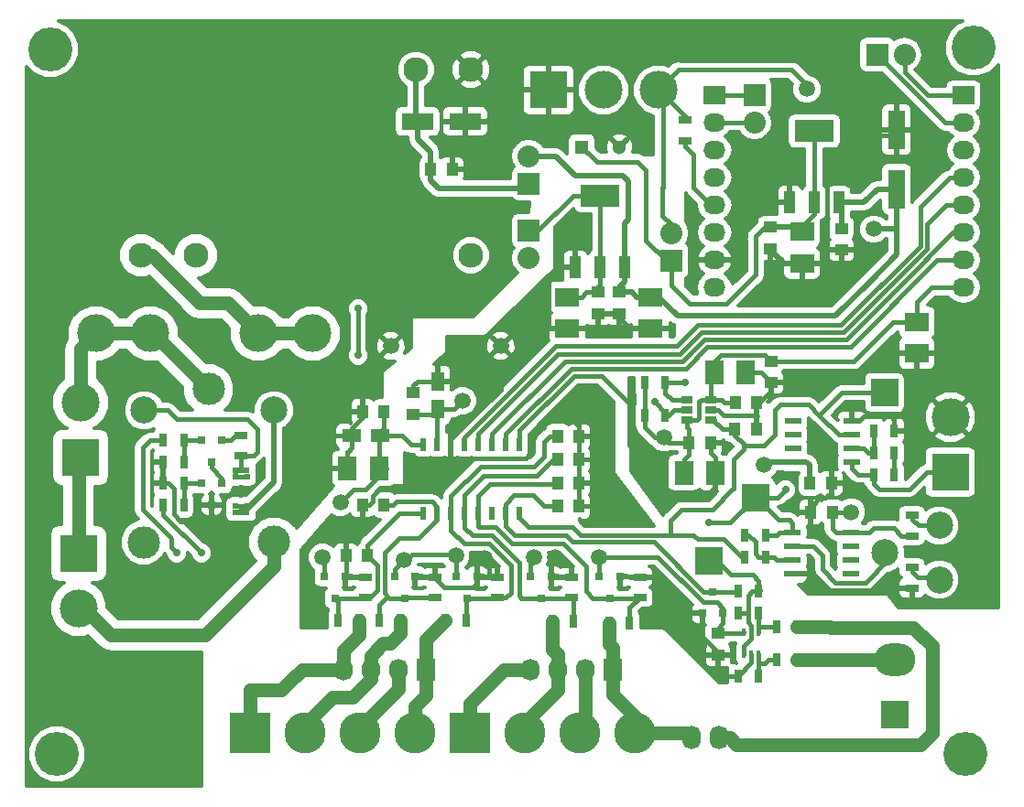
<source format=gbr>
%TF.GenerationSoftware,KiCad,Pcbnew,4.0.2+dfsg1-stable*%
%TF.CreationDate,2019-03-06T22:27:55+01:00*%
%TF.ProjectId,v2,76322E6B696361645F70636200000000,rev?*%
%TF.FileFunction,Copper,L1,Top,Signal*%
%FSLAX46Y46*%
G04 Gerber Fmt 4.6, Leading zero omitted, Abs format (unit mm)*
G04 Created by KiCad (PCBNEW 4.0.2+dfsg1-stable) date śro, 6 mar 2019, 22:27:55*
%MOMM*%
G01*
G04 APERTURE LIST*
%ADD10C,0.100000*%
%ADD11R,1.600200X3.599180*%
%ADD12R,3.500000X3.500000*%
%ADD13C,3.500000*%
%ADD14O,2.032000X1.727200*%
%ADD15R,2.032000X1.727200*%
%ADD16C,2.300000*%
%ADD17O,1.700000X2.200000*%
%ADD18O,1.720000X2.200000*%
%ADD19R,2.540000X2.540000*%
%ADD20R,2.230000X1.800000*%
%ADD21R,1.250000X1.000000*%
%ADD22R,1.000000X1.250000*%
%ADD23R,2.999740X1.600200*%
%ADD24R,1.800000X2.230000*%
%ADD25R,1.230000X1.800000*%
%ADD26R,1.800000X1.230000*%
%ADD27R,0.575000X0.600000*%
%ADD28R,1.650000X0.600000*%
%ADD29C,1.500000*%
%ADD30R,2.032000X2.032000*%
%ADD31O,2.032000X2.032000*%
%ADD32O,3.800000X3.000000*%
%ADD33C,3.810000*%
%ADD34R,3.810000X3.810000*%
%ADD35R,0.800100X0.800100*%
%ADD36R,0.700000X1.300000*%
%ADD37R,1.300000X0.700000*%
%ADD38R,1.700000X0.900000*%
%ADD39C,2.500000*%
%ADD40C,3.000000*%
%ADD41C,2.499360*%
%ADD42R,3.657600X2.032000*%
%ADD43R,1.016000X2.032000*%
%ADD44R,0.406400X0.660400*%
%ADD45R,0.508000X1.143000*%
%ADD46R,1.550000X0.600000*%
%ADD47R,1.060000X0.650000*%
%ADD48R,1.727200X2.032000*%
%ADD49O,1.727200X2.032000*%
%ADD50C,4.064000*%
%ADD51C,1.300000*%
%ADD52R,1.300000X1.300000*%
%ADD53C,0.700000*%
%ADD54C,0.406400*%
%ADD55C,0.457200*%
%ADD56C,0.508000*%
%ADD57C,0.381000*%
%ADD58C,1.270000*%
%ADD59C,1.300000*%
%ADD60C,0.350000*%
G04 APERTURE END LIST*
D10*
D11*
X80620000Y-15720820D03*
X80620000Y-10219180D03*
D12*
X48450500Y-6540500D03*
D13*
X53530500Y-6540500D03*
X58610500Y-6540500D03*
D14*
X63811000Y-24844500D03*
X63811000Y-22304500D03*
X63811000Y-19764500D03*
X63811000Y-17224500D03*
X63811000Y-14684500D03*
X63811000Y-12144500D03*
X63811000Y-9604500D03*
D15*
X63811000Y-7064500D03*
X86811000Y-7064500D03*
D14*
X86811000Y-9604500D03*
X86811000Y-12144500D03*
X86811000Y-14684500D03*
X86811000Y-17224500D03*
X86811000Y-19764500D03*
X86811000Y-22304500D03*
X86811000Y-24844500D03*
D16*
X41275000Y-21844000D03*
X10795000Y-21844000D03*
X15875000Y-21844000D03*
X41275000Y-4664000D03*
X36195000Y-4664000D03*
D17*
X64250000Y-66500000D03*
D18*
X61710000Y-66500000D03*
D12*
X5200000Y-40540000D03*
D13*
X5200000Y-35460000D03*
D12*
X5000000Y-49460000D03*
D13*
X5000000Y-54540000D03*
D19*
X67564000Y-44259500D03*
X79502000Y-34544000D03*
X63246000Y-50165000D03*
D20*
X57895000Y-28618000D03*
X57895000Y-25698000D03*
D21*
X75520000Y-19370000D03*
X75520000Y-21370000D03*
X54995000Y-25258000D03*
X54995000Y-27258000D03*
X68961000Y-19256500D03*
X68961000Y-21256500D03*
X52995000Y-25258000D03*
X52995000Y-27258000D03*
D20*
X71882000Y-22605500D03*
X71882000Y-19685500D03*
X50195000Y-28618000D03*
X50195000Y-25698000D03*
D22*
X37544500Y-13906500D03*
X39544500Y-13906500D03*
D23*
X36344860Y-9461500D03*
X40744140Y-9461500D03*
D22*
X49292000Y-38608000D03*
X51292000Y-38608000D03*
X49292000Y-40767000D03*
X51292000Y-40767000D03*
X49292000Y-42926000D03*
X51292000Y-42926000D03*
X49292000Y-45085000D03*
X51292000Y-45085000D03*
X31258000Y-36296600D03*
X33258000Y-36296600D03*
D24*
X29858000Y-41566000D03*
X32778000Y-41566000D03*
D21*
X35941000Y-34560000D03*
X35941000Y-36560000D03*
D25*
X38227000Y-33488000D03*
X38227000Y-36108000D03*
D26*
X30258000Y-38566000D03*
X32878000Y-38566000D03*
D22*
X65702500Y-35493500D03*
X67702500Y-35493500D03*
X65675000Y-37973000D03*
X67675000Y-37973000D03*
D24*
X66674500Y-32702500D03*
X63754500Y-32702500D03*
D22*
X61420500Y-39179500D03*
X63420500Y-39179500D03*
D24*
X63880500Y-41973500D03*
X60960500Y-41973500D03*
D21*
X69024500Y-31639000D03*
X69024500Y-33639000D03*
D20*
X82486500Y-30924000D03*
X82486500Y-28004000D03*
D21*
X64121000Y-56849000D03*
X64121000Y-58849000D03*
D22*
X72619000Y-42942000D03*
X74619000Y-42942000D03*
X74678000Y-45600000D03*
X72678000Y-45600000D03*
D27*
X20581500Y-42350000D03*
X19506500Y-42350000D03*
X20581500Y-45050000D03*
D28*
X20044000Y-45650000D03*
X20044000Y-41750000D03*
D27*
X19506500Y-45050000D03*
D13*
X21638260Y-29083000D03*
X26636980Y-29083000D03*
X11635740Y-29083000D03*
X6637020Y-29083000D03*
D29*
X33860740Y-30226000D03*
X44020740Y-30226000D03*
D30*
X67500500Y-7048500D03*
D31*
X67500500Y-9588500D03*
D19*
X80500000Y-64340000D03*
D32*
X80500000Y-59260000D03*
D33*
X46228000Y-66040000D03*
X51308000Y-66040000D03*
D34*
X41148000Y-66040000D03*
D33*
X56388000Y-66040000D03*
D12*
X85598000Y-41910000D03*
D13*
X85598000Y-36830000D03*
D30*
X78820000Y-3270000D03*
D31*
X81360000Y-3270000D03*
D35*
X18244000Y-38949240D03*
X16344000Y-38949240D03*
X17294000Y-40948220D03*
X18244000Y-42949240D03*
X16344000Y-42949240D03*
X17294000Y-44948220D03*
D36*
X14744000Y-38950000D03*
X12844000Y-38950000D03*
X14744000Y-44950000D03*
X12844000Y-44950000D03*
X12844000Y-40950000D03*
X14744000Y-40950000D03*
X12844000Y-42950000D03*
X14744000Y-42950000D03*
X40828000Y-55626000D03*
X38928000Y-55626000D03*
X50734000Y-55753000D03*
X48834000Y-55753000D03*
X55941000Y-55880000D03*
X54041000Y-55880000D03*
D37*
X50546000Y-53528000D03*
X50546000Y-51628000D03*
X56896000Y-53528000D03*
X56896000Y-51628000D03*
D38*
X74549000Y-59235000D03*
X74549000Y-56335000D03*
D36*
X69535000Y-59309000D03*
X71435000Y-59309000D03*
X69535000Y-56261000D03*
X71435000Y-56261000D03*
X65979000Y-60833000D03*
X67879000Y-60833000D03*
X65979000Y-54991000D03*
X67879000Y-54991000D03*
X65979000Y-52959000D03*
X67879000Y-52959000D03*
D37*
X61082000Y-9334000D03*
X61082000Y-11234000D03*
X82042000Y-47813000D03*
X82042000Y-45913000D03*
X82042000Y-50739000D03*
X82042000Y-52639000D03*
D36*
X57338000Y-36700000D03*
X59238000Y-36700000D03*
X57338000Y-33652000D03*
X59238000Y-33652000D03*
X80420000Y-38070000D03*
X78520000Y-38070000D03*
X78519000Y-40117000D03*
X80419000Y-40117000D03*
X68514000Y-49784000D03*
X66614000Y-49784000D03*
X68514000Y-47752000D03*
X66614000Y-47752000D03*
X80420000Y-42170000D03*
X78520000Y-42170000D03*
D37*
X20044000Y-38500000D03*
X20044000Y-40400000D03*
D39*
X23068000Y-36176500D03*
D40*
X23068000Y-48376500D03*
X11018000Y-48426500D03*
D39*
X11068000Y-36176500D03*
D40*
X17018000Y-34226500D03*
D41*
X79542640Y-49362360D03*
X84582000Y-51861720D03*
X84582000Y-46863000D03*
D42*
X73025000Y-10350500D03*
D43*
X73025000Y-16954500D03*
X75311000Y-16954500D03*
X70739000Y-16954500D03*
D42*
X53220000Y-16318000D03*
D43*
X53220000Y-22922000D03*
X55506000Y-22922000D03*
X50934000Y-22922000D03*
D44*
X66522600Y-58801000D03*
X67843400Y-58801000D03*
X67183000Y-58801000D03*
X67843400Y-56769000D03*
X66522600Y-56769000D03*
D45*
X36881000Y-39411000D03*
X39421000Y-39411000D03*
X40691000Y-39411000D03*
X41961000Y-39411000D03*
X43231000Y-39411000D03*
X44501000Y-39411000D03*
X45771000Y-39411000D03*
X45771000Y-45761000D03*
X44501000Y-45761000D03*
X43231000Y-45761000D03*
X41961000Y-45761000D03*
X40691000Y-45761000D03*
X39421000Y-45761000D03*
X38151000Y-45761000D03*
X36881000Y-45761000D03*
X38151000Y-39411000D03*
D46*
X76474000Y-40987000D03*
X76474000Y-39717000D03*
X76474000Y-38447000D03*
X76474000Y-37177000D03*
X71074000Y-37177000D03*
X71074000Y-38447000D03*
X71074000Y-39717000D03*
X71074000Y-40987000D03*
X71018000Y-47515000D03*
X71018000Y-48785000D03*
X71018000Y-50055000D03*
X71018000Y-51325000D03*
X76418000Y-51325000D03*
X76418000Y-50055000D03*
X76418000Y-48785000D03*
X76418000Y-47515000D03*
D47*
X63462500Y-37113500D03*
X63462500Y-36163500D03*
X63462500Y-35213500D03*
X61262500Y-35213500D03*
X61262500Y-37113500D03*
X61262500Y-36163500D03*
D35*
X41844000Y-51577240D03*
X39944000Y-51577240D03*
X40894000Y-53576220D03*
X55052000Y-51577240D03*
X53152000Y-51577240D03*
X54102000Y-53576220D03*
X48702000Y-51577240D03*
X46802000Y-51577240D03*
X47752000Y-53576220D03*
X62677000Y-54975760D03*
X64577000Y-54975760D03*
X63627000Y-52976780D03*
D30*
X46620000Y-15220000D03*
D31*
X46620000Y-12680000D03*
D30*
X59817000Y-22352000D03*
D31*
X59817000Y-19812000D03*
D30*
X46620000Y-19570000D03*
D31*
X46620000Y-22110000D03*
D22*
X31734000Y-49657000D03*
X29734000Y-49657000D03*
X33258000Y-44958000D03*
X31258000Y-44958000D03*
D35*
X29652000Y-51577240D03*
X27752000Y-51577240D03*
X28702000Y-53576220D03*
X36129000Y-51577240D03*
X34229000Y-51577240D03*
X35179000Y-53576220D03*
D33*
X25908000Y-66040000D03*
X30988000Y-66040000D03*
D34*
X20828000Y-66040000D03*
D33*
X36068000Y-66040000D03*
D48*
X54356000Y-60198000D03*
D49*
X51816000Y-60198000D03*
X49276000Y-60198000D03*
X46736000Y-60198000D03*
D48*
X37084000Y-60198000D03*
D49*
X34544000Y-60198000D03*
X32004000Y-60198000D03*
X29464000Y-60198000D03*
D36*
X29022000Y-55626000D03*
X30922000Y-55626000D03*
X32832000Y-55626000D03*
X34732000Y-55626000D03*
D37*
X31496000Y-53528000D03*
X31496000Y-51628000D03*
X37973000Y-53528000D03*
X37973000Y-51628000D03*
X43688000Y-53528000D03*
X43688000Y-51628000D03*
D50*
X87000000Y-68000000D03*
X3000000Y-68000000D03*
X2413000Y-2794000D03*
X87757000Y-2667000D03*
D51*
X55020000Y-11820000D03*
D52*
X51520000Y-11820000D03*
D29*
X59304000Y-44320000D03*
X79920000Y-45495000D03*
X74420000Y-25270000D03*
X72820000Y-33970000D03*
X78520000Y-19420000D03*
X68389500Y-41211500D03*
X60706000Y-56388000D03*
X36830000Y-41910000D03*
X59182000Y-53721000D03*
X49050000Y-49800000D03*
X42545000Y-49911000D03*
X29718000Y-47498000D03*
X72326500Y-6477000D03*
X29210000Y-44704000D03*
X59118500Y-38735000D03*
X76431500Y-45600000D03*
X40513000Y-35306000D03*
X53086000Y-49784000D03*
X39878000Y-49657000D03*
X47117000Y-49784000D03*
X27559000Y-49784000D03*
X35052000Y-50038000D03*
D53*
X14092000Y-49400000D03*
X30856000Y-31112000D03*
X30856000Y-26794000D03*
X16378000Y-49400000D03*
X63246000Y-46609000D03*
X70358000Y-43561000D03*
X58288000Y-35430000D03*
X61082000Y-33652000D03*
D54*
X51748000Y-10220000D02*
X53420000Y-10220000D01*
X53420000Y-10220000D02*
X55020000Y-11820000D01*
X55320000Y-11820000D02*
X55252000Y-11820000D01*
X33860740Y-30226000D02*
X33774000Y-30226000D01*
X33774000Y-30226000D02*
X31258000Y-32742000D01*
X31258000Y-32742000D02*
X31258000Y-36296600D01*
X33860740Y-30226000D02*
X33780000Y-30226000D01*
X33780000Y-30226000D02*
X32380000Y-28826000D01*
X32380000Y-28318000D02*
X33860740Y-26837260D01*
X32380000Y-28826000D02*
X32380000Y-28318000D01*
X48450500Y-6540500D02*
X48450500Y-3494500D01*
X49145000Y-2800000D02*
X52600000Y-2800000D01*
X48450500Y-3494500D02*
X49145000Y-2800000D01*
X40744140Y-9461500D02*
X42600500Y-9461500D01*
X44064000Y-7998000D02*
X44064000Y-6540500D01*
X42600500Y-9461500D02*
X44064000Y-7998000D01*
X81910000Y-36770000D02*
X81910000Y-35938000D01*
X81910000Y-35938000D02*
X83308000Y-34540000D01*
X88011000Y-46098000D02*
X88011000Y-45077000D01*
X88514000Y-39746000D02*
X85598000Y-36830000D01*
X88514000Y-44574000D02*
X88514000Y-39746000D01*
X88011000Y-45077000D02*
X88514000Y-44574000D01*
X82042000Y-52639000D02*
X82042000Y-53596000D01*
X88011000Y-52189000D02*
X88011000Y-50927000D01*
X86228000Y-53972000D02*
X88011000Y-52189000D01*
X82418000Y-53972000D02*
X86228000Y-53972000D01*
X82042000Y-53596000D02*
X82418000Y-53972000D01*
X59304000Y-44320000D02*
X62860000Y-44320000D01*
X63880500Y-43299500D02*
X63880500Y-41973500D01*
X62860000Y-44320000D02*
X63880500Y-43299500D01*
X58288000Y-43304000D02*
X58170000Y-43304000D01*
X59304000Y-44320000D02*
X58288000Y-43304000D01*
X48450500Y-6540500D02*
X48859500Y-6540500D01*
X59675000Y-2800000D02*
X60645000Y-3770000D01*
D55*
X61200000Y-3770000D02*
X72445000Y-3770000D01*
X60645000Y-3770000D02*
X61200000Y-3770000D01*
X72445000Y-3770000D02*
X74485500Y-5810500D01*
X74485500Y-5810500D02*
X74485500Y-8128000D01*
D54*
X52600000Y-2800000D02*
X59675000Y-2800000D01*
X71018000Y-51325000D02*
X72915000Y-51325000D01*
X80711000Y-52639000D02*
X82042000Y-52639000D01*
X80518000Y-52832000D02*
X80711000Y-52639000D01*
X74422000Y-52832000D02*
X80518000Y-52832000D01*
X72915000Y-51325000D02*
X74422000Y-52832000D01*
X33860740Y-26837260D02*
X33860740Y-13286740D01*
X39544500Y-13906500D02*
X39544500Y-12435500D01*
X40744140Y-11235860D02*
X40744140Y-9461500D01*
X39544500Y-12435500D02*
X40744140Y-11235860D01*
X79920000Y-45495000D02*
X80108000Y-45495000D01*
X87122000Y-44577000D02*
X88011000Y-45466000D01*
X81026000Y-44577000D02*
X87122000Y-44577000D01*
X80108000Y-45495000D02*
X81026000Y-44577000D01*
X88011000Y-50927000D02*
X88011000Y-46098000D01*
X88011000Y-46098000D02*
X88011000Y-45466000D01*
X79920000Y-45495000D02*
X78642000Y-45495000D01*
X78642000Y-45495000D02*
X76089000Y-42942000D01*
X31258000Y-36296600D02*
X31258000Y-36839400D01*
X31258000Y-36839400D02*
X30258000Y-37839400D01*
X30258000Y-37839400D02*
X30258000Y-38566000D01*
X45771000Y-39411000D02*
X45771000Y-38040688D01*
X45771000Y-38040688D02*
X50791688Y-33020000D01*
X50791688Y-33020000D02*
X53340000Y-33020000D01*
X53340000Y-33020000D02*
X55880000Y-35560000D01*
X55880000Y-35560000D02*
X55880000Y-39370000D01*
X55880000Y-39370000D02*
X58170000Y-41660000D01*
X58170000Y-41660000D02*
X58170000Y-43304000D01*
X72820000Y-33970000D02*
X73270000Y-33970000D01*
X78941000Y-30924000D02*
X82486500Y-30924000D01*
X77295000Y-32570000D02*
X78941000Y-30924000D01*
X74670000Y-32570000D02*
X77295000Y-32570000D01*
X73270000Y-33970000D02*
X74670000Y-32570000D01*
X17294000Y-44948220D02*
X17294000Y-45946000D01*
X13350000Y-42950000D02*
X12844000Y-42950000D01*
X13795000Y-43395000D02*
X13350000Y-42950000D01*
X13795000Y-45837378D02*
X13795000Y-43395000D01*
X14427622Y-46470000D02*
X13795000Y-45837378D01*
X16770000Y-46470000D02*
X14427622Y-46470000D01*
X17294000Y-45946000D02*
X16770000Y-46470000D01*
X80420000Y-38070000D02*
X80420000Y-37045000D01*
X80420000Y-37045000D02*
X80145000Y-36770000D01*
X76474000Y-37177000D02*
X77138000Y-37177000D01*
X77138000Y-37177000D02*
X77545000Y-36770000D01*
X77545000Y-36770000D02*
X80145000Y-36770000D01*
X80145000Y-36770000D02*
X81910000Y-36770000D01*
X85538000Y-36770000D02*
X85598000Y-36830000D01*
D55*
X48450500Y-6540500D02*
X48549500Y-6540500D01*
X76520000Y-10720000D02*
X80119180Y-10720000D01*
X80119180Y-10720000D02*
X80620000Y-10219180D01*
X70739000Y-16954500D02*
X70739000Y-14014000D01*
X70739000Y-14014000D02*
X70231000Y-13506000D01*
X85855000Y-36830000D02*
X85598000Y-36830000D01*
X74619000Y-42942000D02*
X76089000Y-42942000D01*
X17294000Y-44948220D02*
X17294000Y-45819000D01*
X26349000Y-41566000D02*
X29858000Y-41566000D01*
X21345000Y-46570000D02*
X26349000Y-41566000D01*
X18045000Y-46570000D02*
X21345000Y-46570000D01*
X17294000Y-45819000D02*
X18045000Y-46570000D01*
D56*
X74420000Y-25270000D02*
X72595000Y-25270000D01*
X71882000Y-24557000D02*
X71882000Y-22605500D01*
X72595000Y-25270000D02*
X71882000Y-24557000D01*
D55*
X71882000Y-22605500D02*
X73459500Y-22605500D01*
X73459500Y-22605500D02*
X74170000Y-21895000D01*
X74170000Y-21895000D02*
X74170000Y-14795000D01*
X74170000Y-14795000D02*
X76520000Y-12445000D01*
X76520000Y-12445000D02*
X76520000Y-10720000D01*
X76520000Y-10720000D02*
X76520000Y-9270000D01*
D56*
X71882000Y-22605500D02*
X70230500Y-22605500D01*
X68961000Y-21256500D02*
X68961000Y-21336000D01*
X68961000Y-21336000D02*
X70230500Y-22605500D01*
X74420000Y-25270000D02*
X74420000Y-24520000D01*
D57*
X72820000Y-33970000D02*
X72489000Y-33639000D01*
X72489000Y-33639000D02*
X69024500Y-33639000D01*
D56*
X74420000Y-24520000D02*
X75520000Y-23420000D01*
D54*
X75520000Y-23420000D02*
X75520000Y-21370000D01*
D55*
X63420500Y-39179500D02*
X63420500Y-40120500D01*
X63420500Y-40120500D02*
X63880500Y-40580500D01*
X63880500Y-40580500D02*
X63880500Y-41973500D01*
X48450500Y-9450500D02*
X48450500Y-6540500D01*
X51748000Y-10220000D02*
X49220000Y-10220000D01*
X49220000Y-10220000D02*
X48450500Y-9450500D01*
D57*
X75520000Y-8270000D02*
X75520000Y-8273500D01*
X75520000Y-8273500D02*
X75374500Y-8128000D01*
D55*
X75374500Y-8128000D02*
X74485500Y-8128000D01*
X76520000Y-9270000D02*
X75520000Y-8270000D01*
D57*
X39151000Y-2540000D02*
X41275000Y-4664000D01*
X33860740Y-13286740D02*
X30797500Y-10223500D01*
X30797500Y-10223500D02*
X30797500Y-3937000D01*
X30797500Y-3937000D02*
X32194500Y-2540000D01*
X32194500Y-2540000D02*
X39151000Y-2540000D01*
D55*
X70231000Y-9080500D02*
X70231000Y-13506000D01*
X71183500Y-8128000D02*
X70231000Y-9080500D01*
X74485500Y-8128000D02*
X71183500Y-8128000D01*
X63811000Y-22304500D02*
X65325500Y-22304500D01*
X68326000Y-16954500D02*
X70739000Y-16954500D01*
X66230500Y-19050000D02*
X68326000Y-16954500D01*
X66230500Y-21399500D02*
X66230500Y-19050000D01*
X65325500Y-22304500D02*
X66230500Y-21399500D01*
D57*
X85598000Y-36830000D02*
X86423500Y-36830000D01*
X82486500Y-30924000D02*
X82486500Y-33718500D01*
X82486500Y-33718500D02*
X83308000Y-34540000D01*
X83308000Y-34540000D02*
X85598000Y-36830000D01*
X66674500Y-32702500D02*
X68088000Y-32702500D01*
X68088000Y-32702500D02*
X69024500Y-33639000D01*
X67702500Y-35493500D02*
X67948000Y-35493500D01*
X67948000Y-35493500D02*
X69024500Y-34417000D01*
X69024500Y-34417000D02*
X69024500Y-33639000D01*
X67675000Y-37973000D02*
X67675000Y-35521000D01*
X67675000Y-35521000D02*
X67702500Y-35493500D01*
X68961000Y-21336000D02*
X70230500Y-22605500D01*
D55*
X48450500Y-6540500D02*
X44064000Y-6540500D01*
X44064000Y-6540500D02*
X43151500Y-6540500D01*
X43151500Y-6540500D02*
X41275000Y-4664000D01*
D57*
X41275000Y-8930640D02*
X40744140Y-9461500D01*
X63462500Y-36163500D02*
X64103500Y-36163500D01*
X67646623Y-36874377D02*
X67646623Y-36874378D01*
X67475246Y-36703000D02*
X67646623Y-36874377D01*
X64643000Y-36703000D02*
X67475246Y-36703000D01*
X64103500Y-36163500D02*
X64643000Y-36703000D01*
X67646623Y-36874378D02*
X67605000Y-37903000D01*
X67605000Y-37903000D02*
X67675000Y-37973000D01*
X72678000Y-45600000D02*
X72678000Y-45178000D01*
X72678000Y-45178000D02*
X73533000Y-44323000D01*
X73533000Y-44323000D02*
X74041000Y-44323000D01*
X74041000Y-44323000D02*
X74619000Y-43745000D01*
X74619000Y-43745000D02*
X74619000Y-42942000D01*
X12844000Y-40950000D02*
X12844000Y-42950000D01*
X17082700Y-44948200D02*
X17189100Y-44948200D01*
X17294000Y-44948200D02*
X17189100Y-44948200D01*
X29877600Y-40006200D02*
X29858000Y-40006200D01*
D55*
X30258000Y-39625800D02*
X29877600Y-40006200D01*
X29858000Y-41566000D02*
X29858000Y-40006200D01*
D57*
X67702500Y-35493500D02*
X67427000Y-35493500D01*
D55*
X30258000Y-39095900D02*
X30258000Y-39625800D01*
D57*
X30258000Y-39095900D02*
X30258000Y-38566000D01*
X71548500Y-51325000D02*
X71018000Y-51325000D01*
X63420500Y-39179500D02*
X63420500Y-39714400D01*
X45771000Y-39685900D02*
X45771000Y-39411000D01*
D56*
X71074000Y-40987000D02*
X72293800Y-40987000D01*
X72619000Y-42942000D02*
X72619000Y-41312200D01*
X72619000Y-41312200D02*
X72578800Y-41272000D01*
X72578800Y-41272000D02*
X72293800Y-40987000D01*
X71074000Y-40987000D02*
X68614000Y-40987000D01*
X68614000Y-40987000D02*
X68389500Y-41211500D01*
D54*
X23068000Y-36176500D02*
X24021500Y-36176500D01*
D56*
X80620000Y-19420000D02*
X78520000Y-19420000D01*
D54*
X78150000Y-24290000D02*
X78150000Y-24270000D01*
D56*
X80620000Y-21800000D02*
X80620000Y-19420000D01*
X80620000Y-19420000D02*
X80620000Y-15720820D01*
X78150000Y-24270000D02*
X80620000Y-21800000D01*
X75311000Y-16954500D02*
X77615500Y-16954500D01*
X77615500Y-16954500D02*
X78849180Y-15720820D01*
X78849180Y-15720820D02*
X80620000Y-15720820D01*
X55506000Y-22922000D02*
X55506000Y-18884000D01*
X48395000Y-12680000D02*
X46620000Y-12680000D01*
X49105000Y-12680000D02*
X48395000Y-12680000D01*
X50920000Y-14495000D02*
X49105000Y-12680000D01*
X55320000Y-14495000D02*
X50920000Y-14495000D01*
X55845000Y-15020000D02*
X55320000Y-14495000D01*
X55845000Y-18545000D02*
X55845000Y-15020000D01*
X55506000Y-18884000D02*
X55845000Y-18545000D01*
D55*
X54995000Y-25258000D02*
X54995000Y-24795000D01*
D56*
X54995000Y-24795000D02*
X55506000Y-24284000D01*
X55506000Y-24284000D02*
X55506000Y-22922000D01*
D55*
X55506000Y-22922000D02*
X55506000Y-23713000D01*
D56*
X57895000Y-25698000D02*
X56623000Y-25698000D01*
X56183000Y-25258000D02*
X54995000Y-25258000D01*
X56623000Y-25698000D02*
X56183000Y-25258000D01*
D55*
X57895000Y-25698000D02*
X58598000Y-25698000D01*
D56*
X58598000Y-25698000D02*
X60357398Y-27457398D01*
X74982602Y-27457398D02*
X78150000Y-24290000D01*
X60357398Y-27457398D02*
X74982602Y-27457398D01*
X75520000Y-19370000D02*
X75520000Y-17163500D01*
X75520000Y-17163500D02*
X75311000Y-16954500D01*
D57*
X75520000Y-17163500D02*
X75311000Y-16954500D01*
X68614000Y-40987000D02*
X68389500Y-41211500D01*
X57895000Y-25698000D02*
X58083000Y-25698000D01*
X20044000Y-45275500D02*
X20637500Y-45275500D01*
D56*
X20637500Y-45275500D02*
X23068000Y-42845000D01*
X23068000Y-42845000D02*
X23068000Y-36176500D01*
D57*
X46620000Y-12680000D02*
X47255000Y-12680000D01*
X20044000Y-45650000D02*
X20044000Y-45615000D01*
X20044000Y-45650000D02*
X20044000Y-45275500D01*
X20044000Y-45275500D02*
X20044000Y-45050000D01*
X19506500Y-45050000D02*
X20044000Y-45050000D01*
X20044000Y-45050000D02*
X20581500Y-45050000D01*
X71525100Y-40987000D02*
X72004000Y-40987000D01*
X72004000Y-40987000D02*
X72293800Y-40987000D01*
X71525100Y-40987000D02*
X71074000Y-40987000D01*
X72619000Y-41312200D02*
X72293800Y-40987000D01*
X22986000Y-36160000D02*
X22986000Y-37259300D01*
D54*
X40508000Y-33652000D02*
X44020740Y-33652000D01*
X44020740Y-33652000D02*
X44064000Y-33652000D01*
X44064000Y-33652000D02*
X44020740Y-33652000D01*
X44020740Y-30226000D02*
X43934000Y-30226000D01*
X43934000Y-30226000D02*
X40508000Y-33652000D01*
X40508000Y-33652000D02*
X40672000Y-33488000D01*
X61214000Y-54975760D02*
X61214000Y-55880000D01*
X61214000Y-55880000D02*
X60706000Y-56388000D01*
D57*
X38354000Y-42164000D02*
X37084000Y-42164000D01*
X37084000Y-42164000D02*
X36830000Y-41910000D01*
D54*
X64121000Y-58849000D02*
X64121000Y-58612800D01*
X64121000Y-58612800D02*
X63412400Y-57904200D01*
X38227000Y-33488000D02*
X40672000Y-33488000D01*
X35941000Y-34560000D02*
X35941000Y-33909000D01*
X35941000Y-33909000D02*
X36362000Y-33488000D01*
X36362000Y-33488000D02*
X38227000Y-33488000D01*
X39421000Y-39411000D02*
X39421000Y-38858406D01*
X39421000Y-38858406D02*
X41933703Y-36345703D01*
X41933703Y-36345703D02*
X42087006Y-36192400D01*
X42087006Y-36192400D02*
X44020740Y-34258666D01*
X44020740Y-34258666D02*
X44020740Y-33652000D01*
X37973000Y-51628000D02*
X37973000Y-51698000D01*
X37973000Y-51698000D02*
X38845000Y-52570000D01*
X41844000Y-52171000D02*
X41844000Y-51577240D01*
X41445000Y-52570000D02*
X41844000Y-52171000D01*
X38845000Y-52570000D02*
X41445000Y-52570000D01*
D55*
X50934000Y-22922000D02*
X49668000Y-22922000D01*
X48420000Y-24170000D02*
X48420000Y-28618000D01*
X49668000Y-22922000D02*
X48420000Y-24170000D01*
X50934000Y-22922000D02*
X50934000Y-23343000D01*
X50195000Y-28618000D02*
X52622000Y-28618000D01*
X52995000Y-28245000D02*
X52995000Y-27258000D01*
X52622000Y-28618000D02*
X52995000Y-28245000D01*
X54995000Y-27258000D02*
X54995000Y-27620000D01*
X54995000Y-27620000D02*
X55993000Y-28618000D01*
X55993000Y-28618000D02*
X57895000Y-28618000D01*
D57*
X31258000Y-44958000D02*
X31877000Y-44958000D01*
X32194500Y-44132500D02*
X32766000Y-43561000D01*
X32194500Y-44640500D02*
X32194500Y-44132500D01*
X31877000Y-44958000D02*
X32194500Y-44640500D01*
X39421000Y-41021000D02*
X40005000Y-41021000D01*
X51292000Y-37703000D02*
X51292000Y-38608000D01*
X50546000Y-36957000D02*
X51292000Y-37703000D01*
X48387000Y-36957000D02*
X50546000Y-36957000D01*
X46990000Y-38354000D02*
X48387000Y-36957000D01*
X46990000Y-40005000D02*
X46990000Y-38354000D01*
X46355000Y-40640000D02*
X46990000Y-40005000D01*
X40386000Y-40640000D02*
X46355000Y-40640000D01*
X40005000Y-41021000D02*
X40386000Y-40640000D01*
X62677000Y-54975760D02*
X61214000Y-54975760D01*
X61214000Y-54975760D02*
X60436760Y-54975760D01*
X60436760Y-54975760D02*
X59182000Y-53721000D01*
X39421000Y-41097000D02*
X39421000Y-41021000D01*
X39421000Y-41021000D02*
X39421000Y-39411000D01*
X36957000Y-43561000D02*
X38354000Y-42164000D01*
X38354000Y-42164000D02*
X39421000Y-41097000D01*
X32766000Y-43561000D02*
X36957000Y-43561000D01*
X31258000Y-44958000D02*
X31258000Y-45958000D01*
X31258000Y-45958000D02*
X29718000Y-47498000D01*
X59182000Y-53721000D02*
X59182000Y-52070000D01*
X59182000Y-52070000D02*
X59182000Y-52197000D01*
X59182000Y-52197000D02*
X59182000Y-52070000D01*
X55052000Y-51577240D02*
X56845240Y-51577240D01*
X56845240Y-51577240D02*
X56896000Y-51628000D01*
D54*
X50546000Y-51628000D02*
X48752760Y-51628000D01*
D57*
X48752760Y-51628000D02*
X48702000Y-51577240D01*
X56896000Y-51628000D02*
X58740000Y-51628000D01*
X58740000Y-51628000D02*
X59182000Y-52070000D01*
X39421000Y-39411000D02*
X39421000Y-39055972D01*
X43942000Y-30304740D02*
X44020740Y-30226000D01*
D55*
X50195000Y-28618000D02*
X48420000Y-28618000D01*
X48420000Y-28618000D02*
X45628740Y-28618000D01*
D57*
X45628740Y-28618000D02*
X44020740Y-30226000D01*
X64121000Y-58849000D02*
X64121000Y-60311000D01*
X64643000Y-60833000D02*
X65979000Y-60833000D01*
X64121000Y-60311000D02*
X64643000Y-60833000D01*
X67183000Y-58801000D02*
X67183000Y-59563000D01*
X67183000Y-59563000D02*
X65979000Y-60767000D01*
X65979000Y-60767000D02*
X65979000Y-60833000D01*
X56845240Y-51577240D02*
X56896000Y-51628000D01*
D55*
X51292000Y-40767000D02*
X51292000Y-42926000D01*
X51292000Y-38608000D02*
X51292000Y-40767000D01*
X51292000Y-45085000D02*
X51292000Y-42926000D01*
D54*
X48702000Y-51577240D02*
X48730000Y-50120000D01*
D57*
X48730000Y-50120000D02*
X49050000Y-49800000D01*
X48702000Y-51577240D02*
X50495240Y-51577240D01*
X50495240Y-51577240D02*
X50546000Y-51628000D01*
D54*
X42926000Y-51628000D02*
X42926000Y-50292000D01*
D57*
X42926000Y-50292000D02*
X42545000Y-49911000D01*
D55*
X29734000Y-47514000D02*
X29734000Y-49657000D01*
D57*
X29718000Y-47498000D02*
X29734000Y-47514000D01*
X43688000Y-51628000D02*
X42926000Y-51628000D01*
D54*
X42926000Y-51628000D02*
X41894760Y-51628000D01*
D57*
X41894760Y-51628000D02*
X41844000Y-51577240D01*
D55*
X29734000Y-49657000D02*
X29734000Y-51495240D01*
D57*
X29734000Y-51495240D02*
X29652000Y-51577240D01*
D55*
X31496000Y-51628000D02*
X29702760Y-51628000D01*
D57*
X29702760Y-51628000D02*
X29652000Y-51577240D01*
D55*
X37973000Y-51628000D02*
X36179760Y-51628000D01*
D57*
X36179760Y-51628000D02*
X36129000Y-51577240D01*
X52995000Y-27258000D02*
X54995000Y-27258000D01*
X50195000Y-28618000D02*
X50195000Y-27945600D01*
X62677000Y-57168800D02*
X62677000Y-54975800D01*
X63412400Y-57904200D02*
X62677000Y-57168800D01*
D54*
X61082000Y-9334000D02*
X61082000Y-9012000D01*
X61082000Y-9012000D02*
X58610500Y-6540500D01*
X59118500Y-38735000D02*
X58291000Y-38735000D01*
X57338000Y-37782000D02*
X57338000Y-36700000D01*
X58291000Y-38735000D02*
X57338000Y-37782000D01*
X57338000Y-33652000D02*
X57338000Y-36700000D01*
X59032500Y-15400000D02*
X59032500Y-6962500D01*
X59032500Y-6962500D02*
X58610500Y-6540500D01*
X82486500Y-28004000D02*
X82486500Y-26193500D01*
X83835500Y-24844500D02*
X86811000Y-24844500D01*
X82486500Y-26193500D02*
X83835500Y-24844500D01*
X82042000Y-47813000D02*
X81083000Y-47813000D01*
X81083000Y-47813000D02*
X80387000Y-47117000D01*
X76418000Y-47515000D02*
X78088000Y-47515000D01*
X78088000Y-47515000D02*
X78486000Y-47117000D01*
X78486000Y-47117000D02*
X80387000Y-47117000D01*
X36881000Y-39411000D02*
X35728000Y-39411000D01*
X34883000Y-38566000D02*
X32878000Y-38566000D01*
X35728000Y-39411000D02*
X34883000Y-38566000D01*
X32878000Y-38566000D02*
X32878000Y-38191200D01*
X32878000Y-38191200D02*
X33258000Y-37811200D01*
X33258000Y-37811200D02*
X33258000Y-36296600D01*
D55*
X58240500Y-6540500D02*
X58610500Y-6540500D01*
X59032500Y-15582500D02*
X59032500Y-15400000D01*
X59817000Y-19812000D02*
X59817000Y-18992000D01*
X59817000Y-18992000D02*
X58995000Y-18170000D01*
X58995000Y-15620000D02*
X59032500Y-15582500D01*
X58995000Y-18170000D02*
X58995000Y-15620000D01*
D57*
X72326500Y-6477000D02*
X72326500Y-6101500D01*
D55*
X60456000Y-4695000D02*
X58610500Y-6540500D01*
X70920000Y-4695000D02*
X60456000Y-4695000D01*
X72326500Y-6101500D02*
X70920000Y-4695000D01*
X61262500Y-37113500D02*
X61262500Y-37787500D01*
X61420500Y-37945500D02*
X61420500Y-39179500D01*
X61262500Y-37787500D02*
X61420500Y-37945500D01*
D57*
X63462500Y-35213500D02*
X63462500Y-32994500D01*
X63462500Y-32994500D02*
X63754500Y-32702500D01*
X61262500Y-37113500D02*
X62176500Y-37113500D01*
X62576500Y-35213500D02*
X63462500Y-35213500D01*
X62370000Y-35420000D02*
X62576500Y-35213500D01*
X62370000Y-36920000D02*
X62370000Y-35420000D01*
X62176500Y-37113500D02*
X62370000Y-36920000D01*
D55*
X60960500Y-41973500D02*
X60960500Y-40729500D01*
X60960500Y-40729500D02*
X61420500Y-40269500D01*
X61420500Y-40269500D02*
X61420500Y-39179500D01*
D57*
X59817000Y-19812000D02*
X59512000Y-19812000D01*
X59817000Y-19812000D02*
X59817000Y-19367000D01*
X32778000Y-41566000D02*
X32778000Y-42215500D01*
X32778000Y-42215500D02*
X31496000Y-43497500D01*
X31496000Y-43497500D02*
X30416500Y-43497500D01*
X30416500Y-43497500D02*
X29210000Y-44704000D01*
X61420500Y-39179500D02*
X59563000Y-39179500D01*
X59563000Y-39179500D02*
X59118500Y-38735000D01*
D55*
X69024500Y-31639000D02*
X76692000Y-31639000D01*
X80327000Y-28004000D02*
X82486500Y-28004000D01*
X76692000Y-31639000D02*
X80327000Y-28004000D01*
D57*
X63754500Y-32702500D02*
X63754500Y-31686002D01*
X63754500Y-31686002D02*
X64389002Y-31051500D01*
X64389002Y-31051500D02*
X68437000Y-31051500D01*
X68437000Y-31051500D02*
X69024500Y-31639000D01*
X59817000Y-19812000D02*
X59372500Y-19812000D01*
X58610500Y-6540500D02*
X59245500Y-6540500D01*
D55*
X74678000Y-45600000D02*
X74678000Y-47119000D01*
X74678000Y-47119000D02*
X75074000Y-47515000D01*
X75074000Y-47515000D02*
X76418000Y-47515000D01*
X32778000Y-41566000D02*
X32778000Y-38666000D01*
D57*
X32778000Y-38666000D02*
X32878000Y-38566000D01*
X32878000Y-38566000D02*
X33550400Y-38566000D01*
X65702500Y-35493500D02*
X64757700Y-35493500D01*
X61262500Y-37113500D02*
X61346600Y-37113500D01*
X63462500Y-35213500D02*
X63754500Y-35213500D01*
X64477700Y-35213500D02*
X64757700Y-35493500D01*
X63754500Y-35213500D02*
X64477700Y-35213500D01*
X61420500Y-39073600D02*
X61420500Y-39179500D01*
X75808100Y-47515000D02*
X76418000Y-47515000D01*
X33450400Y-41566000D02*
X32778000Y-41566000D01*
D55*
X76431500Y-45600000D02*
X74678000Y-45600000D01*
D54*
X38227000Y-36108000D02*
X39711000Y-36108000D01*
X39711000Y-36108000D02*
X40513000Y-35306000D01*
X35941000Y-36560000D02*
X37775000Y-36560000D01*
X37775000Y-36560000D02*
X38227000Y-36108000D01*
X38151000Y-39411000D02*
X38151000Y-36184000D01*
X38151000Y-36184000D02*
X38227000Y-36108000D01*
D55*
X47053500Y-22543500D02*
X46620000Y-22110000D01*
D57*
X64121000Y-56849000D02*
X66429498Y-56849000D01*
X66429498Y-56849000D02*
X66509498Y-56769000D01*
X66509498Y-56769000D02*
X66522600Y-56769000D01*
X64121000Y-56849000D02*
X64121000Y-56369000D01*
X64121000Y-56369000D02*
X64577000Y-55913000D01*
X64577000Y-55913000D02*
X64577000Y-54975760D01*
X64577000Y-54975760D02*
X64577000Y-54544000D01*
X58547000Y-49784000D02*
X53086000Y-49784000D01*
X62738000Y-53975000D02*
X58547000Y-49784000D01*
X64008000Y-53975000D02*
X62738000Y-53975000D01*
X64577000Y-54544000D02*
X64008000Y-53975000D01*
D54*
X53152000Y-51577240D02*
X53152000Y-49850000D01*
D57*
X53152000Y-49850000D02*
X53086000Y-49784000D01*
D55*
X39944000Y-51577240D02*
X39944000Y-49723000D01*
D57*
X39944000Y-49723000D02*
X39878000Y-49657000D01*
X46802000Y-50099000D02*
X46802000Y-51577240D01*
X47117000Y-49784000D02*
X46802000Y-50099000D01*
X35052000Y-50038000D02*
X35306000Y-50038000D01*
X39944000Y-50104000D02*
X39944000Y-50419000D01*
X39944000Y-50419000D02*
X39944000Y-51577240D01*
X39370000Y-49530000D02*
X39944000Y-50104000D01*
D55*
X35814000Y-49530000D02*
X39370000Y-49530000D01*
X35306000Y-50038000D02*
X35814000Y-49530000D01*
X34229000Y-51577240D02*
X34229000Y-50861000D01*
X27752000Y-49977000D02*
X27752000Y-51577240D01*
D57*
X27559000Y-49784000D02*
X27752000Y-49977000D01*
D55*
X34229000Y-50861000D02*
X35052000Y-50038000D01*
D57*
X38151000Y-39155800D02*
X38151000Y-39411000D01*
X64577000Y-55239300D02*
X64577000Y-54975800D01*
X45720000Y-43053000D02*
X49165000Y-43053000D01*
X49165000Y-43053000D02*
X49292000Y-42926000D01*
X49165000Y-43053000D02*
X49292000Y-42926000D01*
X41961000Y-44145000D02*
X41961000Y-45761000D01*
X43053000Y-43053000D02*
X41961000Y-44145000D01*
X45720000Y-43053000D02*
X43053000Y-43053000D01*
X54102000Y-53576220D02*
X52560220Y-53576220D01*
X41961000Y-46914000D02*
X41961000Y-45761000D01*
X42037000Y-46990000D02*
X41961000Y-46914000D01*
X43561000Y-46990000D02*
X42037000Y-46990000D01*
X45085000Y-48514000D02*
X43561000Y-46990000D01*
X49784000Y-48514000D02*
X45085000Y-48514000D01*
X51943000Y-50673000D02*
X49784000Y-48514000D01*
X51943000Y-52959000D02*
X51943000Y-50673000D01*
X52560220Y-53576220D02*
X51943000Y-52959000D01*
X54102000Y-53576220D02*
X56847780Y-53576220D01*
X56847780Y-53576220D02*
X56896000Y-53528000D01*
X55941000Y-55880000D02*
X55941000Y-54483000D01*
X55941000Y-54483000D02*
X56896000Y-53528000D01*
X44501000Y-45761000D02*
X44501000Y-44839000D01*
X45271000Y-44069000D02*
X46990000Y-44069000D01*
X44501000Y-44839000D02*
X45271000Y-44069000D01*
X63627000Y-52976780D02*
X62755780Y-52976780D01*
X44501000Y-46914000D02*
X44501000Y-45761000D01*
X45339000Y-47752000D02*
X44501000Y-46914000D01*
X50038000Y-47752000D02*
X45339000Y-47752000D01*
X50673002Y-48387002D02*
X50038000Y-47752000D01*
X58166002Y-48387002D02*
X50673002Y-48387002D01*
X62755780Y-52976780D02*
X58166002Y-48387002D01*
X63627000Y-52976780D02*
X65961220Y-52976780D01*
X65961220Y-52976780D02*
X65979000Y-52959000D01*
X46990000Y-44069000D02*
X48006000Y-45085000D01*
X48006000Y-45085000D02*
X49292000Y-45085000D01*
X65508000Y-43458000D02*
X65507000Y-43458000D01*
X59695000Y-46420000D02*
X59695000Y-47752000D01*
X60745000Y-45370000D02*
X59695000Y-46420000D01*
X63595000Y-45370000D02*
X60745000Y-45370000D01*
X65507000Y-43458000D02*
X63595000Y-45370000D01*
X58470000Y-47752000D02*
X59695000Y-47752000D01*
X57912000Y-47752000D02*
X58470000Y-47752000D01*
X59695000Y-47752000D02*
X61852000Y-47752000D01*
X62233000Y-48133000D02*
X64643000Y-48133000D01*
X64643000Y-48133000D02*
X66294000Y-49784000D01*
X61852000Y-47752000D02*
X62233000Y-48133000D01*
X66294000Y-49784000D02*
X66614000Y-49784000D01*
X66484500Y-39306500D02*
X66484500Y-39814500D01*
X65532000Y-43434000D02*
X65508000Y-43458000D01*
X65532000Y-40767000D02*
X65532000Y-43434000D01*
X66484500Y-39814500D02*
X65532000Y-40767000D01*
X79502000Y-34544000D02*
X75565000Y-34544000D01*
X75565000Y-34544000D02*
X73469500Y-36639500D01*
X65675000Y-37973000D02*
X65675000Y-38497000D01*
X65675000Y-38497000D02*
X66484500Y-39306500D01*
X66484500Y-39306500D02*
X66675000Y-39497000D01*
X75277000Y-38447000D02*
X76474000Y-38447000D01*
X72517000Y-35687000D02*
X73469500Y-36639500D01*
X73469500Y-36639500D02*
X75277000Y-38447000D01*
X69850000Y-35687000D02*
X72517000Y-35687000D01*
X69342000Y-36195000D02*
X69850000Y-35687000D01*
X69342000Y-38481000D02*
X69342000Y-36195000D01*
X68326000Y-39497000D02*
X69342000Y-38481000D01*
X66675000Y-39497000D02*
X67564000Y-39497000D01*
X67564000Y-39497000D02*
X68326000Y-39497000D01*
X63462500Y-37113500D02*
X63656500Y-37113500D01*
X63656500Y-37113500D02*
X64516000Y-37973000D01*
X64516000Y-37973000D02*
X65675000Y-37973000D01*
X55880000Y-47752000D02*
X57912000Y-47752000D01*
X51435000Y-47752000D02*
X55880000Y-47752000D01*
X50673000Y-46990000D02*
X51435000Y-47752000D01*
X46609000Y-46990000D02*
X50673000Y-46990000D01*
X45771000Y-46152000D02*
X46609000Y-46990000D01*
X45771000Y-45761000D02*
X45771000Y-46152000D01*
X63755000Y-37113500D02*
X63729800Y-37113500D01*
X63462500Y-37113500D02*
X63729800Y-37113500D01*
D58*
X10795000Y-21844000D02*
X11774000Y-21844000D01*
X11774000Y-21844000D02*
X16219000Y-26289000D01*
X16219000Y-26289000D02*
X18844260Y-26289000D01*
X18844260Y-26289000D02*
X21638260Y-29083000D01*
X20955000Y-29083000D02*
X21638260Y-29083000D01*
X21638260Y-29083000D02*
X26636980Y-29083000D01*
X5200000Y-35460000D02*
X5200000Y-30520020D01*
X5200000Y-30520020D02*
X6637020Y-29083000D01*
X11635740Y-29083000D02*
X11874500Y-29083000D01*
X11874500Y-29083000D02*
X17018000Y-34226500D01*
X11635740Y-29083000D02*
X6637020Y-29083000D01*
D59*
X74549000Y-59235000D02*
X80475000Y-59235000D01*
X80475000Y-59235000D02*
X80500000Y-59260000D01*
X74549000Y-59235000D02*
X71509000Y-59235000D01*
X71509000Y-59235000D02*
X71435000Y-59309000D01*
D57*
X63811000Y-7064500D02*
X67484500Y-7064500D01*
X67484500Y-7064500D02*
X67500500Y-7048500D01*
X67500500Y-9588500D02*
X63827000Y-9588500D01*
X63827000Y-9588500D02*
X63811000Y-9604500D01*
D59*
X46736000Y-60198000D02*
X44323000Y-60198000D01*
X41148000Y-63373000D02*
X41148000Y-66040000D01*
X44323000Y-60198000D02*
X41148000Y-63373000D01*
X56388000Y-66040000D02*
X61250000Y-66040000D01*
X61250000Y-66040000D02*
X61710000Y-66500000D01*
X54356000Y-60198000D02*
X54356000Y-58166000D01*
X54041000Y-57851000D02*
X54041000Y-55880000D01*
X54356000Y-58166000D02*
X54041000Y-57851000D01*
X56388000Y-66040000D02*
X56388000Y-64516000D01*
X56388000Y-64516000D02*
X54356000Y-62484000D01*
X54356000Y-62484000D02*
X54356000Y-60198000D01*
D57*
X78520000Y-42170000D02*
X78520000Y-43020000D01*
X81818200Y-43495000D02*
X83403200Y-41910000D01*
X78995000Y-43495000D02*
X81818200Y-43495000D01*
X78520000Y-43020000D02*
X78995000Y-43495000D01*
X76474000Y-40987000D02*
X76474000Y-41599000D01*
X77039000Y-42164000D02*
X78520000Y-42170000D01*
X76474000Y-41599000D02*
X77039000Y-42164000D01*
X85598000Y-41910000D02*
X83403200Y-41910000D01*
X63811000Y-17224500D02*
X63450500Y-17224500D01*
X63450500Y-17224500D02*
X61844000Y-15618000D01*
X61082000Y-11808000D02*
X61082000Y-11234000D01*
X61844000Y-12570000D02*
X61082000Y-11808000D01*
X61844000Y-15618000D02*
X61844000Y-12570000D01*
X53530500Y-6540500D02*
X53540500Y-6540500D01*
X53530500Y-6540500D02*
X53659500Y-6540500D01*
X53530500Y-6540500D02*
X53530500Y-6409500D01*
X53530500Y-6540500D02*
X54890500Y-6540500D01*
X53530500Y-6540500D02*
X53530500Y-6730500D01*
X53530500Y-6540500D02*
X53530500Y-7239000D01*
X54325700Y-5745300D02*
X53530500Y-6540500D01*
X63284500Y-16698000D02*
X63811000Y-17224500D01*
D58*
X5000000Y-49460000D02*
X5000000Y-45000000D01*
X5000000Y-45000000D02*
X5000000Y-40740000D01*
X5000000Y-40740000D02*
X5200000Y-40540000D01*
X5200000Y-40540000D02*
X5200000Y-40400000D01*
X5000000Y-54540000D02*
X5540000Y-54540000D01*
X5540000Y-54540000D02*
X8000000Y-57000000D01*
X8000000Y-57000000D02*
X16723500Y-57000000D01*
X16723500Y-57000000D02*
X23068000Y-50655500D01*
X23068000Y-48376500D02*
X23068000Y-50655500D01*
X5000000Y-54667000D02*
X4238000Y-54667000D01*
D57*
X86811000Y-9604500D02*
X85154500Y-9604500D01*
X85154500Y-9604500D02*
X78820000Y-3270000D01*
X78820000Y-3920000D02*
X78820000Y-3270000D01*
X86763500Y-9652000D02*
X86811000Y-9604500D01*
X81360000Y-3270000D02*
X81360000Y-4910000D01*
X83514500Y-7064500D02*
X86811000Y-7064500D01*
X81360000Y-4910000D02*
X83514500Y-7064500D01*
X19538000Y-38500000D02*
X19088800Y-38949200D01*
X20044000Y-38500000D02*
X19538000Y-38500000D01*
X18244000Y-38949200D02*
X19088800Y-38949200D01*
X16344000Y-38949200D02*
X15499100Y-38949200D01*
X14744000Y-40950000D02*
X14744000Y-38950000D01*
X15498300Y-38950000D02*
X15499100Y-38949200D01*
X14744000Y-38950000D02*
X15498300Y-38950000D01*
X17294000Y-41528500D02*
X17294000Y-40948200D01*
X18244000Y-42478500D02*
X17294000Y-41528500D01*
X18244000Y-42949200D02*
X18244000Y-42478500D01*
X16344000Y-42949200D02*
X15499100Y-42949200D01*
X15498300Y-42950000D02*
X15499100Y-42949200D01*
X14744000Y-42950000D02*
X15498300Y-42950000D01*
X14744000Y-44950000D02*
X14744000Y-43855200D01*
X14744000Y-43855200D02*
X14744000Y-42950000D01*
X13584000Y-48064500D02*
X13462000Y-47942500D01*
X13584000Y-48892000D02*
X13584000Y-48064500D01*
X14092000Y-49400000D02*
X13584000Y-48892000D01*
X30856000Y-26794000D02*
X30856000Y-31112000D01*
X11596000Y-38950000D02*
X12844000Y-38950000D01*
X10922000Y-39624000D02*
X11596000Y-38950000D01*
X10922000Y-45402500D02*
X10922000Y-39624000D01*
X13462000Y-47942500D02*
X13462000Y-47942500D01*
X13462000Y-47942500D02*
X10922000Y-45402500D01*
X63811000Y-19764500D02*
X63811000Y-19755000D01*
X12844000Y-44950000D02*
X12844000Y-45866000D01*
X12844000Y-45866000D02*
X16378000Y-49400000D01*
X63246000Y-46609000D02*
X65214500Y-46609000D01*
X65214500Y-46609000D02*
X67564000Y-44259500D01*
X67564000Y-44259500D02*
X69659500Y-44259500D01*
X69659500Y-44259500D02*
X70358000Y-43561000D01*
X67564000Y-44259500D02*
X67564000Y-44196000D01*
X67564000Y-44196000D02*
X69723000Y-46355000D01*
X69723000Y-46355000D02*
X70739000Y-46355000D01*
X70739000Y-46355000D02*
X71018000Y-46634000D01*
X71018000Y-46634000D02*
X71018000Y-47515000D01*
X71018000Y-47515000D02*
X69798200Y-47515000D01*
X69561200Y-47752000D02*
X68514000Y-47752000D01*
X69798200Y-47515000D02*
X69561200Y-47752000D01*
X67843400Y-58801000D02*
X67843400Y-59576000D01*
X69535000Y-59309000D02*
X68740200Y-59309000D01*
X67879000Y-60833000D02*
X67879000Y-59576000D01*
X67843400Y-59576000D02*
X67879000Y-59576000D01*
X68473200Y-59576000D02*
X68740200Y-59309000D01*
X67879000Y-59576000D02*
X68473200Y-59576000D01*
X67879000Y-54991000D02*
X67879000Y-56085800D01*
X69535000Y-56261000D02*
X68740200Y-56261000D01*
X67879000Y-56261000D02*
X68740200Y-56261000D01*
X67843400Y-56296600D02*
X67879000Y-56261000D01*
X67843400Y-56769000D02*
X67843400Y-56296600D01*
X67879000Y-56261000D02*
X67879000Y-56085800D01*
X65979000Y-54991000D02*
X66920000Y-54991000D01*
X66920000Y-54991000D02*
X66920000Y-55020000D01*
X67879000Y-52959000D02*
X67281000Y-52959000D01*
X67281000Y-52959000D02*
X66920000Y-53320000D01*
X66920000Y-53320000D02*
X66920000Y-55020000D01*
X66920000Y-55020000D02*
X66920000Y-55829800D01*
X66522600Y-58026000D02*
X67195300Y-57353300D01*
X67195300Y-57353300D02*
X67195300Y-56105100D01*
X67195300Y-56105100D02*
X66920000Y-55829800D01*
X66522600Y-58801000D02*
X66522600Y-58026000D01*
X63246000Y-50165000D02*
X64008000Y-50165000D01*
X64008000Y-50165000D02*
X65278000Y-51435000D01*
X67879000Y-52004000D02*
X67879000Y-52959000D01*
X67310000Y-51435000D02*
X67879000Y-52004000D01*
X65278000Y-51435000D02*
X67310000Y-51435000D01*
X68006000Y-52832000D02*
X67879000Y-52959000D01*
X66085700Y-54991000D02*
X65979000Y-54991000D01*
X82042000Y-45913000D02*
X82042000Y-46272000D01*
X82633000Y-46863000D02*
X84582000Y-46863000D01*
X82042000Y-46272000D02*
X82633000Y-46863000D01*
X82042000Y-50739000D02*
X82042000Y-51152000D01*
X82540000Y-51650000D02*
X84370280Y-51650000D01*
X82042000Y-51152000D02*
X82540000Y-51650000D01*
X84370280Y-51650000D02*
X84582000Y-51861720D01*
X59238000Y-36700000D02*
X59238000Y-36380000D01*
X59238000Y-36380000D02*
X58288000Y-35430000D01*
X59238000Y-36700000D02*
X59558000Y-36700000D01*
X59558000Y-36700000D02*
X60094500Y-36163500D01*
X60094500Y-36163500D02*
X61262500Y-36163500D01*
X63811000Y-12144500D02*
X62944500Y-12144500D01*
X63294500Y-12144500D02*
X63811000Y-12144500D01*
X59238000Y-33652000D02*
X61082000Y-33652000D01*
X61262500Y-35213500D02*
X59849500Y-35213500D01*
X59238000Y-34602000D02*
X59238000Y-33652000D01*
X59849500Y-35213500D02*
X59238000Y-34602000D01*
X78519000Y-40117000D02*
X78519000Y-38071000D01*
X78519000Y-38071000D02*
X78520000Y-38070000D01*
X78552000Y-40084000D02*
X78519000Y-40117000D01*
X76474000Y-39717000D02*
X77592000Y-39717000D01*
X77992000Y-40117000D02*
X78519000Y-40117000D01*
X77592000Y-39717000D02*
X77992000Y-40117000D01*
X80419000Y-40117000D02*
X80419000Y-42169000D01*
X80419000Y-42169000D02*
X80420000Y-42170000D01*
X66614000Y-47752000D02*
X66952000Y-47752000D01*
X66614000Y-47752000D02*
X66952000Y-47752000D01*
X66952000Y-47752000D02*
X67570000Y-48370000D01*
X67570000Y-48370000D02*
X67570000Y-49470000D01*
X67570000Y-49470000D02*
X67884000Y-49784000D01*
X67884000Y-49784000D02*
X68514000Y-49784000D01*
X69579800Y-50055000D02*
X69308800Y-49784000D01*
X71018000Y-50055000D02*
X69579800Y-50055000D01*
X68514000Y-49784000D02*
X69308800Y-49784000D01*
X79796640Y-49570640D02*
X79796640Y-50060860D01*
X79796640Y-50060860D02*
X77724000Y-52133500D01*
X74993500Y-52133500D02*
X73787000Y-50927000D01*
X77724000Y-52133500D02*
X74993500Y-52133500D01*
X72915000Y-48785000D02*
X71018000Y-48785000D01*
X73787000Y-49657000D02*
X72915000Y-48785000D01*
X73787000Y-50927000D02*
X73787000Y-49657000D01*
X79796640Y-49060360D02*
X79796640Y-49570640D01*
X74920000Y-28257500D02*
X75507500Y-28257500D01*
X85505500Y-14684500D02*
X86811000Y-14684500D01*
X82795000Y-17395000D02*
X85505500Y-14684500D01*
X82795000Y-20970000D02*
X82795000Y-17395000D01*
X75507500Y-28257500D02*
X82795000Y-20970000D01*
X60325000Y-30226000D02*
X49149000Y-30226000D01*
X62293500Y-28257500D02*
X60325000Y-30226000D01*
X74920000Y-28257500D02*
X62293500Y-28257500D01*
X49149000Y-30226000D02*
X40691000Y-38684000D01*
X40691000Y-38684000D02*
X40691000Y-39411000D01*
X75746472Y-28956000D02*
X75746472Y-28916556D01*
X85190500Y-17224500D02*
X86811000Y-17224500D01*
X83445000Y-18970000D02*
X85190500Y-17224500D01*
X83445000Y-21218028D02*
X83445000Y-18970000D01*
X75746472Y-28916556D02*
X83445000Y-21218028D01*
X48750350Y-31605350D02*
X48750350Y-31577150D01*
X62611000Y-28956000D02*
X75746472Y-28956000D01*
X60579000Y-30988000D02*
X62611000Y-28956000D01*
X49339500Y-30988000D02*
X60579000Y-30988000D01*
X48750350Y-31577150D02*
X49339500Y-30988000D01*
X41961000Y-38394700D02*
X48750350Y-31605350D01*
X41961000Y-39411000D02*
X41961000Y-38394700D01*
X80937750Y-24662750D02*
X80937750Y-24652250D01*
X80937750Y-24652250D02*
X85825500Y-19764500D01*
X85825500Y-19764500D02*
X86811000Y-19764500D01*
X58801000Y-31667400D02*
X60852100Y-31667400D01*
X75946000Y-29654500D02*
X77882750Y-27717750D01*
X62865000Y-29654500D02*
X75946000Y-29654500D01*
X60852100Y-31667400D02*
X62865000Y-29654500D01*
X77882750Y-27717750D02*
X80937750Y-24662750D01*
X43231000Y-39411000D02*
X43231000Y-38394700D01*
X49958300Y-31667400D02*
X58801000Y-31667400D01*
X43231000Y-38394700D02*
X49958300Y-31667400D01*
X76365000Y-30315000D02*
X76365000Y-30300000D01*
X84360500Y-22304500D02*
X86811000Y-22304500D01*
X76365000Y-30300000D02*
X84360500Y-22304500D01*
X59499500Y-32302700D02*
X61169300Y-32302700D01*
X76327000Y-30353000D02*
X76365000Y-30315000D01*
X63119000Y-30353000D02*
X76327000Y-30353000D01*
X61169300Y-32302700D02*
X63119000Y-30353000D01*
X44501000Y-39411000D02*
X44501000Y-38394700D01*
X50593000Y-32302700D02*
X59499500Y-32302700D01*
X59499500Y-32302700D02*
X60198000Y-32302700D01*
X60198000Y-32302700D02*
X60325400Y-32302700D01*
X44501000Y-38394700D02*
X50593000Y-32302700D01*
X17545000Y-37020500D02*
X20637500Y-37020500D01*
X20637500Y-37020500D02*
X21526500Y-37909500D01*
X20044000Y-41750000D02*
X20044000Y-40400000D01*
X11068000Y-36176500D02*
X13253000Y-36176500D01*
X13253000Y-36176500D02*
X14097000Y-37020500D01*
X14097000Y-37020500D02*
X17545000Y-37020500D01*
X21526500Y-37909500D02*
X21526500Y-40068500D01*
X21526500Y-40068500D02*
X21195000Y-40400000D01*
X21195000Y-40400000D02*
X20044000Y-40400000D01*
X20044000Y-41750000D02*
X19409100Y-41750000D01*
X19506500Y-41847400D02*
X19506500Y-42350000D01*
X19409100Y-41750000D02*
X19506500Y-41847400D01*
X20581500Y-42350000D02*
X19849200Y-42350000D01*
X19506500Y-42350000D02*
X19849200Y-42350000D01*
D54*
X46620000Y-19570000D02*
X47486000Y-19570000D01*
X47486000Y-19570000D02*
X50738000Y-16318000D01*
X50738000Y-16318000D02*
X53220000Y-16318000D01*
D55*
X46695000Y-19495000D02*
X46620000Y-19570000D01*
X53220000Y-22922000D02*
X53220000Y-19495000D01*
X53220000Y-19495000D02*
X53220000Y-16318000D01*
X52995000Y-25258000D02*
X52995000Y-24745000D01*
X53220000Y-24520000D02*
X53220000Y-22922000D01*
X52995000Y-24745000D02*
X53220000Y-24520000D01*
X50195000Y-25698000D02*
X51517000Y-25698000D01*
X51517000Y-25698000D02*
X51957000Y-25258000D01*
X51957000Y-25258000D02*
X52995000Y-25258000D01*
X51694000Y-15546000D02*
X53220000Y-16318000D01*
D57*
X46620000Y-19570000D02*
X46620000Y-18919700D01*
D56*
X36344860Y-9461500D02*
X36344860Y-11084860D01*
X37544500Y-12284500D02*
X37544500Y-13906500D01*
X36344860Y-11084860D02*
X37544500Y-12284500D01*
X37544500Y-13906500D02*
X37544500Y-14938500D01*
X37544500Y-14938500D02*
X38290500Y-15684500D01*
X38290500Y-15684500D02*
X46175500Y-15664500D01*
D57*
X46175500Y-15664500D02*
X46620000Y-15220000D01*
D56*
X36195000Y-4664000D02*
X36195000Y-9311640D01*
D57*
X36195000Y-9311640D02*
X36344860Y-9461500D01*
X45212000Y-41402000D02*
X47117000Y-41402000D01*
X48006000Y-40513000D02*
X48006000Y-39116000D01*
X47117000Y-41402000D02*
X48006000Y-40513000D01*
X39421000Y-45761000D02*
X39421000Y-44145000D01*
X48514000Y-38608000D02*
X49292000Y-38608000D01*
X48006000Y-39116000D02*
X48514000Y-38608000D01*
X42164000Y-41402000D02*
X45212000Y-41402000D01*
X39421000Y-44145000D02*
X42164000Y-41402000D01*
X39421000Y-45761000D02*
X39421000Y-47295000D01*
X44958000Y-50546000D02*
X44958000Y-50927000D01*
X42926000Y-48514000D02*
X44958000Y-50546000D01*
X40640000Y-48514000D02*
X42926000Y-48514000D01*
X39421000Y-47295000D02*
X40640000Y-48514000D01*
X43688000Y-53528000D02*
X44516000Y-53528000D01*
X44958000Y-53086000D02*
X44958000Y-50927000D01*
X44516000Y-53528000D02*
X44958000Y-53086000D01*
X40894000Y-53576220D02*
X43639780Y-53576220D01*
X43639780Y-53576220D02*
X43688000Y-53528000D01*
X40828000Y-55626000D02*
X40828000Y-53642220D01*
X40828000Y-53642220D02*
X40894000Y-53576220D01*
X45974000Y-42291000D02*
X47371000Y-42291000D01*
X47371000Y-42291000D02*
X48895000Y-40767000D01*
X48895000Y-40767000D02*
X49292000Y-40767000D01*
X40691000Y-44018000D02*
X40691000Y-45761000D01*
X42418000Y-42291000D02*
X40691000Y-44018000D01*
X45974000Y-42291000D02*
X42418000Y-42291000D01*
X40691000Y-45761000D02*
X40691000Y-47041000D01*
X43180000Y-47752000D02*
X45720000Y-50292000D01*
X41402000Y-47752000D02*
X43180000Y-47752000D01*
X40691000Y-47041000D02*
X41402000Y-47752000D01*
X45956220Y-53576220D02*
X47752000Y-53576220D01*
X45720000Y-53340000D02*
X45956220Y-53576220D01*
X45720000Y-50292000D02*
X45720000Y-53340000D01*
X47752000Y-53576220D02*
X50497780Y-53576220D01*
X50497780Y-53576220D02*
X50546000Y-53528000D01*
X50734000Y-55753000D02*
X50734000Y-53716000D01*
X50734000Y-53716000D02*
X50546000Y-53528000D01*
X36881000Y-45761000D02*
X34630000Y-45761000D01*
X31734000Y-48657000D02*
X31734000Y-49657000D01*
X34630000Y-45761000D02*
X31734000Y-48657000D01*
X31496000Y-53528000D02*
X31943000Y-53528000D01*
X31943000Y-53528000D02*
X32639000Y-52832000D01*
X32639000Y-50562000D02*
X31734000Y-49657000D01*
X32639000Y-52832000D02*
X32639000Y-50562000D01*
X28702000Y-53576220D02*
X31447780Y-53576220D01*
X31447780Y-53576220D02*
X31496000Y-53528000D01*
X29022000Y-55626000D02*
X29022000Y-53896220D01*
X29022000Y-53896220D02*
X28702000Y-53576220D01*
X30988000Y-53528000D02*
X31181000Y-53528000D01*
X33258000Y-44958000D02*
X34082000Y-44958000D01*
X38151000Y-45126000D02*
X38151000Y-45761000D01*
X37670000Y-44645000D02*
X38151000Y-45126000D01*
X34395000Y-44645000D02*
X37670000Y-44645000D01*
X34082000Y-44958000D02*
X34395000Y-44645000D01*
X38151000Y-45761000D02*
X38151000Y-46304000D01*
X38151000Y-46304000D02*
X36449000Y-48006000D01*
X36449000Y-48006000D02*
X34671000Y-48006000D01*
X34671000Y-48006000D02*
X33274002Y-49402998D01*
X33274002Y-49402998D02*
X33274002Y-51308000D01*
X37973000Y-53528000D02*
X35227220Y-53528000D01*
X35227220Y-53528000D02*
X35179000Y-53576220D01*
X32832000Y-55626000D02*
X32832000Y-54163000D01*
X32832000Y-54163000D02*
X33591500Y-53403500D01*
X35179000Y-53576220D02*
X33764220Y-53576220D01*
X33274002Y-53086002D02*
X33274002Y-51308000D01*
X33274002Y-51308000D02*
X33274002Y-51054000D01*
X33274002Y-51054000D02*
X33274002Y-50927000D01*
X33764220Y-53576220D02*
X33591500Y-53403500D01*
X33591500Y-53403500D02*
X33274002Y-53086002D01*
X37924780Y-53576220D02*
X37973000Y-53528000D01*
D59*
X20828000Y-62100000D02*
X23700000Y-62100000D01*
X25100000Y-60700000D02*
X25100000Y-60752000D01*
X23700000Y-62100000D02*
X25100000Y-60700000D01*
X20828000Y-62100000D02*
X20828000Y-66040000D01*
X20828000Y-66040000D02*
X20828000Y-65024000D01*
X25100000Y-60752000D02*
X25654000Y-60198000D01*
X25654000Y-60198000D02*
X29464000Y-60198000D01*
X29464000Y-60198000D02*
X29464000Y-58420000D01*
X30922000Y-56962000D02*
X30922000Y-55626000D01*
X29464000Y-58420000D02*
X30922000Y-56962000D01*
X49276000Y-60198000D02*
X49276000Y-58801000D01*
X48834000Y-58359000D02*
X48834000Y-55753000D01*
X49276000Y-58801000D02*
X48834000Y-58359000D01*
X49276000Y-60198000D02*
X49276000Y-62103000D01*
X49276000Y-62103000D02*
X46228000Y-65151000D01*
X46228000Y-65151000D02*
X46228000Y-66040000D01*
X51816000Y-60198000D02*
X51816000Y-65532000D01*
X51816000Y-65532000D02*
X51308000Y-66040000D01*
X25908000Y-66040000D02*
X25908000Y-65278000D01*
X25908000Y-65278000D02*
X28448000Y-62738000D01*
X28448000Y-62738000D02*
X30353000Y-62738000D01*
X30353000Y-62738000D02*
X32004000Y-61087000D01*
X32004000Y-61087000D02*
X32004000Y-60198000D01*
X32004000Y-60198000D02*
X32004000Y-58928000D01*
X34732000Y-56835000D02*
X34732000Y-55626000D01*
X33782000Y-57785000D02*
X34732000Y-56835000D01*
X33147000Y-57785000D02*
X33782000Y-57785000D01*
X32004000Y-58928000D02*
X33147000Y-57785000D01*
X30988000Y-66040000D02*
X30988000Y-65532000D01*
X30988000Y-65532000D02*
X34544000Y-61976000D01*
X34544000Y-61976000D02*
X34544000Y-60198000D01*
X36068000Y-66040000D02*
X36068000Y-63627000D01*
X37084000Y-62611000D02*
X37084000Y-60198000D01*
X36068000Y-63627000D02*
X37084000Y-62611000D01*
X38928000Y-55626000D02*
X38862000Y-55626000D01*
X38862000Y-55626000D02*
X37084000Y-57404000D01*
X37084000Y-57404000D02*
X37084000Y-60198000D01*
D55*
X63920000Y-26345000D02*
X61495000Y-26345000D01*
X59817000Y-24667000D02*
X59817000Y-22352000D01*
X61495000Y-26345000D02*
X59817000Y-24667000D01*
X68961000Y-19256500D02*
X68458500Y-19256500D01*
X68458500Y-19256500D02*
X67620000Y-20095000D01*
X67595000Y-20345000D02*
X67620000Y-20345000D01*
X67620000Y-20320000D02*
X67595000Y-20345000D01*
X67620000Y-20095000D02*
X67620000Y-20320000D01*
X59817000Y-22352000D02*
X59817000Y-22617000D01*
X67620000Y-23620000D02*
X67620000Y-20345000D01*
X64895000Y-26345000D02*
X67620000Y-23620000D01*
X63920000Y-26345000D02*
X64895000Y-26345000D01*
X51520000Y-11820000D02*
X52570000Y-12870000D01*
X52920000Y-13184998D02*
X54470000Y-13184998D01*
X52605002Y-12870000D02*
X52920000Y-13184998D01*
D57*
X52570000Y-12870000D02*
X52605002Y-12870000D01*
X59817000Y-22352000D02*
X59352000Y-22352000D01*
D55*
X59352000Y-22352000D02*
X57470000Y-20470000D01*
X56684998Y-13184998D02*
X54470000Y-13184998D01*
D57*
X54470000Y-13184998D02*
X54170000Y-13184998D01*
D55*
X57470000Y-13970000D02*
X56684998Y-13184998D01*
X57470000Y-20470000D02*
X57470000Y-13970000D01*
D57*
X59817000Y-22352000D02*
X59252000Y-22352000D01*
D55*
X73025000Y-16954500D02*
X73025000Y-10350500D01*
D56*
X68961000Y-19256500D02*
X71453000Y-19256500D01*
D57*
X71453000Y-19256500D02*
X71882000Y-19685500D01*
X71882000Y-19685500D02*
X71882000Y-19177000D01*
D55*
X71882000Y-19177000D02*
X73025000Y-18034000D01*
D57*
X73025000Y-18034000D02*
X73025000Y-16954500D01*
D59*
X64250000Y-66500000D02*
X65228000Y-66500000D01*
X65828000Y-67100000D02*
X82800000Y-67100000D01*
X65228000Y-66500000D02*
X65828000Y-67100000D01*
X71435000Y-56261000D02*
X74475000Y-56261000D01*
X74475000Y-56261000D02*
X74514000Y-56300000D01*
X74514000Y-56300000D02*
X82200000Y-56300000D01*
X83900000Y-66000000D02*
X82800000Y-67100000D01*
X83900000Y-58000000D02*
X83900000Y-66000000D01*
X82200000Y-56300000D02*
X83900000Y-58000000D01*
D60*
G36*
X86225611Y-370779D02*
X85463455Y-1131606D01*
X85050471Y-2126182D01*
X85049531Y-3203093D01*
X85460779Y-4198389D01*
X86221606Y-4960545D01*
X87216182Y-5373529D01*
X88293093Y-5374469D01*
X89288389Y-4963221D01*
X89995000Y-4257842D01*
X89995000Y-54434815D01*
X80787625Y-54425092D01*
X79896053Y-53235071D01*
X79844196Y-53188849D01*
X79756000Y-53165000D01*
X72462488Y-53165000D01*
X71605488Y-52308000D01*
X71928857Y-52308000D01*
X72179888Y-52204019D01*
X72372019Y-52011889D01*
X72476000Y-51760857D01*
X72476000Y-51574750D01*
X72305250Y-51404000D01*
X71097000Y-51404000D01*
X71097000Y-51424000D01*
X70939000Y-51424000D01*
X70939000Y-51404000D01*
X70919000Y-51404000D01*
X70919000Y-51246000D01*
X70939000Y-51246000D01*
X70939000Y-51226000D01*
X71097000Y-51226000D01*
X71097000Y-51246000D01*
X72305250Y-51246000D01*
X72476000Y-51075250D01*
X72476000Y-50889143D01*
X72388811Y-50678652D01*
X72427002Y-50622758D01*
X72481224Y-50355000D01*
X72481224Y-49755000D01*
X72461561Y-49650500D01*
X72556498Y-49650500D01*
X72921500Y-50015502D01*
X72921500Y-50927000D01*
X72987382Y-51258213D01*
X73135948Y-51480557D01*
X73174999Y-51539001D01*
X74381499Y-52745501D01*
X74662288Y-52933119D01*
X74993500Y-52999000D01*
X77724000Y-52999000D01*
X78055213Y-52933118D01*
X78121614Y-52888750D01*
X80709000Y-52888750D01*
X80709000Y-53124857D01*
X80812981Y-53375888D01*
X81005111Y-53568019D01*
X81256143Y-53672000D01*
X81792250Y-53672000D01*
X81963000Y-53501250D01*
X81963000Y-52718000D01*
X80879750Y-52718000D01*
X80709000Y-52888750D01*
X78121614Y-52888750D01*
X78336001Y-52745501D01*
X79794241Y-51287261D01*
X79923803Y-51287374D01*
X80631459Y-50994976D01*
X80703776Y-50922785D01*
X80703776Y-51089000D01*
X80750843Y-51339140D01*
X80898676Y-51568879D01*
X81067415Y-51684174D01*
X81005111Y-51709981D01*
X80812981Y-51902112D01*
X80709000Y-52153143D01*
X80709000Y-52389250D01*
X80879750Y-52560000D01*
X81963000Y-52560000D01*
X81963000Y-52540000D01*
X82121000Y-52540000D01*
X82121000Y-52560000D01*
X82141000Y-52560000D01*
X82141000Y-52718000D01*
X82121000Y-52718000D01*
X82121000Y-53501250D01*
X82291750Y-53672000D01*
X82827857Y-53672000D01*
X83078889Y-53568019D01*
X83271019Y-53375888D01*
X83301216Y-53302986D01*
X83490333Y-53492433D01*
X84197478Y-53786065D01*
X84963163Y-53786734D01*
X85670819Y-53494336D01*
X86212713Y-52953387D01*
X86506345Y-52246242D01*
X86507014Y-51480557D01*
X86214616Y-50772901D01*
X85673667Y-50231007D01*
X84966522Y-49937375D01*
X84200837Y-49936706D01*
X83493181Y-50229104D01*
X83372757Y-50349318D01*
X83333157Y-50138860D01*
X83185324Y-49909121D01*
X82959758Y-49754998D01*
X82692000Y-49700776D01*
X81467025Y-49700776D01*
X81467654Y-48981197D01*
X81413950Y-48851224D01*
X82692000Y-48851224D01*
X82942140Y-48804157D01*
X83171879Y-48656324D01*
X83326002Y-48430758D01*
X83343117Y-48346240D01*
X83490333Y-48493713D01*
X84197478Y-48787345D01*
X84963163Y-48788014D01*
X85670819Y-48495616D01*
X86212713Y-47954667D01*
X86506345Y-47247522D01*
X86507014Y-46481837D01*
X86214616Y-45774181D01*
X85673667Y-45232287D01*
X84966522Y-44938655D01*
X84200837Y-44937986D01*
X83493181Y-45230384D01*
X83345397Y-45377910D01*
X83333157Y-45312860D01*
X83185324Y-45083121D01*
X82959758Y-44928998D01*
X82692000Y-44874776D01*
X81392000Y-44874776D01*
X81141860Y-44921843D01*
X80912121Y-45069676D01*
X80757998Y-45295242D01*
X80703776Y-45563000D01*
X80703776Y-46263000D01*
X80711363Y-46303320D01*
X80387000Y-46238800D01*
X78486000Y-46238800D01*
X78149927Y-46305649D01*
X77869899Y-46492758D01*
X77865019Y-46496019D01*
X77724238Y-46636800D01*
X77542427Y-46636800D01*
X77463753Y-46583044D01*
X77638851Y-46408251D01*
X77856252Y-45884693D01*
X77856746Y-45317794D01*
X77640260Y-44793857D01*
X77239751Y-44392649D01*
X76716193Y-44175248D01*
X76149294Y-44174754D01*
X75625357Y-44391240D01*
X75582258Y-44434264D01*
X75445758Y-44340998D01*
X75178000Y-44286776D01*
X74178000Y-44286776D01*
X73927860Y-44333843D01*
X73698121Y-44481676D01*
X73678825Y-44509917D01*
X73564888Y-44395981D01*
X73313857Y-44292000D01*
X72927750Y-44292000D01*
X72757000Y-44462750D01*
X72757000Y-45521000D01*
X72777000Y-45521000D01*
X72777000Y-45679000D01*
X72757000Y-45679000D01*
X72757000Y-46737250D01*
X72927750Y-46908000D01*
X73313857Y-46908000D01*
X73564888Y-46804019D01*
X73676592Y-46692316D01*
X73684676Y-46704879D01*
X73774400Y-46766185D01*
X73774400Y-47119000D01*
X73843182Y-47464793D01*
X74039058Y-47757942D01*
X74435056Y-48153939D01*
X74435058Y-48153942D01*
X74666107Y-48308324D01*
X74728207Y-48349818D01*
X74972318Y-48398375D01*
X74954776Y-48485000D01*
X74954776Y-49085000D01*
X75001843Y-49335140D01*
X75055718Y-49418865D01*
X75008998Y-49487242D01*
X74954776Y-49755000D01*
X74954776Y-50355000D01*
X75001843Y-50605140D01*
X75055718Y-50688865D01*
X75008998Y-50757242D01*
X74980748Y-50896746D01*
X74652500Y-50568498D01*
X74652500Y-49657000D01*
X74586618Y-49325787D01*
X74399001Y-49044999D01*
X73527001Y-48172999D01*
X73458160Y-48127001D01*
X73246213Y-47985382D01*
X72915000Y-47919500D01*
X72460062Y-47919500D01*
X72481224Y-47815000D01*
X72481224Y-47215000D01*
X72434157Y-46964860D01*
X72397569Y-46908000D01*
X72428250Y-46908000D01*
X72599000Y-46737250D01*
X72599000Y-45679000D01*
X71665750Y-45679000D01*
X71495000Y-45849750D01*
X71495000Y-45886998D01*
X71351001Y-45742999D01*
X71322480Y-45723942D01*
X71070213Y-45555382D01*
X70739000Y-45489500D01*
X70081502Y-45489500D01*
X69707462Y-45115460D01*
X69990713Y-45059118D01*
X70271501Y-44871501D01*
X70303859Y-44839143D01*
X71495000Y-44839143D01*
X71495000Y-45350250D01*
X71665750Y-45521000D01*
X72599000Y-45521000D01*
X72599000Y-44462750D01*
X72428250Y-44292000D01*
X72042143Y-44292000D01*
X71791112Y-44395981D01*
X71598981Y-44588111D01*
X71495000Y-44839143D01*
X70303859Y-44839143D01*
X70556828Y-44586174D01*
X70560991Y-44586178D01*
X70937857Y-44430459D01*
X71226446Y-44142374D01*
X71382822Y-43765780D01*
X71383178Y-43358009D01*
X71227459Y-42981143D01*
X70939374Y-42692554D01*
X70562780Y-42536178D01*
X70155009Y-42535822D01*
X69778143Y-42691541D01*
X69515494Y-42953732D01*
X69475157Y-42739360D01*
X69327324Y-42509621D01*
X69196008Y-42419896D01*
X69596851Y-42019751D01*
X69639932Y-41916000D01*
X70023921Y-41916000D01*
X70031242Y-41921002D01*
X70299000Y-41975224D01*
X71535572Y-41975224D01*
X71484998Y-42049242D01*
X71430776Y-42317000D01*
X71430776Y-43567000D01*
X71477843Y-43817140D01*
X71625676Y-44046879D01*
X71851242Y-44201002D01*
X72119000Y-44255224D01*
X73119000Y-44255224D01*
X73369140Y-44208157D01*
X73598879Y-44060324D01*
X73618175Y-44032083D01*
X73732112Y-44146019D01*
X73983143Y-44250000D01*
X74369250Y-44250000D01*
X74540000Y-44079250D01*
X74540000Y-43021000D01*
X74698000Y-43021000D01*
X74698000Y-44079250D01*
X74868750Y-44250000D01*
X75254857Y-44250000D01*
X75505888Y-44146019D01*
X75698019Y-43953889D01*
X75802000Y-43702857D01*
X75802000Y-43191750D01*
X75631250Y-43021000D01*
X74698000Y-43021000D01*
X74540000Y-43021000D01*
X74520000Y-43021000D01*
X74520000Y-42863000D01*
X74540000Y-42863000D01*
X74540000Y-41804750D01*
X74369250Y-41634000D01*
X73983143Y-41634000D01*
X73732112Y-41737981D01*
X73620408Y-41849684D01*
X73612324Y-41837121D01*
X73548000Y-41793170D01*
X73548000Y-41312200D01*
X73477284Y-40956687D01*
X73275902Y-40655298D01*
X72950702Y-40330098D01*
X72649313Y-40128716D01*
X72519817Y-40102958D01*
X72537224Y-40017000D01*
X72537224Y-39417000D01*
X72490157Y-39166860D01*
X72436282Y-39083135D01*
X72483002Y-39014758D01*
X72537224Y-38747000D01*
X72537224Y-38147000D01*
X72490157Y-37896860D01*
X72436282Y-37813135D01*
X72483002Y-37744758D01*
X72537224Y-37477000D01*
X72537224Y-36931226D01*
X74664999Y-39059001D01*
X74945787Y-39246618D01*
X75041427Y-39265642D01*
X75010776Y-39417000D01*
X75010776Y-40017000D01*
X75057843Y-40267140D01*
X75111718Y-40350865D01*
X75064998Y-40419242D01*
X75010776Y-40687000D01*
X75010776Y-41287000D01*
X75057843Y-41537140D01*
X75120171Y-41634000D01*
X74868750Y-41634000D01*
X74698000Y-41804750D01*
X74698000Y-42863000D01*
X75631250Y-42863000D01*
X75802000Y-42692250D01*
X75802000Y-42181143D01*
X75736682Y-42023451D01*
X75861999Y-42211001D01*
X76426999Y-42776001D01*
X76565928Y-42868831D01*
X76704550Y-42962270D01*
X76706302Y-42962626D01*
X76707788Y-42963619D01*
X76871749Y-42996232D01*
X77035494Y-43029493D01*
X77521565Y-43031462D01*
X77528843Y-43070140D01*
X77676676Y-43299879D01*
X77715439Y-43326365D01*
X77720382Y-43351213D01*
X77864567Y-43567000D01*
X77907999Y-43632001D01*
X78382999Y-44107001D01*
X78663787Y-44294618D01*
X78995000Y-44360500D01*
X81818200Y-44360500D01*
X82149413Y-44294618D01*
X82430201Y-44107001D01*
X83159776Y-43377426D01*
X83159776Y-43660000D01*
X83206843Y-43910140D01*
X83354676Y-44139879D01*
X83580242Y-44294002D01*
X83848000Y-44348224D01*
X87348000Y-44348224D01*
X87598140Y-44301157D01*
X87827879Y-44153324D01*
X87982002Y-43927758D01*
X88036224Y-43660000D01*
X88036224Y-40160000D01*
X87989157Y-39909860D01*
X87841324Y-39680121D01*
X87615758Y-39525998D01*
X87348000Y-39471776D01*
X83848000Y-39471776D01*
X83597860Y-39518843D01*
X83368121Y-39666676D01*
X83213998Y-39892242D01*
X83159776Y-40160000D01*
X83159776Y-41092920D01*
X83071987Y-41110382D01*
X82791199Y-41297999D01*
X81459698Y-42629500D01*
X81458224Y-42629500D01*
X81458224Y-41520000D01*
X81411157Y-41269860D01*
X81329291Y-41142637D01*
X81403002Y-41034758D01*
X81457224Y-40767000D01*
X81457224Y-39467000D01*
X81410157Y-39216860D01*
X81343162Y-39112746D01*
X81349019Y-39106889D01*
X81453000Y-38855857D01*
X81453000Y-38518263D01*
X84021460Y-38518263D01*
X84204553Y-38882317D01*
X85096011Y-39259343D01*
X86063891Y-39266523D01*
X86960845Y-38902765D01*
X86991447Y-38882317D01*
X87174540Y-38518263D01*
X85598000Y-36941723D01*
X84021460Y-38518263D01*
X81453000Y-38518263D01*
X81453000Y-38319750D01*
X81282250Y-38149000D01*
X80499000Y-38149000D01*
X80499000Y-38169000D01*
X80341000Y-38169000D01*
X80341000Y-38149000D01*
X80321000Y-38149000D01*
X80321000Y-37991000D01*
X80341000Y-37991000D01*
X80341000Y-36907750D01*
X80499000Y-36907750D01*
X80499000Y-37991000D01*
X81282250Y-37991000D01*
X81453000Y-37820250D01*
X81453000Y-37295891D01*
X83161477Y-37295891D01*
X83525235Y-38192845D01*
X83545683Y-38223447D01*
X83909737Y-38406540D01*
X85486277Y-36830000D01*
X85709723Y-36830000D01*
X87286263Y-38406540D01*
X87650317Y-38223447D01*
X88027343Y-37331989D01*
X88034523Y-36364109D01*
X87670765Y-35467155D01*
X87650317Y-35436553D01*
X87286263Y-35253460D01*
X85709723Y-36830000D01*
X85486277Y-36830000D01*
X83909737Y-35253460D01*
X83545683Y-35436553D01*
X83168657Y-36328011D01*
X83161477Y-37295891D01*
X81453000Y-37295891D01*
X81453000Y-37284143D01*
X81349019Y-37033111D01*
X81156888Y-36840981D01*
X80905857Y-36737000D01*
X80669750Y-36737000D01*
X80499000Y-36907750D01*
X80341000Y-36907750D01*
X80170250Y-36737000D01*
X79934143Y-36737000D01*
X79683112Y-36840981D01*
X79490981Y-37033111D01*
X79464422Y-37097231D01*
X79363324Y-36940121D01*
X79137758Y-36785998D01*
X78870000Y-36731776D01*
X78170000Y-36731776D01*
X77932000Y-36776559D01*
X77932000Y-36741143D01*
X77828019Y-36490111D01*
X77635888Y-36297981D01*
X77384857Y-36194000D01*
X76723750Y-36194000D01*
X76553000Y-36364750D01*
X76553000Y-37098000D01*
X76573000Y-37098000D01*
X76573000Y-37256000D01*
X76553000Y-37256000D01*
X76553000Y-37276000D01*
X76395000Y-37276000D01*
X76395000Y-37256000D01*
X76375000Y-37256000D01*
X76375000Y-37098000D01*
X76395000Y-37098000D01*
X76395000Y-36364750D01*
X76224250Y-36194000D01*
X75563143Y-36194000D01*
X75312112Y-36297981D01*
X75119981Y-36490111D01*
X75016000Y-36741143D01*
X75016000Y-36927250D01*
X75186748Y-37097998D01*
X75152000Y-37097998D01*
X74693502Y-36639500D01*
X75923502Y-35409500D01*
X77543776Y-35409500D01*
X77543776Y-35814000D01*
X77590843Y-36064140D01*
X77738676Y-36293879D01*
X77964242Y-36448002D01*
X78232000Y-36502224D01*
X80772000Y-36502224D01*
X81022140Y-36455157D01*
X81251879Y-36307324D01*
X81406002Y-36081758D01*
X81460224Y-35814000D01*
X81460224Y-35141737D01*
X84021460Y-35141737D01*
X85598000Y-36718277D01*
X87174540Y-35141737D01*
X86991447Y-34777683D01*
X86099989Y-34400657D01*
X85132109Y-34393477D01*
X84235155Y-34757235D01*
X84204553Y-34777683D01*
X84021460Y-35141737D01*
X81460224Y-35141737D01*
X81460224Y-33274000D01*
X81413157Y-33023860D01*
X81265324Y-32794121D01*
X81039758Y-32639998D01*
X80772000Y-32585776D01*
X78232000Y-32585776D01*
X77981860Y-32632843D01*
X77752121Y-32780676D01*
X77597998Y-33006242D01*
X77543776Y-33274000D01*
X77543776Y-33678500D01*
X75565000Y-33678500D01*
X75233788Y-33744381D01*
X74952999Y-33931999D01*
X73469500Y-35415498D01*
X73129001Y-35074999D01*
X73106553Y-35060000D01*
X72848213Y-34887382D01*
X72517000Y-34821500D01*
X69850000Y-34821500D01*
X69518787Y-34887382D01*
X69237999Y-35074999D01*
X68885500Y-35427498D01*
X68885500Y-35414498D01*
X68714752Y-35414498D01*
X68885500Y-35243750D01*
X68885500Y-34732643D01*
X68879234Y-34717516D01*
X68945500Y-34651250D01*
X68945500Y-33718000D01*
X69103500Y-33718000D01*
X69103500Y-34651250D01*
X69274250Y-34822000D01*
X69785357Y-34822000D01*
X70036389Y-34718019D01*
X70228519Y-34525888D01*
X70332500Y-34274857D01*
X70332500Y-33888750D01*
X70161750Y-33718000D01*
X69103500Y-33718000D01*
X68945500Y-33718000D01*
X68925500Y-33718000D01*
X68925500Y-33560000D01*
X68945500Y-33560000D01*
X68945500Y-33540000D01*
X69103500Y-33540000D01*
X69103500Y-33560000D01*
X70161750Y-33560000D01*
X70332500Y-33389250D01*
X70332500Y-33003143D01*
X70228519Y-32752112D01*
X70116816Y-32640408D01*
X70129379Y-32632324D01*
X70190685Y-32542600D01*
X76692000Y-32542600D01*
X77037793Y-32473818D01*
X77330942Y-32277942D01*
X78435133Y-31173750D01*
X80688500Y-31173750D01*
X80688500Y-31959857D01*
X80792481Y-32210888D01*
X80984611Y-32403019D01*
X81235643Y-32507000D01*
X82236750Y-32507000D01*
X82407500Y-32336250D01*
X82407500Y-31003000D01*
X82565500Y-31003000D01*
X82565500Y-32336250D01*
X82736250Y-32507000D01*
X83737357Y-32507000D01*
X83988389Y-32403019D01*
X84180519Y-32210888D01*
X84284500Y-31959857D01*
X84284500Y-31173750D01*
X84113750Y-31003000D01*
X82565500Y-31003000D01*
X82407500Y-31003000D01*
X80859250Y-31003000D01*
X80688500Y-31173750D01*
X78435133Y-31173750D01*
X80686698Y-28922185D01*
X80730343Y-29154140D01*
X80878176Y-29383879D01*
X80977707Y-29451885D01*
X80792481Y-29637112D01*
X80688500Y-29888143D01*
X80688500Y-30674250D01*
X80859250Y-30845000D01*
X82407500Y-30845000D01*
X82407500Y-30825000D01*
X82565500Y-30825000D01*
X82565500Y-30845000D01*
X84113750Y-30845000D01*
X84284500Y-30674250D01*
X84284500Y-29888143D01*
X84180519Y-29637112D01*
X83995800Y-29452392D01*
X84081379Y-29397324D01*
X84235502Y-29171758D01*
X84289724Y-28904000D01*
X84289724Y-27104000D01*
X84242657Y-26853860D01*
X84094824Y-26624121D01*
X83869258Y-26469998D01*
X83601500Y-26415776D01*
X83506186Y-26415776D01*
X84199262Y-25722700D01*
X85397363Y-25722700D01*
X85537517Y-25932454D01*
X86036674Y-26265981D01*
X86625471Y-26383100D01*
X86996529Y-26383100D01*
X87585326Y-26265981D01*
X88084483Y-25932454D01*
X88418010Y-25433297D01*
X88535129Y-24844500D01*
X88418010Y-24255703D01*
X88084483Y-23756546D01*
X87812033Y-23574500D01*
X88084483Y-23392454D01*
X88418010Y-22893297D01*
X88535129Y-22304500D01*
X88418010Y-21715703D01*
X88084483Y-21216546D01*
X87812033Y-21034500D01*
X88084483Y-20852454D01*
X88418010Y-20353297D01*
X88535129Y-19764500D01*
X88418010Y-19175703D01*
X88084483Y-18676546D01*
X87812033Y-18494500D01*
X88084483Y-18312454D01*
X88418010Y-17813297D01*
X88535129Y-17224500D01*
X88418010Y-16635703D01*
X88084483Y-16136546D01*
X87812033Y-15954500D01*
X88084483Y-15772454D01*
X88418010Y-15273297D01*
X88535129Y-14684500D01*
X88418010Y-14095703D01*
X88084483Y-13596546D01*
X87812033Y-13414500D01*
X88084483Y-13232454D01*
X88418010Y-12733297D01*
X88535129Y-12144500D01*
X88418010Y-11555703D01*
X88084483Y-11056546D01*
X87812033Y-10874500D01*
X88084483Y-10692454D01*
X88418010Y-10193297D01*
X88535129Y-9604500D01*
X88418010Y-9015703D01*
X88106905Y-8550103D01*
X88306879Y-8421424D01*
X88461002Y-8195858D01*
X88515224Y-7928100D01*
X88515224Y-6200900D01*
X88468157Y-5950760D01*
X88320324Y-5721021D01*
X88094758Y-5566898D01*
X87827000Y-5512676D01*
X85795000Y-5512676D01*
X85544860Y-5559743D01*
X85315121Y-5707576D01*
X85160998Y-5933142D01*
X85107161Y-6199000D01*
X83873002Y-6199000D01*
X82326205Y-4652203D01*
X82555718Y-4498847D01*
X82922280Y-3950247D01*
X83051000Y-3303129D01*
X83051000Y-3236871D01*
X82922280Y-2589753D01*
X82555718Y-2041153D01*
X82007118Y-1674591D01*
X81360000Y-1545871D01*
X80712882Y-1674591D01*
X80399864Y-1883743D01*
X80329324Y-1774121D01*
X80103758Y-1619998D01*
X79836000Y-1565776D01*
X77804000Y-1565776D01*
X77553860Y-1612843D01*
X77324121Y-1760676D01*
X77169998Y-1986242D01*
X77115776Y-2254000D01*
X77115776Y-4286000D01*
X77162843Y-4536140D01*
X77310676Y-4765879D01*
X77536242Y-4920002D01*
X77804000Y-4974224D01*
X79300222Y-4974224D01*
X84542499Y-10216501D01*
X84823287Y-10404118D01*
X85154500Y-10470000D01*
X85388878Y-10470000D01*
X85537517Y-10692454D01*
X85809967Y-10874500D01*
X85537517Y-11056546D01*
X85203990Y-11555703D01*
X85086871Y-12144500D01*
X85203990Y-12733297D01*
X85537517Y-13232454D01*
X85809967Y-13414500D01*
X85537517Y-13596546D01*
X85371002Y-13845753D01*
X85174287Y-13884882D01*
X84926426Y-14050498D01*
X84893499Y-14072499D01*
X82182999Y-16782999D01*
X82108324Y-16894758D01*
X82108324Y-13921230D01*
X82061257Y-13671090D01*
X81913424Y-13441351D01*
X81687858Y-13287228D01*
X81420100Y-13233006D01*
X79819900Y-13233006D01*
X79569760Y-13280073D01*
X79340021Y-13427906D01*
X79185898Y-13653472D01*
X79131676Y-13921230D01*
X79131676Y-14791820D01*
X78849180Y-14791820D01*
X78493667Y-14862536D01*
X78192278Y-15063918D01*
X77230696Y-16025500D01*
X76507224Y-16025500D01*
X76507224Y-15938500D01*
X76460157Y-15688360D01*
X76312324Y-15458621D01*
X76086758Y-15304498D01*
X75819000Y-15250276D01*
X74803000Y-15250276D01*
X74552860Y-15297343D01*
X74323121Y-15445176D01*
X74168998Y-15670742D01*
X74167519Y-15678045D01*
X74026324Y-15458621D01*
X73928600Y-15391849D01*
X73928600Y-12054724D01*
X74853800Y-12054724D01*
X75103940Y-12007657D01*
X75333679Y-11859824D01*
X75487802Y-11634258D01*
X75542024Y-11366500D01*
X75542024Y-10468930D01*
X79136900Y-10468930D01*
X79136900Y-12154627D01*
X79240881Y-12405658D01*
X79433011Y-12597789D01*
X79684043Y-12701770D01*
X80370250Y-12701770D01*
X80541000Y-12531020D01*
X80541000Y-10298180D01*
X80699000Y-10298180D01*
X80699000Y-12531020D01*
X80869750Y-12701770D01*
X81555957Y-12701770D01*
X81806989Y-12597789D01*
X81999119Y-12405658D01*
X82103100Y-12154627D01*
X82103100Y-10468930D01*
X81932350Y-10298180D01*
X80699000Y-10298180D01*
X80541000Y-10298180D01*
X79307650Y-10298180D01*
X79136900Y-10468930D01*
X75542024Y-10468930D01*
X75542024Y-9334500D01*
X75494957Y-9084360D01*
X75347124Y-8854621D01*
X75121558Y-8700498D01*
X74853800Y-8646276D01*
X71196200Y-8646276D01*
X70946060Y-8693343D01*
X70716321Y-8841176D01*
X70562198Y-9066742D01*
X70507976Y-9334500D01*
X70507976Y-11366500D01*
X70555043Y-11616640D01*
X70702876Y-11846379D01*
X70928442Y-12000502D01*
X71196200Y-12054724D01*
X72121400Y-12054724D01*
X72121400Y-15390944D01*
X72037121Y-15445176D01*
X71882998Y-15670742D01*
X71880492Y-15683119D01*
X71826019Y-15551611D01*
X71633888Y-15359481D01*
X71382857Y-15255500D01*
X70988750Y-15255500D01*
X70818000Y-15426250D01*
X70818000Y-16875500D01*
X70838000Y-16875500D01*
X70838000Y-17033500D01*
X70818000Y-17033500D01*
X70818000Y-17053500D01*
X70660000Y-17053500D01*
X70660000Y-17033500D01*
X69718750Y-17033500D01*
X69548000Y-17204250D01*
X69548000Y-18068276D01*
X68336000Y-18068276D01*
X68085860Y-18115343D01*
X67856121Y-18263176D01*
X67701998Y-18488742D01*
X67647776Y-18756500D01*
X67647776Y-18789340D01*
X66981058Y-19456058D01*
X66785182Y-19749207D01*
X66716400Y-20095000D01*
X66716400Y-20219316D01*
X66691400Y-20345000D01*
X66716400Y-20470684D01*
X66716400Y-23245716D01*
X65465859Y-24496257D01*
X65418010Y-24255703D01*
X65084483Y-23756546D01*
X64813901Y-23575748D01*
X65172993Y-23274048D01*
X65451948Y-22737354D01*
X65476606Y-22624153D01*
X65336980Y-22383500D01*
X63890000Y-22383500D01*
X63890000Y-22403500D01*
X63732000Y-22403500D01*
X63732000Y-22383500D01*
X62285020Y-22383500D01*
X62145394Y-22624153D01*
X62170052Y-22737354D01*
X62449007Y-23274048D01*
X62808099Y-23575748D01*
X62537517Y-23756546D01*
X62203990Y-24255703D01*
X62086871Y-24844500D01*
X62203990Y-25433297D01*
X62209404Y-25441400D01*
X61869283Y-25441400D01*
X61155632Y-24727749D01*
X61153364Y-23963969D01*
X61312879Y-23861324D01*
X61467002Y-23635758D01*
X61521224Y-23368000D01*
X61521224Y-21336000D01*
X61474157Y-21085860D01*
X61326324Y-20856121D01*
X61203305Y-20772065D01*
X61412409Y-20459118D01*
X61541129Y-19812000D01*
X61412409Y-19164882D01*
X61137893Y-18754039D01*
X61135000Y-17779817D01*
X61135000Y-16084832D01*
X61168402Y-16134821D01*
X61231999Y-16230001D01*
X62110037Y-17108039D01*
X62086871Y-17224500D01*
X62203990Y-17813297D01*
X62537517Y-18312454D01*
X62809967Y-18494500D01*
X62537517Y-18676546D01*
X62203990Y-19175703D01*
X62086871Y-19764500D01*
X62203990Y-20353297D01*
X62537517Y-20852454D01*
X62808099Y-21033252D01*
X62449007Y-21334952D01*
X62170052Y-21871646D01*
X62145394Y-21984847D01*
X62285020Y-22225500D01*
X63732000Y-22225500D01*
X63732000Y-22205500D01*
X63890000Y-22205500D01*
X63890000Y-22225500D01*
X65336980Y-22225500D01*
X65476606Y-21984847D01*
X65451948Y-21871646D01*
X65172993Y-21334952D01*
X64813901Y-21033252D01*
X65084483Y-20852454D01*
X65418010Y-20353297D01*
X65535129Y-19764500D01*
X65418010Y-19175703D01*
X65084483Y-18676546D01*
X64812033Y-18494500D01*
X65084483Y-18312454D01*
X65418010Y-17813297D01*
X65535129Y-17224500D01*
X65418010Y-16635703D01*
X65084483Y-16136546D01*
X64812033Y-15954500D01*
X65039302Y-15802643D01*
X69548000Y-15802643D01*
X69548000Y-16704750D01*
X69718750Y-16875500D01*
X70660000Y-16875500D01*
X70660000Y-15426250D01*
X70489250Y-15255500D01*
X70095143Y-15255500D01*
X69844112Y-15359481D01*
X69651981Y-15551611D01*
X69548000Y-15802643D01*
X65039302Y-15802643D01*
X65084483Y-15772454D01*
X65418010Y-15273297D01*
X65535129Y-14684500D01*
X65418010Y-14095703D01*
X65084483Y-13596546D01*
X64812033Y-13414500D01*
X65084483Y-13232454D01*
X65418010Y-12733297D01*
X65535129Y-12144500D01*
X65418010Y-11555703D01*
X65084483Y-11056546D01*
X64812033Y-10874500D01*
X65084483Y-10692454D01*
X65243813Y-10454000D01*
X66051009Y-10454000D01*
X66271653Y-10784218D01*
X66820253Y-11150780D01*
X67467371Y-11279500D01*
X67533629Y-11279500D01*
X68180747Y-11150780D01*
X68729347Y-10784218D01*
X69095909Y-10235618D01*
X69224629Y-9588500D01*
X69095909Y-8941382D01*
X68886757Y-8628364D01*
X68996379Y-8557824D01*
X69150502Y-8332258D01*
X69160328Y-8283733D01*
X79136900Y-8283733D01*
X79136900Y-9969430D01*
X79307650Y-10140180D01*
X80541000Y-10140180D01*
X80541000Y-7907340D01*
X80699000Y-7907340D01*
X80699000Y-10140180D01*
X81932350Y-10140180D01*
X82103100Y-9969430D01*
X82103100Y-8283733D01*
X81999119Y-8032702D01*
X81806989Y-7840571D01*
X81555957Y-7736590D01*
X80869750Y-7736590D01*
X80699000Y-7907340D01*
X80541000Y-7907340D01*
X80370250Y-7736590D01*
X79684043Y-7736590D01*
X79433011Y-7840571D01*
X79240881Y-8032702D01*
X79136900Y-8283733D01*
X69160328Y-8283733D01*
X69204724Y-8064500D01*
X69204724Y-6032500D01*
X69157657Y-5782360D01*
X69039411Y-5598600D01*
X70545716Y-5598600D01*
X70971483Y-6024367D01*
X70901748Y-6192307D01*
X70901254Y-6759206D01*
X71117740Y-7283143D01*
X71518249Y-7684351D01*
X72041807Y-7901752D01*
X72608706Y-7902246D01*
X73132643Y-7685760D01*
X73533851Y-7285251D01*
X73751252Y-6761693D01*
X73751746Y-6194794D01*
X73535260Y-5670857D01*
X73134751Y-5269649D01*
X72611193Y-5052248D01*
X72555082Y-5052199D01*
X71558942Y-4056058D01*
X71265793Y-3860182D01*
X70920000Y-3791400D01*
X60456000Y-3791400D01*
X60110207Y-3860182D01*
X59817058Y-4056058D01*
X59562898Y-4310218D01*
X59094979Y-4115921D01*
X58130254Y-4115080D01*
X57238642Y-4483486D01*
X56555883Y-5165054D01*
X56185921Y-6056021D01*
X56185080Y-7020746D01*
X56553486Y-7912358D01*
X57235054Y-8595117D01*
X58126021Y-8965079D01*
X58154300Y-8965104D01*
X58154300Y-12525000D01*
X57292427Y-12525000D01*
X57030791Y-12350180D01*
X56684998Y-12281398D01*
X56270897Y-12281398D01*
X56357770Y-12059926D01*
X56347753Y-11529721D01*
X56164123Y-11086395D01*
X55914303Y-11037419D01*
X55131723Y-11820000D01*
X55145865Y-11834142D01*
X55034142Y-11945865D01*
X55020000Y-11931723D01*
X55005858Y-11945865D01*
X54894135Y-11834142D01*
X54908277Y-11820000D01*
X54125697Y-11037419D01*
X53875877Y-11086395D01*
X53682230Y-11580074D01*
X53692247Y-12110279D01*
X53763126Y-12281398D01*
X53294284Y-12281398D01*
X53243944Y-12231058D01*
X53138459Y-12160575D01*
X52858224Y-11880340D01*
X52858224Y-11170000D01*
X52812256Y-10925697D01*
X54237419Y-10925697D01*
X55020000Y-11708277D01*
X55802581Y-10925697D01*
X55753605Y-10675877D01*
X55259926Y-10482230D01*
X54729721Y-10492247D01*
X54286395Y-10675877D01*
X54237419Y-10925697D01*
X52812256Y-10925697D01*
X52811157Y-10919860D01*
X52663324Y-10690121D01*
X52437758Y-10535998D01*
X52170000Y-10481776D01*
X50870000Y-10481776D01*
X50619860Y-10528843D01*
X50390121Y-10676676D01*
X50235998Y-10902242D01*
X50181776Y-11170000D01*
X50181776Y-12442972D01*
X49761902Y-12023098D01*
X49460513Y-11821716D01*
X49105000Y-11751000D01*
X48027062Y-11751000D01*
X47848847Y-11484282D01*
X47300247Y-11117720D01*
X46653129Y-10989000D01*
X46586871Y-10989000D01*
X45939753Y-11117720D01*
X45391153Y-11484282D01*
X45024591Y-12032882D01*
X44895871Y-12680000D01*
X45024591Y-13327118D01*
X45233743Y-13640136D01*
X45124121Y-13710676D01*
X44969998Y-13936242D01*
X44915776Y-14204000D01*
X44915776Y-14738692D01*
X40693516Y-14749402D01*
X40727500Y-14667357D01*
X40727500Y-14156250D01*
X40556750Y-13985500D01*
X39623500Y-13985500D01*
X39623500Y-14005500D01*
X39465500Y-14005500D01*
X39465500Y-13985500D01*
X39445500Y-13985500D01*
X39445500Y-13827500D01*
X39465500Y-13827500D01*
X39465500Y-12769250D01*
X39623500Y-12769250D01*
X39623500Y-13827500D01*
X40556750Y-13827500D01*
X40727500Y-13656750D01*
X40727500Y-13145643D01*
X40623519Y-12894611D01*
X40431388Y-12702481D01*
X40180357Y-12598500D01*
X39794250Y-12598500D01*
X39623500Y-12769250D01*
X39465500Y-12769250D01*
X39294750Y-12598500D01*
X38908643Y-12598500D01*
X38657612Y-12702481D01*
X38545908Y-12814184D01*
X38537824Y-12801621D01*
X38473500Y-12757670D01*
X38473500Y-12284500D01*
X38402784Y-11928987D01*
X38201402Y-11627598D01*
X37523628Y-10949824D01*
X37844730Y-10949824D01*
X38094870Y-10902757D01*
X38324609Y-10754924D01*
X38478732Y-10529358D01*
X38532954Y-10261600D01*
X38532954Y-9711250D01*
X38561270Y-9711250D01*
X38561270Y-10397457D01*
X38665251Y-10648489D01*
X38857382Y-10840619D01*
X39108413Y-10944600D01*
X40494390Y-10944600D01*
X40665140Y-10773850D01*
X40665140Y-9540500D01*
X40823140Y-9540500D01*
X40823140Y-10773850D01*
X40993890Y-10944600D01*
X42379867Y-10944600D01*
X42630898Y-10840619D01*
X42823029Y-10648489D01*
X42927010Y-10397457D01*
X42927010Y-9711250D01*
X42756260Y-9540500D01*
X40823140Y-9540500D01*
X40665140Y-9540500D01*
X38732020Y-9540500D01*
X38561270Y-9711250D01*
X38532954Y-9711250D01*
X38532954Y-8661400D01*
X38507391Y-8525543D01*
X38561270Y-8525543D01*
X38561270Y-9211750D01*
X38732020Y-9382500D01*
X40665140Y-9382500D01*
X40665140Y-8149150D01*
X40823140Y-8149150D01*
X40823140Y-9382500D01*
X42756260Y-9382500D01*
X42927010Y-9211750D01*
X42927010Y-8525543D01*
X42823029Y-8274511D01*
X42630898Y-8082381D01*
X42379867Y-7978400D01*
X40993890Y-7978400D01*
X40823140Y-8149150D01*
X40665140Y-8149150D01*
X40494390Y-7978400D01*
X39108413Y-7978400D01*
X38857382Y-8082381D01*
X38665251Y-8274511D01*
X38561270Y-8525543D01*
X38507391Y-8525543D01*
X38485887Y-8411260D01*
X38338054Y-8181521D01*
X38112488Y-8027398D01*
X37844730Y-7973176D01*
X37124000Y-7973176D01*
X37124000Y-6790250D01*
X46017500Y-6790250D01*
X46017500Y-8426357D01*
X46121481Y-8677389D01*
X46313612Y-8869519D01*
X46564643Y-8973500D01*
X48200750Y-8973500D01*
X48371500Y-8802750D01*
X48371500Y-6619500D01*
X48529500Y-6619500D01*
X48529500Y-8802750D01*
X48700250Y-8973500D01*
X50336357Y-8973500D01*
X50587388Y-8869519D01*
X50779519Y-8677389D01*
X50883500Y-8426357D01*
X50883500Y-7020746D01*
X51105080Y-7020746D01*
X51473486Y-7912358D01*
X52155054Y-8595117D01*
X53046021Y-8965079D01*
X54010746Y-8965920D01*
X54902358Y-8597514D01*
X55585117Y-7915946D01*
X55955079Y-7024979D01*
X55955920Y-6060254D01*
X55587514Y-5168642D01*
X54905946Y-4485883D01*
X54014979Y-4115921D01*
X53050254Y-4115080D01*
X52158642Y-4483486D01*
X51475883Y-5165054D01*
X51105921Y-6056021D01*
X51105080Y-7020746D01*
X50883500Y-7020746D01*
X50883500Y-6790250D01*
X50712750Y-6619500D01*
X48529500Y-6619500D01*
X48371500Y-6619500D01*
X46188250Y-6619500D01*
X46017500Y-6790250D01*
X37124000Y-6790250D01*
X37124000Y-6254798D01*
X37227429Y-6212062D01*
X37520660Y-5919342D01*
X40131381Y-5919342D01*
X40241375Y-6221065D01*
X40915918Y-6498091D01*
X41645128Y-6495894D01*
X42308625Y-6221065D01*
X42418619Y-5919342D01*
X41275000Y-4775723D01*
X40131381Y-5919342D01*
X37520660Y-5919342D01*
X37741258Y-5699129D01*
X38019683Y-5028608D01*
X38020313Y-4304918D01*
X39440909Y-4304918D01*
X39443106Y-5034128D01*
X39717935Y-5697625D01*
X40019658Y-5807619D01*
X41163277Y-4664000D01*
X41386723Y-4664000D01*
X42530342Y-5807619D01*
X42832065Y-5697625D01*
X43109091Y-5023082D01*
X43107981Y-4654643D01*
X46017500Y-4654643D01*
X46017500Y-6290750D01*
X46188250Y-6461500D01*
X48371500Y-6461500D01*
X48371500Y-4278250D01*
X48529500Y-4278250D01*
X48529500Y-6461500D01*
X50712750Y-6461500D01*
X50883500Y-6290750D01*
X50883500Y-4654643D01*
X50779519Y-4403611D01*
X50587388Y-4211481D01*
X50336357Y-4107500D01*
X48700250Y-4107500D01*
X48529500Y-4278250D01*
X48371500Y-4278250D01*
X48200750Y-4107500D01*
X46564643Y-4107500D01*
X46313612Y-4211481D01*
X46121481Y-4403611D01*
X46017500Y-4654643D01*
X43107981Y-4654643D01*
X43106894Y-4293872D01*
X42832065Y-3630375D01*
X42530342Y-3520381D01*
X41386723Y-4664000D01*
X41163277Y-4664000D01*
X40019658Y-3520381D01*
X39717935Y-3630375D01*
X39440909Y-4304918D01*
X38020313Y-4304918D01*
X38020316Y-4302578D01*
X37743062Y-3631571D01*
X37520538Y-3408658D01*
X40131381Y-3408658D01*
X41275000Y-4552277D01*
X42418619Y-3408658D01*
X42308625Y-3106935D01*
X41634082Y-2829909D01*
X40904872Y-2832106D01*
X40241375Y-3106935D01*
X40131381Y-3408658D01*
X37520538Y-3408658D01*
X37230129Y-3117742D01*
X36559608Y-2839317D01*
X35833578Y-2838684D01*
X35162571Y-3115938D01*
X34648742Y-3628871D01*
X34370317Y-4299392D01*
X34369684Y-5025422D01*
X34646938Y-5696429D01*
X35159871Y-6210258D01*
X35266000Y-6254327D01*
X35266000Y-7973176D01*
X34844990Y-7973176D01*
X34594850Y-8020243D01*
X34365111Y-8168076D01*
X34210988Y-8393642D01*
X34156766Y-8661400D01*
X34156766Y-10261600D01*
X34203833Y-10511740D01*
X34351666Y-10741479D01*
X34577232Y-10895602D01*
X34844990Y-10949824D01*
X35415860Y-10949824D01*
X35415860Y-11084860D01*
X35486576Y-11440373D01*
X35687958Y-11741762D01*
X36615500Y-12669304D01*
X36615500Y-12755436D01*
X36564621Y-12788176D01*
X36410498Y-13013742D01*
X36356276Y-13281500D01*
X36356276Y-14531500D01*
X36403343Y-14781640D01*
X36551176Y-15011379D01*
X36642394Y-15073706D01*
X36686216Y-15294013D01*
X36887598Y-15595402D01*
X37633598Y-16341402D01*
X37634596Y-16342069D01*
X37635266Y-16343066D01*
X37785285Y-16442756D01*
X37934987Y-16542784D01*
X37936165Y-16543018D01*
X37937165Y-16543683D01*
X38114088Y-16578409D01*
X38290500Y-16613499D01*
X38291675Y-16613265D01*
X38292856Y-16613497D01*
X45033793Y-16596399D01*
X45110676Y-16715879D01*
X45336242Y-16870002D01*
X45604000Y-16924224D01*
X46682087Y-16924224D01*
X46639782Y-17865776D01*
X45604000Y-17865776D01*
X45353860Y-17912843D01*
X45124121Y-18060676D01*
X44969998Y-18286242D01*
X44915776Y-18554000D01*
X44915776Y-20586000D01*
X44962843Y-20836140D01*
X45110676Y-21065879D01*
X45233695Y-21149935D01*
X45024591Y-21462882D01*
X44895871Y-22110000D01*
X45024591Y-22757118D01*
X45391153Y-23305718D01*
X45579744Y-23431730D01*
X41527001Y-27525000D01*
X35950000Y-27525000D01*
X35881915Y-27538788D01*
X35824559Y-27577978D01*
X35786968Y-27636395D01*
X35775000Y-27700000D01*
X35775000Y-30366855D01*
X35141794Y-30882800D01*
X35297809Y-30489765D01*
X35289357Y-29919744D01*
X35087480Y-29432370D01*
X34827286Y-29371176D01*
X33972463Y-30226000D01*
X33986605Y-30240142D01*
X33874882Y-30351865D01*
X33860740Y-30337723D01*
X33005916Y-31192546D01*
X33067110Y-31452740D01*
X33596975Y-31663069D01*
X34166996Y-31654617D01*
X34223070Y-31631390D01*
X33139457Y-32514334D01*
X33095385Y-32568030D01*
X33075027Y-32646912D01*
X33033795Y-34983376D01*
X32758000Y-34983376D01*
X32507860Y-35030443D01*
X32278121Y-35178276D01*
X32258825Y-35206517D01*
X32144888Y-35092581D01*
X31893857Y-34988600D01*
X31507750Y-34988600D01*
X31337000Y-35159350D01*
X31337000Y-36217600D01*
X31357000Y-36217600D01*
X31357000Y-36375600D01*
X31337000Y-36375600D01*
X31337000Y-36395600D01*
X31179000Y-36395600D01*
X31179000Y-36375600D01*
X30245750Y-36375600D01*
X30075000Y-36546350D01*
X30075000Y-37057457D01*
X30178981Y-37308489D01*
X30178998Y-37308506D01*
X30178998Y-37438748D01*
X30008250Y-37268000D01*
X29222143Y-37268000D01*
X28971112Y-37371981D01*
X28778981Y-37564111D01*
X28675000Y-37815143D01*
X28675000Y-38316250D01*
X28845750Y-38487000D01*
X30179000Y-38487000D01*
X30179000Y-38467000D01*
X30337000Y-38467000D01*
X30337000Y-38487000D01*
X30357000Y-38487000D01*
X30357000Y-38645000D01*
X30337000Y-38645000D01*
X30337000Y-38665000D01*
X30179000Y-38665000D01*
X30179000Y-38645000D01*
X28845750Y-38645000D01*
X28675000Y-38815750D01*
X28675000Y-39316857D01*
X28778981Y-39567889D01*
X28971112Y-39760019D01*
X28990380Y-39768000D01*
X28822143Y-39768000D01*
X28571112Y-39871981D01*
X28378981Y-40064111D01*
X28275000Y-40315143D01*
X28275000Y-41316250D01*
X28445750Y-41487000D01*
X29779000Y-41487000D01*
X29779000Y-41467000D01*
X29937000Y-41467000D01*
X29937000Y-41487000D01*
X29957000Y-41487000D01*
X29957000Y-41564534D01*
X29869519Y-41665000D01*
X29779000Y-41665000D01*
X29779000Y-41645000D01*
X28445750Y-41645000D01*
X28275000Y-41815750D01*
X28275000Y-42816857D01*
X28378981Y-43067889D01*
X28522761Y-43211668D01*
X25164399Y-47068537D01*
X25135193Y-46997854D01*
X24450252Y-46311716D01*
X23554876Y-45939924D01*
X22585377Y-45939078D01*
X21689354Y-46309307D01*
X21003216Y-46994248D01*
X20631424Y-47889624D01*
X20630578Y-48859123D01*
X21000807Y-49755146D01*
X21372684Y-50127672D01*
X16072356Y-55428000D01*
X8651144Y-55428000D01*
X7687067Y-54463923D01*
X7687465Y-54007868D01*
X7279256Y-53019925D01*
X6524050Y-52263401D01*
X6287931Y-52165356D01*
X6750000Y-52165356D01*
X7097231Y-52100020D01*
X7416142Y-51894807D01*
X7630087Y-51581687D01*
X7705356Y-51210000D01*
X7705356Y-47710000D01*
X7640020Y-47362769D01*
X7434807Y-47043858D01*
X7121687Y-46829913D01*
X6750000Y-46754644D01*
X6572000Y-46754644D01*
X6572000Y-43245356D01*
X6950000Y-43245356D01*
X7297231Y-43180020D01*
X7616142Y-42974807D01*
X7830087Y-42661687D01*
X7905356Y-42290000D01*
X7905356Y-38790000D01*
X7840020Y-38442769D01*
X7634807Y-38123858D01*
X7321687Y-37909913D01*
X6950000Y-37834644D01*
X6489218Y-37834644D01*
X6720075Y-37739256D01*
X7476599Y-36984050D01*
X7886532Y-35996822D01*
X7887465Y-34927868D01*
X7479256Y-33939925D01*
X6772000Y-33231435D01*
X6772000Y-31770118D01*
X7169152Y-31770465D01*
X8157095Y-31362256D01*
X8865585Y-30655000D01*
X9408319Y-30655000D01*
X10111690Y-31359599D01*
X11098918Y-31769532D01*
X12167872Y-31770465D01*
X12288839Y-31720483D01*
X14581186Y-34012830D01*
X14580578Y-34709123D01*
X14950807Y-35605146D01*
X15499702Y-36155000D01*
X14455502Y-36155000D01*
X13865001Y-35564499D01*
X13853293Y-35556676D01*
X13584213Y-35376882D01*
X13253000Y-35311000D01*
X12793235Y-35311000D01*
X12700887Y-35087500D01*
X12159849Y-34545516D01*
X11452586Y-34251835D01*
X10686774Y-34251167D01*
X9979000Y-34543613D01*
X9437016Y-35084651D01*
X9143335Y-35791914D01*
X9142667Y-36557726D01*
X9435113Y-37265500D01*
X9976151Y-37807484D01*
X10683414Y-38101165D01*
X11449226Y-38101833D01*
X11955334Y-37892714D01*
X11859998Y-38032242D01*
X11849416Y-38084500D01*
X11596000Y-38084500D01*
X11264787Y-38150382D01*
X11010627Y-38320207D01*
X10983999Y-38337999D01*
X10309999Y-39011999D01*
X10122382Y-39292787D01*
X10056500Y-39624000D01*
X10056500Y-45402500D01*
X10122382Y-45733713D01*
X10294401Y-45991157D01*
X10309999Y-46014501D01*
X10558504Y-46263006D01*
X9787571Y-46581549D01*
X9175200Y-47192853D01*
X8843378Y-47991968D01*
X8842623Y-48857236D01*
X9173049Y-49656929D01*
X9784353Y-50269300D01*
X10583468Y-50601122D01*
X11448736Y-50601877D01*
X12248429Y-50271451D01*
X12860800Y-49660147D01*
X12943406Y-49461209D01*
X12948470Y-49468788D01*
X12971999Y-49504001D01*
X13066826Y-49598828D01*
X13066822Y-49602991D01*
X13222541Y-49979857D01*
X13510626Y-50268446D01*
X13887220Y-50424822D01*
X14294991Y-50425178D01*
X14671857Y-50269459D01*
X14960446Y-49981374D01*
X15116822Y-49604780D01*
X15117033Y-49363035D01*
X15352826Y-49598828D01*
X15352822Y-49602991D01*
X15508541Y-49979857D01*
X15796626Y-50268446D01*
X16173220Y-50424822D01*
X16580991Y-50425178D01*
X16957857Y-50269459D01*
X17246446Y-49981374D01*
X17402822Y-49604780D01*
X17403178Y-49197009D01*
X17247459Y-48820143D01*
X16959374Y-48531554D01*
X16582780Y-48375178D01*
X16577175Y-48375173D01*
X14490226Y-46288224D01*
X15094000Y-46288224D01*
X15344140Y-46241157D01*
X15573879Y-46093324D01*
X15728002Y-45867758D01*
X15782224Y-45600000D01*
X15782224Y-45197970D01*
X16210950Y-45197970D01*
X16210950Y-45484127D01*
X16314931Y-45735159D01*
X16507062Y-45927289D01*
X16758093Y-46031270D01*
X17044250Y-46031270D01*
X17215000Y-45860520D01*
X17215000Y-45027220D01*
X17373000Y-45027220D01*
X17373000Y-45860520D01*
X17543750Y-46031270D01*
X17829907Y-46031270D01*
X18080938Y-45927289D01*
X18273069Y-45735159D01*
X18377050Y-45484127D01*
X18377050Y-45197970D01*
X18206300Y-45027220D01*
X17373000Y-45027220D01*
X17215000Y-45027220D01*
X16381700Y-45027220D01*
X16210950Y-45197970D01*
X15782224Y-45197970D01*
X15782224Y-44300000D01*
X15735157Y-44049860D01*
X15694738Y-43987048D01*
X15943950Y-44037514D01*
X16438699Y-44037514D01*
X16314931Y-44161281D01*
X16210950Y-44412313D01*
X16210950Y-44698470D01*
X16381700Y-44869220D01*
X17215000Y-44869220D01*
X17215000Y-44035920D01*
X17100876Y-43921796D01*
X17223929Y-43842614D01*
X17293633Y-43740599D01*
X17350626Y-43829169D01*
X17486745Y-43922175D01*
X17373000Y-44035920D01*
X17373000Y-44869220D01*
X18206300Y-44869220D01*
X18377050Y-44698470D01*
X18377050Y-44412313D01*
X18273069Y-44161281D01*
X18149301Y-44037514D01*
X18644050Y-44037514D01*
X18894190Y-43990447D01*
X19123929Y-43842614D01*
X19278052Y-43617048D01*
X19332274Y-43349290D01*
X19332274Y-43338224D01*
X19794000Y-43338224D01*
X20044140Y-43291157D01*
X20048313Y-43288472D01*
X20294000Y-43338224D01*
X20869000Y-43338224D01*
X21119140Y-43291157D01*
X21348879Y-43143324D01*
X21503002Y-42917758D01*
X21557224Y-42650000D01*
X21557224Y-41450000D01*
X21510692Y-41202705D01*
X21526213Y-41199618D01*
X21807001Y-41012001D01*
X22138501Y-40680501D01*
X22139000Y-40679754D01*
X22139000Y-42460196D01*
X20537420Y-44061776D01*
X20294000Y-44061776D01*
X20043860Y-44108843D01*
X20039687Y-44111528D01*
X19794000Y-44061776D01*
X19219000Y-44061776D01*
X18968860Y-44108843D01*
X18739121Y-44256676D01*
X18584998Y-44482242D01*
X18530776Y-44750000D01*
X18530776Y-45950000D01*
X18577843Y-46200140D01*
X18725676Y-46429879D01*
X18951242Y-46584002D01*
X19219000Y-46638224D01*
X20869000Y-46638224D01*
X21119140Y-46591157D01*
X21348879Y-46443324D01*
X21503002Y-46217758D01*
X21557224Y-45950000D01*
X21557224Y-45669580D01*
X23724902Y-43501902D01*
X23926284Y-43200513D01*
X23997000Y-42845000D01*
X23997000Y-37875498D01*
X24157000Y-37809387D01*
X24698984Y-37268349D01*
X24992665Y-36561086D01*
X24993333Y-35795274D01*
X24886098Y-35535743D01*
X30075000Y-35535743D01*
X30075000Y-36046850D01*
X30245750Y-36217600D01*
X31179000Y-36217600D01*
X31179000Y-35159350D01*
X31008250Y-34988600D01*
X30622143Y-34988600D01*
X30371112Y-35092581D01*
X30178981Y-35284711D01*
X30075000Y-35535743D01*
X24886098Y-35535743D01*
X24700887Y-35087500D01*
X24159849Y-34545516D01*
X23452586Y-34251835D01*
X22686774Y-34251167D01*
X21979000Y-34543613D01*
X21437016Y-35084651D01*
X21143335Y-35791914D01*
X21142859Y-36337243D01*
X20968713Y-36220882D01*
X20637500Y-36155000D01*
X18535581Y-36155000D01*
X19082784Y-35608752D01*
X19454576Y-34713376D01*
X19455422Y-33743877D01*
X19085193Y-32847854D01*
X18400252Y-32161716D01*
X17504876Y-31789924D01*
X16803956Y-31789312D01*
X14322544Y-29307900D01*
X14323205Y-28550868D01*
X13914996Y-27562925D01*
X13159790Y-26806401D01*
X12172562Y-26396468D01*
X11103608Y-26395535D01*
X10115665Y-26803744D01*
X9407175Y-27511000D01*
X8864441Y-27511000D01*
X8161070Y-26806401D01*
X7173842Y-26396468D01*
X6104888Y-26395535D01*
X5116945Y-26803744D01*
X4360421Y-27558950D01*
X3950488Y-28546178D01*
X3949555Y-29615132D01*
X3949850Y-29615845D01*
X3747661Y-29918441D01*
X3693967Y-30188382D01*
X3628000Y-30520020D01*
X3628000Y-33232579D01*
X2923401Y-33935950D01*
X2513468Y-34923178D01*
X2512535Y-35992132D01*
X2920744Y-36980075D01*
X3675950Y-37736599D01*
X3912069Y-37834644D01*
X3450000Y-37834644D01*
X3102769Y-37899980D01*
X2783858Y-38105193D01*
X2569913Y-38418313D01*
X2494644Y-38790000D01*
X2494644Y-42290000D01*
X2559980Y-42637231D01*
X2765193Y-42956142D01*
X3078313Y-43170087D01*
X3428000Y-43240901D01*
X3428000Y-46754644D01*
X3250000Y-46754644D01*
X2902769Y-46819980D01*
X2583858Y-47025193D01*
X2369913Y-47338313D01*
X2294644Y-47710000D01*
X2294644Y-51210000D01*
X2359980Y-51557231D01*
X2565193Y-51876142D01*
X2878313Y-52090087D01*
X3250000Y-52165356D01*
X3710782Y-52165356D01*
X3479925Y-52260744D01*
X2723401Y-53015950D01*
X2313468Y-54003178D01*
X2312535Y-55072132D01*
X2720744Y-56060075D01*
X3475950Y-56816599D01*
X4463178Y-57226532D01*
X5532132Y-57227465D01*
X5866262Y-57089406D01*
X6888428Y-58111572D01*
X7398422Y-58452339D01*
X8000000Y-58572000D01*
X16335000Y-58572000D01*
X16335000Y-70945000D01*
X175000Y-70945000D01*
X175000Y-68536093D01*
X292531Y-68536093D01*
X703779Y-69531389D01*
X1464606Y-70293545D01*
X2459182Y-70706529D01*
X3536093Y-70707469D01*
X4531389Y-70296221D01*
X5293545Y-69535394D01*
X5706529Y-68540818D01*
X5707469Y-67463907D01*
X5296221Y-66468611D01*
X4535394Y-65706455D01*
X3540818Y-65293471D01*
X2463907Y-65292531D01*
X1468611Y-65703779D01*
X706455Y-66464606D01*
X293471Y-67459182D01*
X292531Y-68536093D01*
X175000Y-68536093D01*
X175000Y-22257309D01*
X8707638Y-22257309D01*
X9024696Y-23024646D01*
X9611266Y-23612241D01*
X10378049Y-23930637D01*
X11208309Y-23931362D01*
X11512520Y-23805664D01*
X15107428Y-27400572D01*
X15617422Y-27741339D01*
X16219000Y-27861000D01*
X18193116Y-27861000D01*
X18951664Y-28619548D01*
X18950795Y-29615132D01*
X19359004Y-30603075D01*
X20114210Y-31359599D01*
X21101438Y-31769532D01*
X22170392Y-31770465D01*
X23158335Y-31362256D01*
X23866825Y-30655000D01*
X24409559Y-30655000D01*
X25112930Y-31359599D01*
X26100158Y-31769532D01*
X27169112Y-31770465D01*
X28157055Y-31362256D01*
X28913579Y-30607050D01*
X29323512Y-29619822D01*
X29324445Y-28550868D01*
X28916236Y-27562925D01*
X28351288Y-26996991D01*
X29830822Y-26996991D01*
X29986541Y-27373857D01*
X29990500Y-27377823D01*
X29990500Y-30527685D01*
X29987554Y-30530626D01*
X29831178Y-30907220D01*
X29830822Y-31314991D01*
X29986541Y-31691857D01*
X30274626Y-31980446D01*
X30651220Y-32136822D01*
X31058991Y-32137178D01*
X31435857Y-31981459D01*
X31724446Y-31693374D01*
X31880822Y-31316780D01*
X31881178Y-30909009D01*
X31725459Y-30532143D01*
X31721500Y-30528177D01*
X31721500Y-29962235D01*
X32423671Y-29962235D01*
X32432123Y-30532256D01*
X32634000Y-31019630D01*
X32894194Y-31080824D01*
X33749017Y-30226000D01*
X32894194Y-29371176D01*
X32634000Y-29432370D01*
X32423671Y-29962235D01*
X31721500Y-29962235D01*
X31721500Y-29259454D01*
X33005916Y-29259454D01*
X33860740Y-30114277D01*
X34715564Y-29259454D01*
X34654370Y-28999260D01*
X34124505Y-28788931D01*
X33554484Y-28797383D01*
X33067110Y-28999260D01*
X33005916Y-29259454D01*
X31721500Y-29259454D01*
X31721500Y-27378315D01*
X31724446Y-27375374D01*
X31880822Y-26998780D01*
X31881178Y-26591009D01*
X31725459Y-26214143D01*
X31437374Y-25925554D01*
X31060780Y-25769178D01*
X30653009Y-25768822D01*
X30276143Y-25924541D01*
X29987554Y-26212626D01*
X29831178Y-26589220D01*
X29830822Y-26996991D01*
X28351288Y-26996991D01*
X28161030Y-26806401D01*
X27173802Y-26396468D01*
X26104848Y-26395535D01*
X25116905Y-26803744D01*
X24408415Y-27511000D01*
X23865681Y-27511000D01*
X23162310Y-26806401D01*
X22175082Y-26396468D01*
X21173998Y-26395594D01*
X19955832Y-25177428D01*
X19445839Y-24836661D01*
X18844260Y-24717000D01*
X16870144Y-24717000D01*
X16084328Y-23931184D01*
X16288309Y-23931362D01*
X17055646Y-23614304D01*
X17643241Y-23027734D01*
X17961637Y-22260951D01*
X17961685Y-22205422D01*
X39449684Y-22205422D01*
X39726938Y-22876429D01*
X40239871Y-23390258D01*
X40910392Y-23668683D01*
X41636422Y-23669316D01*
X42307429Y-23392062D01*
X42821258Y-22879129D01*
X43099683Y-22208608D01*
X43100316Y-21482578D01*
X42823062Y-20811571D01*
X42310129Y-20297742D01*
X41639608Y-20019317D01*
X40913578Y-20018684D01*
X40242571Y-20295938D01*
X39728742Y-20808871D01*
X39450317Y-21479392D01*
X39449684Y-22205422D01*
X17961685Y-22205422D01*
X17962362Y-21430691D01*
X17645304Y-20663354D01*
X17058734Y-20075759D01*
X16291951Y-19757363D01*
X15461691Y-19756638D01*
X14694354Y-20073696D01*
X14106759Y-20660266D01*
X13788363Y-21427049D01*
X13788181Y-21635037D01*
X12885572Y-20732428D01*
X12375579Y-20391661D01*
X12273894Y-20371435D01*
X11978734Y-20075759D01*
X11211951Y-19757363D01*
X10381691Y-19756638D01*
X9614354Y-20073696D01*
X9026759Y-20660266D01*
X8708363Y-21427049D01*
X8707638Y-22257309D01*
X175000Y-22257309D01*
X175000Y-4383712D01*
X877606Y-5087545D01*
X1872182Y-5500529D01*
X2949093Y-5501469D01*
X3944389Y-5090221D01*
X4706545Y-4329394D01*
X5119529Y-3334818D01*
X5120469Y-2257907D01*
X4709221Y-1262611D01*
X3948394Y-500455D01*
X3164611Y-175000D01*
X86699432Y-175000D01*
X86225611Y-370779D01*
X86225611Y-370779D01*
G37*
X86225611Y-370779D02*
X85463455Y-1131606D01*
X85050471Y-2126182D01*
X85049531Y-3203093D01*
X85460779Y-4198389D01*
X86221606Y-4960545D01*
X87216182Y-5373529D01*
X88293093Y-5374469D01*
X89288389Y-4963221D01*
X89995000Y-4257842D01*
X89995000Y-54434815D01*
X80787625Y-54425092D01*
X79896053Y-53235071D01*
X79844196Y-53188849D01*
X79756000Y-53165000D01*
X72462488Y-53165000D01*
X71605488Y-52308000D01*
X71928857Y-52308000D01*
X72179888Y-52204019D01*
X72372019Y-52011889D01*
X72476000Y-51760857D01*
X72476000Y-51574750D01*
X72305250Y-51404000D01*
X71097000Y-51404000D01*
X71097000Y-51424000D01*
X70939000Y-51424000D01*
X70939000Y-51404000D01*
X70919000Y-51404000D01*
X70919000Y-51246000D01*
X70939000Y-51246000D01*
X70939000Y-51226000D01*
X71097000Y-51226000D01*
X71097000Y-51246000D01*
X72305250Y-51246000D01*
X72476000Y-51075250D01*
X72476000Y-50889143D01*
X72388811Y-50678652D01*
X72427002Y-50622758D01*
X72481224Y-50355000D01*
X72481224Y-49755000D01*
X72461561Y-49650500D01*
X72556498Y-49650500D01*
X72921500Y-50015502D01*
X72921500Y-50927000D01*
X72987382Y-51258213D01*
X73135948Y-51480557D01*
X73174999Y-51539001D01*
X74381499Y-52745501D01*
X74662288Y-52933119D01*
X74993500Y-52999000D01*
X77724000Y-52999000D01*
X78055213Y-52933118D01*
X78121614Y-52888750D01*
X80709000Y-52888750D01*
X80709000Y-53124857D01*
X80812981Y-53375888D01*
X81005111Y-53568019D01*
X81256143Y-53672000D01*
X81792250Y-53672000D01*
X81963000Y-53501250D01*
X81963000Y-52718000D01*
X80879750Y-52718000D01*
X80709000Y-52888750D01*
X78121614Y-52888750D01*
X78336001Y-52745501D01*
X79794241Y-51287261D01*
X79923803Y-51287374D01*
X80631459Y-50994976D01*
X80703776Y-50922785D01*
X80703776Y-51089000D01*
X80750843Y-51339140D01*
X80898676Y-51568879D01*
X81067415Y-51684174D01*
X81005111Y-51709981D01*
X80812981Y-51902112D01*
X80709000Y-52153143D01*
X80709000Y-52389250D01*
X80879750Y-52560000D01*
X81963000Y-52560000D01*
X81963000Y-52540000D01*
X82121000Y-52540000D01*
X82121000Y-52560000D01*
X82141000Y-52560000D01*
X82141000Y-52718000D01*
X82121000Y-52718000D01*
X82121000Y-53501250D01*
X82291750Y-53672000D01*
X82827857Y-53672000D01*
X83078889Y-53568019D01*
X83271019Y-53375888D01*
X83301216Y-53302986D01*
X83490333Y-53492433D01*
X84197478Y-53786065D01*
X84963163Y-53786734D01*
X85670819Y-53494336D01*
X86212713Y-52953387D01*
X86506345Y-52246242D01*
X86507014Y-51480557D01*
X86214616Y-50772901D01*
X85673667Y-50231007D01*
X84966522Y-49937375D01*
X84200837Y-49936706D01*
X83493181Y-50229104D01*
X83372757Y-50349318D01*
X83333157Y-50138860D01*
X83185324Y-49909121D01*
X82959758Y-49754998D01*
X82692000Y-49700776D01*
X81467025Y-49700776D01*
X81467654Y-48981197D01*
X81413950Y-48851224D01*
X82692000Y-48851224D01*
X82942140Y-48804157D01*
X83171879Y-48656324D01*
X83326002Y-48430758D01*
X83343117Y-48346240D01*
X83490333Y-48493713D01*
X84197478Y-48787345D01*
X84963163Y-48788014D01*
X85670819Y-48495616D01*
X86212713Y-47954667D01*
X86506345Y-47247522D01*
X86507014Y-46481837D01*
X86214616Y-45774181D01*
X85673667Y-45232287D01*
X84966522Y-44938655D01*
X84200837Y-44937986D01*
X83493181Y-45230384D01*
X83345397Y-45377910D01*
X83333157Y-45312860D01*
X83185324Y-45083121D01*
X82959758Y-44928998D01*
X82692000Y-44874776D01*
X81392000Y-44874776D01*
X81141860Y-44921843D01*
X80912121Y-45069676D01*
X80757998Y-45295242D01*
X80703776Y-45563000D01*
X80703776Y-46263000D01*
X80711363Y-46303320D01*
X80387000Y-46238800D01*
X78486000Y-46238800D01*
X78149927Y-46305649D01*
X77869899Y-46492758D01*
X77865019Y-46496019D01*
X77724238Y-46636800D01*
X77542427Y-46636800D01*
X77463753Y-46583044D01*
X77638851Y-46408251D01*
X77856252Y-45884693D01*
X77856746Y-45317794D01*
X77640260Y-44793857D01*
X77239751Y-44392649D01*
X76716193Y-44175248D01*
X76149294Y-44174754D01*
X75625357Y-44391240D01*
X75582258Y-44434264D01*
X75445758Y-44340998D01*
X75178000Y-44286776D01*
X74178000Y-44286776D01*
X73927860Y-44333843D01*
X73698121Y-44481676D01*
X73678825Y-44509917D01*
X73564888Y-44395981D01*
X73313857Y-44292000D01*
X72927750Y-44292000D01*
X72757000Y-44462750D01*
X72757000Y-45521000D01*
X72777000Y-45521000D01*
X72777000Y-45679000D01*
X72757000Y-45679000D01*
X72757000Y-46737250D01*
X72927750Y-46908000D01*
X73313857Y-46908000D01*
X73564888Y-46804019D01*
X73676592Y-46692316D01*
X73684676Y-46704879D01*
X73774400Y-46766185D01*
X73774400Y-47119000D01*
X73843182Y-47464793D01*
X74039058Y-47757942D01*
X74435056Y-48153939D01*
X74435058Y-48153942D01*
X74666107Y-48308324D01*
X74728207Y-48349818D01*
X74972318Y-48398375D01*
X74954776Y-48485000D01*
X74954776Y-49085000D01*
X75001843Y-49335140D01*
X75055718Y-49418865D01*
X75008998Y-49487242D01*
X74954776Y-49755000D01*
X74954776Y-50355000D01*
X75001843Y-50605140D01*
X75055718Y-50688865D01*
X75008998Y-50757242D01*
X74980748Y-50896746D01*
X74652500Y-50568498D01*
X74652500Y-49657000D01*
X74586618Y-49325787D01*
X74399001Y-49044999D01*
X73527001Y-48172999D01*
X73458160Y-48127001D01*
X73246213Y-47985382D01*
X72915000Y-47919500D01*
X72460062Y-47919500D01*
X72481224Y-47815000D01*
X72481224Y-47215000D01*
X72434157Y-46964860D01*
X72397569Y-46908000D01*
X72428250Y-46908000D01*
X72599000Y-46737250D01*
X72599000Y-45679000D01*
X71665750Y-45679000D01*
X71495000Y-45849750D01*
X71495000Y-45886998D01*
X71351001Y-45742999D01*
X71322480Y-45723942D01*
X71070213Y-45555382D01*
X70739000Y-45489500D01*
X70081502Y-45489500D01*
X69707462Y-45115460D01*
X69990713Y-45059118D01*
X70271501Y-44871501D01*
X70303859Y-44839143D01*
X71495000Y-44839143D01*
X71495000Y-45350250D01*
X71665750Y-45521000D01*
X72599000Y-45521000D01*
X72599000Y-44462750D01*
X72428250Y-44292000D01*
X72042143Y-44292000D01*
X71791112Y-44395981D01*
X71598981Y-44588111D01*
X71495000Y-44839143D01*
X70303859Y-44839143D01*
X70556828Y-44586174D01*
X70560991Y-44586178D01*
X70937857Y-44430459D01*
X71226446Y-44142374D01*
X71382822Y-43765780D01*
X71383178Y-43358009D01*
X71227459Y-42981143D01*
X70939374Y-42692554D01*
X70562780Y-42536178D01*
X70155009Y-42535822D01*
X69778143Y-42691541D01*
X69515494Y-42953732D01*
X69475157Y-42739360D01*
X69327324Y-42509621D01*
X69196008Y-42419896D01*
X69596851Y-42019751D01*
X69639932Y-41916000D01*
X70023921Y-41916000D01*
X70031242Y-41921002D01*
X70299000Y-41975224D01*
X71535572Y-41975224D01*
X71484998Y-42049242D01*
X71430776Y-42317000D01*
X71430776Y-43567000D01*
X71477843Y-43817140D01*
X71625676Y-44046879D01*
X71851242Y-44201002D01*
X72119000Y-44255224D01*
X73119000Y-44255224D01*
X73369140Y-44208157D01*
X73598879Y-44060324D01*
X73618175Y-44032083D01*
X73732112Y-44146019D01*
X73983143Y-44250000D01*
X74369250Y-44250000D01*
X74540000Y-44079250D01*
X74540000Y-43021000D01*
X74698000Y-43021000D01*
X74698000Y-44079250D01*
X74868750Y-44250000D01*
X75254857Y-44250000D01*
X75505888Y-44146019D01*
X75698019Y-43953889D01*
X75802000Y-43702857D01*
X75802000Y-43191750D01*
X75631250Y-43021000D01*
X74698000Y-43021000D01*
X74540000Y-43021000D01*
X74520000Y-43021000D01*
X74520000Y-42863000D01*
X74540000Y-42863000D01*
X74540000Y-41804750D01*
X74369250Y-41634000D01*
X73983143Y-41634000D01*
X73732112Y-41737981D01*
X73620408Y-41849684D01*
X73612324Y-41837121D01*
X73548000Y-41793170D01*
X73548000Y-41312200D01*
X73477284Y-40956687D01*
X73275902Y-40655298D01*
X72950702Y-40330098D01*
X72649313Y-40128716D01*
X72519817Y-40102958D01*
X72537224Y-40017000D01*
X72537224Y-39417000D01*
X72490157Y-39166860D01*
X72436282Y-39083135D01*
X72483002Y-39014758D01*
X72537224Y-38747000D01*
X72537224Y-38147000D01*
X72490157Y-37896860D01*
X72436282Y-37813135D01*
X72483002Y-37744758D01*
X72537224Y-37477000D01*
X72537224Y-36931226D01*
X74664999Y-39059001D01*
X74945787Y-39246618D01*
X75041427Y-39265642D01*
X75010776Y-39417000D01*
X75010776Y-40017000D01*
X75057843Y-40267140D01*
X75111718Y-40350865D01*
X75064998Y-40419242D01*
X75010776Y-40687000D01*
X75010776Y-41287000D01*
X75057843Y-41537140D01*
X75120171Y-41634000D01*
X74868750Y-41634000D01*
X74698000Y-41804750D01*
X74698000Y-42863000D01*
X75631250Y-42863000D01*
X75802000Y-42692250D01*
X75802000Y-42181143D01*
X75736682Y-42023451D01*
X75861999Y-42211001D01*
X76426999Y-42776001D01*
X76565928Y-42868831D01*
X76704550Y-42962270D01*
X76706302Y-42962626D01*
X76707788Y-42963619D01*
X76871749Y-42996232D01*
X77035494Y-43029493D01*
X77521565Y-43031462D01*
X77528843Y-43070140D01*
X77676676Y-43299879D01*
X77715439Y-43326365D01*
X77720382Y-43351213D01*
X77864567Y-43567000D01*
X77907999Y-43632001D01*
X78382999Y-44107001D01*
X78663787Y-44294618D01*
X78995000Y-44360500D01*
X81818200Y-44360500D01*
X82149413Y-44294618D01*
X82430201Y-44107001D01*
X83159776Y-43377426D01*
X83159776Y-43660000D01*
X83206843Y-43910140D01*
X83354676Y-44139879D01*
X83580242Y-44294002D01*
X83848000Y-44348224D01*
X87348000Y-44348224D01*
X87598140Y-44301157D01*
X87827879Y-44153324D01*
X87982002Y-43927758D01*
X88036224Y-43660000D01*
X88036224Y-40160000D01*
X87989157Y-39909860D01*
X87841324Y-39680121D01*
X87615758Y-39525998D01*
X87348000Y-39471776D01*
X83848000Y-39471776D01*
X83597860Y-39518843D01*
X83368121Y-39666676D01*
X83213998Y-39892242D01*
X83159776Y-40160000D01*
X83159776Y-41092920D01*
X83071987Y-41110382D01*
X82791199Y-41297999D01*
X81459698Y-42629500D01*
X81458224Y-42629500D01*
X81458224Y-41520000D01*
X81411157Y-41269860D01*
X81329291Y-41142637D01*
X81403002Y-41034758D01*
X81457224Y-40767000D01*
X81457224Y-39467000D01*
X81410157Y-39216860D01*
X81343162Y-39112746D01*
X81349019Y-39106889D01*
X81453000Y-38855857D01*
X81453000Y-38518263D01*
X84021460Y-38518263D01*
X84204553Y-38882317D01*
X85096011Y-39259343D01*
X86063891Y-39266523D01*
X86960845Y-38902765D01*
X86991447Y-38882317D01*
X87174540Y-38518263D01*
X85598000Y-36941723D01*
X84021460Y-38518263D01*
X81453000Y-38518263D01*
X81453000Y-38319750D01*
X81282250Y-38149000D01*
X80499000Y-38149000D01*
X80499000Y-38169000D01*
X80341000Y-38169000D01*
X80341000Y-38149000D01*
X80321000Y-38149000D01*
X80321000Y-37991000D01*
X80341000Y-37991000D01*
X80341000Y-36907750D01*
X80499000Y-36907750D01*
X80499000Y-37991000D01*
X81282250Y-37991000D01*
X81453000Y-37820250D01*
X81453000Y-37295891D01*
X83161477Y-37295891D01*
X83525235Y-38192845D01*
X83545683Y-38223447D01*
X83909737Y-38406540D01*
X85486277Y-36830000D01*
X85709723Y-36830000D01*
X87286263Y-38406540D01*
X87650317Y-38223447D01*
X88027343Y-37331989D01*
X88034523Y-36364109D01*
X87670765Y-35467155D01*
X87650317Y-35436553D01*
X87286263Y-35253460D01*
X85709723Y-36830000D01*
X85486277Y-36830000D01*
X83909737Y-35253460D01*
X83545683Y-35436553D01*
X83168657Y-36328011D01*
X83161477Y-37295891D01*
X81453000Y-37295891D01*
X81453000Y-37284143D01*
X81349019Y-37033111D01*
X81156888Y-36840981D01*
X80905857Y-36737000D01*
X80669750Y-36737000D01*
X80499000Y-36907750D01*
X80341000Y-36907750D01*
X80170250Y-36737000D01*
X79934143Y-36737000D01*
X79683112Y-36840981D01*
X79490981Y-37033111D01*
X79464422Y-37097231D01*
X79363324Y-36940121D01*
X79137758Y-36785998D01*
X78870000Y-36731776D01*
X78170000Y-36731776D01*
X77932000Y-36776559D01*
X77932000Y-36741143D01*
X77828019Y-36490111D01*
X77635888Y-36297981D01*
X77384857Y-36194000D01*
X76723750Y-36194000D01*
X76553000Y-36364750D01*
X76553000Y-37098000D01*
X76573000Y-37098000D01*
X76573000Y-37256000D01*
X76553000Y-37256000D01*
X76553000Y-37276000D01*
X76395000Y-37276000D01*
X76395000Y-37256000D01*
X76375000Y-37256000D01*
X76375000Y-37098000D01*
X76395000Y-37098000D01*
X76395000Y-36364750D01*
X76224250Y-36194000D01*
X75563143Y-36194000D01*
X75312112Y-36297981D01*
X75119981Y-36490111D01*
X75016000Y-36741143D01*
X75016000Y-36927250D01*
X75186748Y-37097998D01*
X75152000Y-37097998D01*
X74693502Y-36639500D01*
X75923502Y-35409500D01*
X77543776Y-35409500D01*
X77543776Y-35814000D01*
X77590843Y-36064140D01*
X77738676Y-36293879D01*
X77964242Y-36448002D01*
X78232000Y-36502224D01*
X80772000Y-36502224D01*
X81022140Y-36455157D01*
X81251879Y-36307324D01*
X81406002Y-36081758D01*
X81460224Y-35814000D01*
X81460224Y-35141737D01*
X84021460Y-35141737D01*
X85598000Y-36718277D01*
X87174540Y-35141737D01*
X86991447Y-34777683D01*
X86099989Y-34400657D01*
X85132109Y-34393477D01*
X84235155Y-34757235D01*
X84204553Y-34777683D01*
X84021460Y-35141737D01*
X81460224Y-35141737D01*
X81460224Y-33274000D01*
X81413157Y-33023860D01*
X81265324Y-32794121D01*
X81039758Y-32639998D01*
X80772000Y-32585776D01*
X78232000Y-32585776D01*
X77981860Y-32632843D01*
X77752121Y-32780676D01*
X77597998Y-33006242D01*
X77543776Y-33274000D01*
X77543776Y-33678500D01*
X75565000Y-33678500D01*
X75233788Y-33744381D01*
X74952999Y-33931999D01*
X73469500Y-35415498D01*
X73129001Y-35074999D01*
X73106553Y-35060000D01*
X72848213Y-34887382D01*
X72517000Y-34821500D01*
X69850000Y-34821500D01*
X69518787Y-34887382D01*
X69237999Y-35074999D01*
X68885500Y-35427498D01*
X68885500Y-35414498D01*
X68714752Y-35414498D01*
X68885500Y-35243750D01*
X68885500Y-34732643D01*
X68879234Y-34717516D01*
X68945500Y-34651250D01*
X68945500Y-33718000D01*
X69103500Y-33718000D01*
X69103500Y-34651250D01*
X69274250Y-34822000D01*
X69785357Y-34822000D01*
X70036389Y-34718019D01*
X70228519Y-34525888D01*
X70332500Y-34274857D01*
X70332500Y-33888750D01*
X70161750Y-33718000D01*
X69103500Y-33718000D01*
X68945500Y-33718000D01*
X68925500Y-33718000D01*
X68925500Y-33560000D01*
X68945500Y-33560000D01*
X68945500Y-33540000D01*
X69103500Y-33540000D01*
X69103500Y-33560000D01*
X70161750Y-33560000D01*
X70332500Y-33389250D01*
X70332500Y-33003143D01*
X70228519Y-32752112D01*
X70116816Y-32640408D01*
X70129379Y-32632324D01*
X70190685Y-32542600D01*
X76692000Y-32542600D01*
X77037793Y-32473818D01*
X77330942Y-32277942D01*
X78435133Y-31173750D01*
X80688500Y-31173750D01*
X80688500Y-31959857D01*
X80792481Y-32210888D01*
X80984611Y-32403019D01*
X81235643Y-32507000D01*
X82236750Y-32507000D01*
X82407500Y-32336250D01*
X82407500Y-31003000D01*
X82565500Y-31003000D01*
X82565500Y-32336250D01*
X82736250Y-32507000D01*
X83737357Y-32507000D01*
X83988389Y-32403019D01*
X84180519Y-32210888D01*
X84284500Y-31959857D01*
X84284500Y-31173750D01*
X84113750Y-31003000D01*
X82565500Y-31003000D01*
X82407500Y-31003000D01*
X80859250Y-31003000D01*
X80688500Y-31173750D01*
X78435133Y-31173750D01*
X80686698Y-28922185D01*
X80730343Y-29154140D01*
X80878176Y-29383879D01*
X80977707Y-29451885D01*
X80792481Y-29637112D01*
X80688500Y-29888143D01*
X80688500Y-30674250D01*
X80859250Y-30845000D01*
X82407500Y-30845000D01*
X82407500Y-30825000D01*
X82565500Y-30825000D01*
X82565500Y-30845000D01*
X84113750Y-30845000D01*
X84284500Y-30674250D01*
X84284500Y-29888143D01*
X84180519Y-29637112D01*
X83995800Y-29452392D01*
X84081379Y-29397324D01*
X84235502Y-29171758D01*
X84289724Y-28904000D01*
X84289724Y-27104000D01*
X84242657Y-26853860D01*
X84094824Y-26624121D01*
X83869258Y-26469998D01*
X83601500Y-26415776D01*
X83506186Y-26415776D01*
X84199262Y-25722700D01*
X85397363Y-25722700D01*
X85537517Y-25932454D01*
X86036674Y-26265981D01*
X86625471Y-26383100D01*
X86996529Y-26383100D01*
X87585326Y-26265981D01*
X88084483Y-25932454D01*
X88418010Y-25433297D01*
X88535129Y-24844500D01*
X88418010Y-24255703D01*
X88084483Y-23756546D01*
X87812033Y-23574500D01*
X88084483Y-23392454D01*
X88418010Y-22893297D01*
X88535129Y-22304500D01*
X88418010Y-21715703D01*
X88084483Y-21216546D01*
X87812033Y-21034500D01*
X88084483Y-20852454D01*
X88418010Y-20353297D01*
X88535129Y-19764500D01*
X88418010Y-19175703D01*
X88084483Y-18676546D01*
X87812033Y-18494500D01*
X88084483Y-18312454D01*
X88418010Y-17813297D01*
X88535129Y-17224500D01*
X88418010Y-16635703D01*
X88084483Y-16136546D01*
X87812033Y-15954500D01*
X88084483Y-15772454D01*
X88418010Y-15273297D01*
X88535129Y-14684500D01*
X88418010Y-14095703D01*
X88084483Y-13596546D01*
X87812033Y-13414500D01*
X88084483Y-13232454D01*
X88418010Y-12733297D01*
X88535129Y-12144500D01*
X88418010Y-11555703D01*
X88084483Y-11056546D01*
X87812033Y-10874500D01*
X88084483Y-10692454D01*
X88418010Y-10193297D01*
X88535129Y-9604500D01*
X88418010Y-9015703D01*
X88106905Y-8550103D01*
X88306879Y-8421424D01*
X88461002Y-8195858D01*
X88515224Y-7928100D01*
X88515224Y-6200900D01*
X88468157Y-5950760D01*
X88320324Y-5721021D01*
X88094758Y-5566898D01*
X87827000Y-5512676D01*
X85795000Y-5512676D01*
X85544860Y-5559743D01*
X85315121Y-5707576D01*
X85160998Y-5933142D01*
X85107161Y-6199000D01*
X83873002Y-6199000D01*
X82326205Y-4652203D01*
X82555718Y-4498847D01*
X82922280Y-3950247D01*
X83051000Y-3303129D01*
X83051000Y-3236871D01*
X82922280Y-2589753D01*
X82555718Y-2041153D01*
X82007118Y-1674591D01*
X81360000Y-1545871D01*
X80712882Y-1674591D01*
X80399864Y-1883743D01*
X80329324Y-1774121D01*
X80103758Y-1619998D01*
X79836000Y-1565776D01*
X77804000Y-1565776D01*
X77553860Y-1612843D01*
X77324121Y-1760676D01*
X77169998Y-1986242D01*
X77115776Y-2254000D01*
X77115776Y-4286000D01*
X77162843Y-4536140D01*
X77310676Y-4765879D01*
X77536242Y-4920002D01*
X77804000Y-4974224D01*
X79300222Y-4974224D01*
X84542499Y-10216501D01*
X84823287Y-10404118D01*
X85154500Y-10470000D01*
X85388878Y-10470000D01*
X85537517Y-10692454D01*
X85809967Y-10874500D01*
X85537517Y-11056546D01*
X85203990Y-11555703D01*
X85086871Y-12144500D01*
X85203990Y-12733297D01*
X85537517Y-13232454D01*
X85809967Y-13414500D01*
X85537517Y-13596546D01*
X85371002Y-13845753D01*
X85174287Y-13884882D01*
X84926426Y-14050498D01*
X84893499Y-14072499D01*
X82182999Y-16782999D01*
X82108324Y-16894758D01*
X82108324Y-13921230D01*
X82061257Y-13671090D01*
X81913424Y-13441351D01*
X81687858Y-13287228D01*
X81420100Y-13233006D01*
X79819900Y-13233006D01*
X79569760Y-13280073D01*
X79340021Y-13427906D01*
X79185898Y-13653472D01*
X79131676Y-13921230D01*
X79131676Y-14791820D01*
X78849180Y-14791820D01*
X78493667Y-14862536D01*
X78192278Y-15063918D01*
X77230696Y-16025500D01*
X76507224Y-16025500D01*
X76507224Y-15938500D01*
X76460157Y-15688360D01*
X76312324Y-15458621D01*
X76086758Y-15304498D01*
X75819000Y-15250276D01*
X74803000Y-15250276D01*
X74552860Y-15297343D01*
X74323121Y-15445176D01*
X74168998Y-15670742D01*
X74167519Y-15678045D01*
X74026324Y-15458621D01*
X73928600Y-15391849D01*
X73928600Y-12054724D01*
X74853800Y-12054724D01*
X75103940Y-12007657D01*
X75333679Y-11859824D01*
X75487802Y-11634258D01*
X75542024Y-11366500D01*
X75542024Y-10468930D01*
X79136900Y-10468930D01*
X79136900Y-12154627D01*
X79240881Y-12405658D01*
X79433011Y-12597789D01*
X79684043Y-12701770D01*
X80370250Y-12701770D01*
X80541000Y-12531020D01*
X80541000Y-10298180D01*
X80699000Y-10298180D01*
X80699000Y-12531020D01*
X80869750Y-12701770D01*
X81555957Y-12701770D01*
X81806989Y-12597789D01*
X81999119Y-12405658D01*
X82103100Y-12154627D01*
X82103100Y-10468930D01*
X81932350Y-10298180D01*
X80699000Y-10298180D01*
X80541000Y-10298180D01*
X79307650Y-10298180D01*
X79136900Y-10468930D01*
X75542024Y-10468930D01*
X75542024Y-9334500D01*
X75494957Y-9084360D01*
X75347124Y-8854621D01*
X75121558Y-8700498D01*
X74853800Y-8646276D01*
X71196200Y-8646276D01*
X70946060Y-8693343D01*
X70716321Y-8841176D01*
X70562198Y-9066742D01*
X70507976Y-9334500D01*
X70507976Y-11366500D01*
X70555043Y-11616640D01*
X70702876Y-11846379D01*
X70928442Y-12000502D01*
X71196200Y-12054724D01*
X72121400Y-12054724D01*
X72121400Y-15390944D01*
X72037121Y-15445176D01*
X71882998Y-15670742D01*
X71880492Y-15683119D01*
X71826019Y-15551611D01*
X71633888Y-15359481D01*
X71382857Y-15255500D01*
X70988750Y-15255500D01*
X70818000Y-15426250D01*
X70818000Y-16875500D01*
X70838000Y-16875500D01*
X70838000Y-17033500D01*
X70818000Y-17033500D01*
X70818000Y-17053500D01*
X70660000Y-17053500D01*
X70660000Y-17033500D01*
X69718750Y-17033500D01*
X69548000Y-17204250D01*
X69548000Y-18068276D01*
X68336000Y-18068276D01*
X68085860Y-18115343D01*
X67856121Y-18263176D01*
X67701998Y-18488742D01*
X67647776Y-18756500D01*
X67647776Y-18789340D01*
X66981058Y-19456058D01*
X66785182Y-19749207D01*
X66716400Y-20095000D01*
X66716400Y-20219316D01*
X66691400Y-20345000D01*
X66716400Y-20470684D01*
X66716400Y-23245716D01*
X65465859Y-24496257D01*
X65418010Y-24255703D01*
X65084483Y-23756546D01*
X64813901Y-23575748D01*
X65172993Y-23274048D01*
X65451948Y-22737354D01*
X65476606Y-22624153D01*
X65336980Y-22383500D01*
X63890000Y-22383500D01*
X63890000Y-22403500D01*
X63732000Y-22403500D01*
X63732000Y-22383500D01*
X62285020Y-22383500D01*
X62145394Y-22624153D01*
X62170052Y-22737354D01*
X62449007Y-23274048D01*
X62808099Y-23575748D01*
X62537517Y-23756546D01*
X62203990Y-24255703D01*
X62086871Y-24844500D01*
X62203990Y-25433297D01*
X62209404Y-25441400D01*
X61869283Y-25441400D01*
X61155632Y-24727749D01*
X61153364Y-23963969D01*
X61312879Y-23861324D01*
X61467002Y-23635758D01*
X61521224Y-23368000D01*
X61521224Y-21336000D01*
X61474157Y-21085860D01*
X61326324Y-20856121D01*
X61203305Y-20772065D01*
X61412409Y-20459118D01*
X61541129Y-19812000D01*
X61412409Y-19164882D01*
X61137893Y-18754039D01*
X61135000Y-17779817D01*
X61135000Y-16084832D01*
X61168402Y-16134821D01*
X61231999Y-16230001D01*
X62110037Y-17108039D01*
X62086871Y-17224500D01*
X62203990Y-17813297D01*
X62537517Y-18312454D01*
X62809967Y-18494500D01*
X62537517Y-18676546D01*
X62203990Y-19175703D01*
X62086871Y-19764500D01*
X62203990Y-20353297D01*
X62537517Y-20852454D01*
X62808099Y-21033252D01*
X62449007Y-21334952D01*
X62170052Y-21871646D01*
X62145394Y-21984847D01*
X62285020Y-22225500D01*
X63732000Y-22225500D01*
X63732000Y-22205500D01*
X63890000Y-22205500D01*
X63890000Y-22225500D01*
X65336980Y-22225500D01*
X65476606Y-21984847D01*
X65451948Y-21871646D01*
X65172993Y-21334952D01*
X64813901Y-21033252D01*
X65084483Y-20852454D01*
X65418010Y-20353297D01*
X65535129Y-19764500D01*
X65418010Y-19175703D01*
X65084483Y-18676546D01*
X64812033Y-18494500D01*
X65084483Y-18312454D01*
X65418010Y-17813297D01*
X65535129Y-17224500D01*
X65418010Y-16635703D01*
X65084483Y-16136546D01*
X64812033Y-15954500D01*
X65039302Y-15802643D01*
X69548000Y-15802643D01*
X69548000Y-16704750D01*
X69718750Y-16875500D01*
X70660000Y-16875500D01*
X70660000Y-15426250D01*
X70489250Y-15255500D01*
X70095143Y-15255500D01*
X69844112Y-15359481D01*
X69651981Y-15551611D01*
X69548000Y-15802643D01*
X65039302Y-15802643D01*
X65084483Y-15772454D01*
X65418010Y-15273297D01*
X65535129Y-14684500D01*
X65418010Y-14095703D01*
X65084483Y-13596546D01*
X64812033Y-13414500D01*
X65084483Y-13232454D01*
X65418010Y-12733297D01*
X65535129Y-12144500D01*
X65418010Y-11555703D01*
X65084483Y-11056546D01*
X64812033Y-10874500D01*
X65084483Y-10692454D01*
X65243813Y-10454000D01*
X66051009Y-10454000D01*
X66271653Y-10784218D01*
X66820253Y-11150780D01*
X67467371Y-11279500D01*
X67533629Y-11279500D01*
X68180747Y-11150780D01*
X68729347Y-10784218D01*
X69095909Y-10235618D01*
X69224629Y-9588500D01*
X69095909Y-8941382D01*
X68886757Y-8628364D01*
X68996379Y-8557824D01*
X69150502Y-8332258D01*
X69160328Y-8283733D01*
X79136900Y-8283733D01*
X79136900Y-9969430D01*
X79307650Y-10140180D01*
X80541000Y-10140180D01*
X80541000Y-7907340D01*
X80699000Y-7907340D01*
X80699000Y-10140180D01*
X81932350Y-10140180D01*
X82103100Y-9969430D01*
X82103100Y-8283733D01*
X81999119Y-8032702D01*
X81806989Y-7840571D01*
X81555957Y-7736590D01*
X80869750Y-7736590D01*
X80699000Y-7907340D01*
X80541000Y-7907340D01*
X80370250Y-7736590D01*
X79684043Y-7736590D01*
X79433011Y-7840571D01*
X79240881Y-8032702D01*
X79136900Y-8283733D01*
X69160328Y-8283733D01*
X69204724Y-8064500D01*
X69204724Y-6032500D01*
X69157657Y-5782360D01*
X69039411Y-5598600D01*
X70545716Y-5598600D01*
X70971483Y-6024367D01*
X70901748Y-6192307D01*
X70901254Y-6759206D01*
X71117740Y-7283143D01*
X71518249Y-7684351D01*
X72041807Y-7901752D01*
X72608706Y-7902246D01*
X73132643Y-7685760D01*
X73533851Y-7285251D01*
X73751252Y-6761693D01*
X73751746Y-6194794D01*
X73535260Y-5670857D01*
X73134751Y-5269649D01*
X72611193Y-5052248D01*
X72555082Y-5052199D01*
X71558942Y-4056058D01*
X71265793Y-3860182D01*
X70920000Y-3791400D01*
X60456000Y-3791400D01*
X60110207Y-3860182D01*
X59817058Y-4056058D01*
X59562898Y-4310218D01*
X59094979Y-4115921D01*
X58130254Y-4115080D01*
X57238642Y-4483486D01*
X56555883Y-5165054D01*
X56185921Y-6056021D01*
X56185080Y-7020746D01*
X56553486Y-7912358D01*
X57235054Y-8595117D01*
X58126021Y-8965079D01*
X58154300Y-8965104D01*
X58154300Y-12525000D01*
X57292427Y-12525000D01*
X57030791Y-12350180D01*
X56684998Y-12281398D01*
X56270897Y-12281398D01*
X56357770Y-12059926D01*
X56347753Y-11529721D01*
X56164123Y-11086395D01*
X55914303Y-11037419D01*
X55131723Y-11820000D01*
X55145865Y-11834142D01*
X55034142Y-11945865D01*
X55020000Y-11931723D01*
X55005858Y-11945865D01*
X54894135Y-11834142D01*
X54908277Y-11820000D01*
X54125697Y-11037419D01*
X53875877Y-11086395D01*
X53682230Y-11580074D01*
X53692247Y-12110279D01*
X53763126Y-12281398D01*
X53294284Y-12281398D01*
X53243944Y-12231058D01*
X53138459Y-12160575D01*
X52858224Y-11880340D01*
X52858224Y-11170000D01*
X52812256Y-10925697D01*
X54237419Y-10925697D01*
X55020000Y-11708277D01*
X55802581Y-10925697D01*
X55753605Y-10675877D01*
X55259926Y-10482230D01*
X54729721Y-10492247D01*
X54286395Y-10675877D01*
X54237419Y-10925697D01*
X52812256Y-10925697D01*
X52811157Y-10919860D01*
X52663324Y-10690121D01*
X52437758Y-10535998D01*
X52170000Y-10481776D01*
X50870000Y-10481776D01*
X50619860Y-10528843D01*
X50390121Y-10676676D01*
X50235998Y-10902242D01*
X50181776Y-11170000D01*
X50181776Y-12442972D01*
X49761902Y-12023098D01*
X49460513Y-11821716D01*
X49105000Y-11751000D01*
X48027062Y-11751000D01*
X47848847Y-11484282D01*
X47300247Y-11117720D01*
X46653129Y-10989000D01*
X46586871Y-10989000D01*
X45939753Y-11117720D01*
X45391153Y-11484282D01*
X45024591Y-12032882D01*
X44895871Y-12680000D01*
X45024591Y-13327118D01*
X45233743Y-13640136D01*
X45124121Y-13710676D01*
X44969998Y-13936242D01*
X44915776Y-14204000D01*
X44915776Y-14738692D01*
X40693516Y-14749402D01*
X40727500Y-14667357D01*
X40727500Y-14156250D01*
X40556750Y-13985500D01*
X39623500Y-13985500D01*
X39623500Y-14005500D01*
X39465500Y-14005500D01*
X39465500Y-13985500D01*
X39445500Y-13985500D01*
X39445500Y-13827500D01*
X39465500Y-13827500D01*
X39465500Y-12769250D01*
X39623500Y-12769250D01*
X39623500Y-13827500D01*
X40556750Y-13827500D01*
X40727500Y-13656750D01*
X40727500Y-13145643D01*
X40623519Y-12894611D01*
X40431388Y-12702481D01*
X40180357Y-12598500D01*
X39794250Y-12598500D01*
X39623500Y-12769250D01*
X39465500Y-12769250D01*
X39294750Y-12598500D01*
X38908643Y-12598500D01*
X38657612Y-12702481D01*
X38545908Y-12814184D01*
X38537824Y-12801621D01*
X38473500Y-12757670D01*
X38473500Y-12284500D01*
X38402784Y-11928987D01*
X38201402Y-11627598D01*
X37523628Y-10949824D01*
X37844730Y-10949824D01*
X38094870Y-10902757D01*
X38324609Y-10754924D01*
X38478732Y-10529358D01*
X38532954Y-10261600D01*
X38532954Y-9711250D01*
X38561270Y-9711250D01*
X38561270Y-10397457D01*
X38665251Y-10648489D01*
X38857382Y-10840619D01*
X39108413Y-10944600D01*
X40494390Y-10944600D01*
X40665140Y-10773850D01*
X40665140Y-9540500D01*
X40823140Y-9540500D01*
X40823140Y-10773850D01*
X40993890Y-10944600D01*
X42379867Y-10944600D01*
X42630898Y-10840619D01*
X42823029Y-10648489D01*
X42927010Y-10397457D01*
X42927010Y-9711250D01*
X42756260Y-9540500D01*
X40823140Y-9540500D01*
X40665140Y-9540500D01*
X38732020Y-9540500D01*
X38561270Y-9711250D01*
X38532954Y-9711250D01*
X38532954Y-8661400D01*
X38507391Y-8525543D01*
X38561270Y-8525543D01*
X38561270Y-9211750D01*
X38732020Y-9382500D01*
X40665140Y-9382500D01*
X40665140Y-8149150D01*
X40823140Y-8149150D01*
X40823140Y-9382500D01*
X42756260Y-9382500D01*
X42927010Y-9211750D01*
X42927010Y-8525543D01*
X42823029Y-8274511D01*
X42630898Y-8082381D01*
X42379867Y-7978400D01*
X40993890Y-7978400D01*
X40823140Y-8149150D01*
X40665140Y-8149150D01*
X40494390Y-7978400D01*
X39108413Y-7978400D01*
X38857382Y-8082381D01*
X38665251Y-8274511D01*
X38561270Y-8525543D01*
X38507391Y-8525543D01*
X38485887Y-8411260D01*
X38338054Y-8181521D01*
X38112488Y-8027398D01*
X37844730Y-7973176D01*
X37124000Y-7973176D01*
X37124000Y-6790250D01*
X46017500Y-6790250D01*
X46017500Y-8426357D01*
X46121481Y-8677389D01*
X46313612Y-8869519D01*
X46564643Y-8973500D01*
X48200750Y-8973500D01*
X48371500Y-8802750D01*
X48371500Y-6619500D01*
X48529500Y-6619500D01*
X48529500Y-8802750D01*
X48700250Y-8973500D01*
X50336357Y-8973500D01*
X50587388Y-8869519D01*
X50779519Y-8677389D01*
X50883500Y-8426357D01*
X50883500Y-7020746D01*
X51105080Y-7020746D01*
X51473486Y-7912358D01*
X52155054Y-8595117D01*
X53046021Y-8965079D01*
X54010746Y-8965920D01*
X54902358Y-8597514D01*
X55585117Y-7915946D01*
X55955079Y-7024979D01*
X55955920Y-6060254D01*
X55587514Y-5168642D01*
X54905946Y-4485883D01*
X54014979Y-4115921D01*
X53050254Y-4115080D01*
X52158642Y-4483486D01*
X51475883Y-5165054D01*
X51105921Y-6056021D01*
X51105080Y-7020746D01*
X50883500Y-7020746D01*
X50883500Y-6790250D01*
X50712750Y-6619500D01*
X48529500Y-6619500D01*
X48371500Y-6619500D01*
X46188250Y-6619500D01*
X46017500Y-6790250D01*
X37124000Y-6790250D01*
X37124000Y-6254798D01*
X37227429Y-6212062D01*
X37520660Y-5919342D01*
X40131381Y-5919342D01*
X40241375Y-6221065D01*
X40915918Y-6498091D01*
X41645128Y-6495894D01*
X42308625Y-6221065D01*
X42418619Y-5919342D01*
X41275000Y-4775723D01*
X40131381Y-5919342D01*
X37520660Y-5919342D01*
X37741258Y-5699129D01*
X38019683Y-5028608D01*
X38020313Y-4304918D01*
X39440909Y-4304918D01*
X39443106Y-5034128D01*
X39717935Y-5697625D01*
X40019658Y-5807619D01*
X41163277Y-4664000D01*
X41386723Y-4664000D01*
X42530342Y-5807619D01*
X42832065Y-5697625D01*
X43109091Y-5023082D01*
X43107981Y-4654643D01*
X46017500Y-4654643D01*
X46017500Y-6290750D01*
X46188250Y-6461500D01*
X48371500Y-6461500D01*
X48371500Y-4278250D01*
X48529500Y-4278250D01*
X48529500Y-6461500D01*
X50712750Y-6461500D01*
X50883500Y-6290750D01*
X50883500Y-4654643D01*
X50779519Y-4403611D01*
X50587388Y-4211481D01*
X50336357Y-4107500D01*
X48700250Y-4107500D01*
X48529500Y-4278250D01*
X48371500Y-4278250D01*
X48200750Y-4107500D01*
X46564643Y-4107500D01*
X46313612Y-4211481D01*
X46121481Y-4403611D01*
X46017500Y-4654643D01*
X43107981Y-4654643D01*
X43106894Y-4293872D01*
X42832065Y-3630375D01*
X42530342Y-3520381D01*
X41386723Y-4664000D01*
X41163277Y-4664000D01*
X40019658Y-3520381D01*
X39717935Y-3630375D01*
X39440909Y-4304918D01*
X38020313Y-4304918D01*
X38020316Y-4302578D01*
X37743062Y-3631571D01*
X37520538Y-3408658D01*
X40131381Y-3408658D01*
X41275000Y-4552277D01*
X42418619Y-3408658D01*
X42308625Y-3106935D01*
X41634082Y-2829909D01*
X40904872Y-2832106D01*
X40241375Y-3106935D01*
X40131381Y-3408658D01*
X37520538Y-3408658D01*
X37230129Y-3117742D01*
X36559608Y-2839317D01*
X35833578Y-2838684D01*
X35162571Y-3115938D01*
X34648742Y-3628871D01*
X34370317Y-4299392D01*
X34369684Y-5025422D01*
X34646938Y-5696429D01*
X35159871Y-6210258D01*
X35266000Y-6254327D01*
X35266000Y-7973176D01*
X34844990Y-7973176D01*
X34594850Y-8020243D01*
X34365111Y-8168076D01*
X34210988Y-8393642D01*
X34156766Y-8661400D01*
X34156766Y-10261600D01*
X34203833Y-10511740D01*
X34351666Y-10741479D01*
X34577232Y-10895602D01*
X34844990Y-10949824D01*
X35415860Y-10949824D01*
X35415860Y-11084860D01*
X35486576Y-11440373D01*
X35687958Y-11741762D01*
X36615500Y-12669304D01*
X36615500Y-12755436D01*
X36564621Y-12788176D01*
X36410498Y-13013742D01*
X36356276Y-13281500D01*
X36356276Y-14531500D01*
X36403343Y-14781640D01*
X36551176Y-15011379D01*
X36642394Y-15073706D01*
X36686216Y-15294013D01*
X36887598Y-15595402D01*
X37633598Y-16341402D01*
X37634596Y-16342069D01*
X37635266Y-16343066D01*
X37785285Y-16442756D01*
X37934987Y-16542784D01*
X37936165Y-16543018D01*
X37937165Y-16543683D01*
X38114088Y-16578409D01*
X38290500Y-16613499D01*
X38291675Y-16613265D01*
X38292856Y-16613497D01*
X45033793Y-16596399D01*
X45110676Y-16715879D01*
X45336242Y-16870002D01*
X45604000Y-16924224D01*
X46682087Y-16924224D01*
X46639782Y-17865776D01*
X45604000Y-17865776D01*
X45353860Y-17912843D01*
X45124121Y-18060676D01*
X44969998Y-18286242D01*
X44915776Y-18554000D01*
X44915776Y-20586000D01*
X44962843Y-20836140D01*
X45110676Y-21065879D01*
X45233695Y-21149935D01*
X45024591Y-21462882D01*
X44895871Y-22110000D01*
X45024591Y-22757118D01*
X45391153Y-23305718D01*
X45579744Y-23431730D01*
X41527001Y-27525000D01*
X35950000Y-27525000D01*
X35881915Y-27538788D01*
X35824559Y-27577978D01*
X35786968Y-27636395D01*
X35775000Y-27700000D01*
X35775000Y-30366855D01*
X35141794Y-30882800D01*
X35297809Y-30489765D01*
X35289357Y-29919744D01*
X35087480Y-29432370D01*
X34827286Y-29371176D01*
X33972463Y-30226000D01*
X33986605Y-30240142D01*
X33874882Y-30351865D01*
X33860740Y-30337723D01*
X33005916Y-31192546D01*
X33067110Y-31452740D01*
X33596975Y-31663069D01*
X34166996Y-31654617D01*
X34223070Y-31631390D01*
X33139457Y-32514334D01*
X33095385Y-32568030D01*
X33075027Y-32646912D01*
X33033795Y-34983376D01*
X32758000Y-34983376D01*
X32507860Y-35030443D01*
X32278121Y-35178276D01*
X32258825Y-35206517D01*
X32144888Y-35092581D01*
X31893857Y-34988600D01*
X31507750Y-34988600D01*
X31337000Y-35159350D01*
X31337000Y-36217600D01*
X31357000Y-36217600D01*
X31357000Y-36375600D01*
X31337000Y-36375600D01*
X31337000Y-36395600D01*
X31179000Y-36395600D01*
X31179000Y-36375600D01*
X30245750Y-36375600D01*
X30075000Y-36546350D01*
X30075000Y-37057457D01*
X30178981Y-37308489D01*
X30178998Y-37308506D01*
X30178998Y-37438748D01*
X30008250Y-37268000D01*
X29222143Y-37268000D01*
X28971112Y-37371981D01*
X28778981Y-37564111D01*
X28675000Y-37815143D01*
X28675000Y-38316250D01*
X28845750Y-38487000D01*
X30179000Y-38487000D01*
X30179000Y-38467000D01*
X30337000Y-38467000D01*
X30337000Y-38487000D01*
X30357000Y-38487000D01*
X30357000Y-38645000D01*
X30337000Y-38645000D01*
X30337000Y-38665000D01*
X30179000Y-38665000D01*
X30179000Y-38645000D01*
X28845750Y-38645000D01*
X28675000Y-38815750D01*
X28675000Y-39316857D01*
X28778981Y-39567889D01*
X28971112Y-39760019D01*
X28990380Y-39768000D01*
X28822143Y-39768000D01*
X28571112Y-39871981D01*
X28378981Y-40064111D01*
X28275000Y-40315143D01*
X28275000Y-41316250D01*
X28445750Y-41487000D01*
X29779000Y-41487000D01*
X29779000Y-41467000D01*
X29937000Y-41467000D01*
X29937000Y-41487000D01*
X29957000Y-41487000D01*
X29957000Y-41564534D01*
X29869519Y-41665000D01*
X29779000Y-41665000D01*
X29779000Y-41645000D01*
X28445750Y-41645000D01*
X28275000Y-41815750D01*
X28275000Y-42816857D01*
X28378981Y-43067889D01*
X28522761Y-43211668D01*
X25164399Y-47068537D01*
X25135193Y-46997854D01*
X24450252Y-46311716D01*
X23554876Y-45939924D01*
X22585377Y-45939078D01*
X21689354Y-46309307D01*
X21003216Y-46994248D01*
X20631424Y-47889624D01*
X20630578Y-48859123D01*
X21000807Y-49755146D01*
X21372684Y-50127672D01*
X16072356Y-55428000D01*
X8651144Y-55428000D01*
X7687067Y-54463923D01*
X7687465Y-54007868D01*
X7279256Y-53019925D01*
X6524050Y-52263401D01*
X6287931Y-52165356D01*
X6750000Y-52165356D01*
X7097231Y-52100020D01*
X7416142Y-51894807D01*
X7630087Y-51581687D01*
X7705356Y-51210000D01*
X7705356Y-47710000D01*
X7640020Y-47362769D01*
X7434807Y-47043858D01*
X7121687Y-46829913D01*
X6750000Y-46754644D01*
X6572000Y-46754644D01*
X6572000Y-43245356D01*
X6950000Y-43245356D01*
X7297231Y-43180020D01*
X7616142Y-42974807D01*
X7830087Y-42661687D01*
X7905356Y-42290000D01*
X7905356Y-38790000D01*
X7840020Y-38442769D01*
X7634807Y-38123858D01*
X7321687Y-37909913D01*
X6950000Y-37834644D01*
X6489218Y-37834644D01*
X6720075Y-37739256D01*
X7476599Y-36984050D01*
X7886532Y-35996822D01*
X7887465Y-34927868D01*
X7479256Y-33939925D01*
X6772000Y-33231435D01*
X6772000Y-31770118D01*
X7169152Y-31770465D01*
X8157095Y-31362256D01*
X8865585Y-30655000D01*
X9408319Y-30655000D01*
X10111690Y-31359599D01*
X11098918Y-31769532D01*
X12167872Y-31770465D01*
X12288839Y-31720483D01*
X14581186Y-34012830D01*
X14580578Y-34709123D01*
X14950807Y-35605146D01*
X15499702Y-36155000D01*
X14455502Y-36155000D01*
X13865001Y-35564499D01*
X13853293Y-35556676D01*
X13584213Y-35376882D01*
X13253000Y-35311000D01*
X12793235Y-35311000D01*
X12700887Y-35087500D01*
X12159849Y-34545516D01*
X11452586Y-34251835D01*
X10686774Y-34251167D01*
X9979000Y-34543613D01*
X9437016Y-35084651D01*
X9143335Y-35791914D01*
X9142667Y-36557726D01*
X9435113Y-37265500D01*
X9976151Y-37807484D01*
X10683414Y-38101165D01*
X11449226Y-38101833D01*
X11955334Y-37892714D01*
X11859998Y-38032242D01*
X11849416Y-38084500D01*
X11596000Y-38084500D01*
X11264787Y-38150382D01*
X11010627Y-38320207D01*
X10983999Y-38337999D01*
X10309999Y-39011999D01*
X10122382Y-39292787D01*
X10056500Y-39624000D01*
X10056500Y-45402500D01*
X10122382Y-45733713D01*
X10294401Y-45991157D01*
X10309999Y-46014501D01*
X10558504Y-46263006D01*
X9787571Y-46581549D01*
X9175200Y-47192853D01*
X8843378Y-47991968D01*
X8842623Y-48857236D01*
X9173049Y-49656929D01*
X9784353Y-50269300D01*
X10583468Y-50601122D01*
X11448736Y-50601877D01*
X12248429Y-50271451D01*
X12860800Y-49660147D01*
X12943406Y-49461209D01*
X12948470Y-49468788D01*
X12971999Y-49504001D01*
X13066826Y-49598828D01*
X13066822Y-49602991D01*
X13222541Y-49979857D01*
X13510626Y-50268446D01*
X13887220Y-50424822D01*
X14294991Y-50425178D01*
X14671857Y-50269459D01*
X14960446Y-49981374D01*
X15116822Y-49604780D01*
X15117033Y-49363035D01*
X15352826Y-49598828D01*
X15352822Y-49602991D01*
X15508541Y-49979857D01*
X15796626Y-50268446D01*
X16173220Y-50424822D01*
X16580991Y-50425178D01*
X16957857Y-50269459D01*
X17246446Y-49981374D01*
X17402822Y-49604780D01*
X17403178Y-49197009D01*
X17247459Y-48820143D01*
X16959374Y-48531554D01*
X16582780Y-48375178D01*
X16577175Y-48375173D01*
X14490226Y-46288224D01*
X15094000Y-46288224D01*
X15344140Y-46241157D01*
X15573879Y-46093324D01*
X15728002Y-45867758D01*
X15782224Y-45600000D01*
X15782224Y-45197970D01*
X16210950Y-45197970D01*
X16210950Y-45484127D01*
X16314931Y-45735159D01*
X16507062Y-45927289D01*
X16758093Y-46031270D01*
X17044250Y-46031270D01*
X17215000Y-45860520D01*
X17215000Y-45027220D01*
X17373000Y-45027220D01*
X17373000Y-45860520D01*
X17543750Y-46031270D01*
X17829907Y-46031270D01*
X18080938Y-45927289D01*
X18273069Y-45735159D01*
X18377050Y-45484127D01*
X18377050Y-45197970D01*
X18206300Y-45027220D01*
X17373000Y-45027220D01*
X17215000Y-45027220D01*
X16381700Y-45027220D01*
X16210950Y-45197970D01*
X15782224Y-45197970D01*
X15782224Y-44300000D01*
X15735157Y-44049860D01*
X15694738Y-43987048D01*
X15943950Y-44037514D01*
X16438699Y-44037514D01*
X16314931Y-44161281D01*
X16210950Y-44412313D01*
X16210950Y-44698470D01*
X16381700Y-44869220D01*
X17215000Y-44869220D01*
X17215000Y-44035920D01*
X17100876Y-43921796D01*
X17223929Y-43842614D01*
X17293633Y-43740599D01*
X17350626Y-43829169D01*
X17486745Y-43922175D01*
X17373000Y-44035920D01*
X17373000Y-44869220D01*
X18206300Y-44869220D01*
X18377050Y-44698470D01*
X18377050Y-44412313D01*
X18273069Y-44161281D01*
X18149301Y-44037514D01*
X18644050Y-44037514D01*
X18894190Y-43990447D01*
X19123929Y-43842614D01*
X19278052Y-43617048D01*
X19332274Y-43349290D01*
X19332274Y-43338224D01*
X19794000Y-43338224D01*
X20044140Y-43291157D01*
X20048313Y-43288472D01*
X20294000Y-43338224D01*
X20869000Y-43338224D01*
X21119140Y-43291157D01*
X21348879Y-43143324D01*
X21503002Y-42917758D01*
X21557224Y-42650000D01*
X21557224Y-41450000D01*
X21510692Y-41202705D01*
X21526213Y-41199618D01*
X21807001Y-41012001D01*
X22138501Y-40680501D01*
X22139000Y-40679754D01*
X22139000Y-42460196D01*
X20537420Y-44061776D01*
X20294000Y-44061776D01*
X20043860Y-44108843D01*
X20039687Y-44111528D01*
X19794000Y-44061776D01*
X19219000Y-44061776D01*
X18968860Y-44108843D01*
X18739121Y-44256676D01*
X18584998Y-44482242D01*
X18530776Y-44750000D01*
X18530776Y-45950000D01*
X18577843Y-46200140D01*
X18725676Y-46429879D01*
X18951242Y-46584002D01*
X19219000Y-46638224D01*
X20869000Y-46638224D01*
X21119140Y-46591157D01*
X21348879Y-46443324D01*
X21503002Y-46217758D01*
X21557224Y-45950000D01*
X21557224Y-45669580D01*
X23724902Y-43501902D01*
X23926284Y-43200513D01*
X23997000Y-42845000D01*
X23997000Y-37875498D01*
X24157000Y-37809387D01*
X24698984Y-37268349D01*
X24992665Y-36561086D01*
X24993333Y-35795274D01*
X24886098Y-35535743D01*
X30075000Y-35535743D01*
X30075000Y-36046850D01*
X30245750Y-36217600D01*
X31179000Y-36217600D01*
X31179000Y-35159350D01*
X31008250Y-34988600D01*
X30622143Y-34988600D01*
X30371112Y-35092581D01*
X30178981Y-35284711D01*
X30075000Y-35535743D01*
X24886098Y-35535743D01*
X24700887Y-35087500D01*
X24159849Y-34545516D01*
X23452586Y-34251835D01*
X22686774Y-34251167D01*
X21979000Y-34543613D01*
X21437016Y-35084651D01*
X21143335Y-35791914D01*
X21142859Y-36337243D01*
X20968713Y-36220882D01*
X20637500Y-36155000D01*
X18535581Y-36155000D01*
X19082784Y-35608752D01*
X19454576Y-34713376D01*
X19455422Y-33743877D01*
X19085193Y-32847854D01*
X18400252Y-32161716D01*
X17504876Y-31789924D01*
X16803956Y-31789312D01*
X14322544Y-29307900D01*
X14323205Y-28550868D01*
X13914996Y-27562925D01*
X13159790Y-26806401D01*
X12172562Y-26396468D01*
X11103608Y-26395535D01*
X10115665Y-26803744D01*
X9407175Y-27511000D01*
X8864441Y-27511000D01*
X8161070Y-26806401D01*
X7173842Y-26396468D01*
X6104888Y-26395535D01*
X5116945Y-26803744D01*
X4360421Y-27558950D01*
X3950488Y-28546178D01*
X3949555Y-29615132D01*
X3949850Y-29615845D01*
X3747661Y-29918441D01*
X3693967Y-30188382D01*
X3628000Y-30520020D01*
X3628000Y-33232579D01*
X2923401Y-33935950D01*
X2513468Y-34923178D01*
X2512535Y-35992132D01*
X2920744Y-36980075D01*
X3675950Y-37736599D01*
X3912069Y-37834644D01*
X3450000Y-37834644D01*
X3102769Y-37899980D01*
X2783858Y-38105193D01*
X2569913Y-38418313D01*
X2494644Y-38790000D01*
X2494644Y-42290000D01*
X2559980Y-42637231D01*
X2765193Y-42956142D01*
X3078313Y-43170087D01*
X3428000Y-43240901D01*
X3428000Y-46754644D01*
X3250000Y-46754644D01*
X2902769Y-46819980D01*
X2583858Y-47025193D01*
X2369913Y-47338313D01*
X2294644Y-47710000D01*
X2294644Y-51210000D01*
X2359980Y-51557231D01*
X2565193Y-51876142D01*
X2878313Y-52090087D01*
X3250000Y-52165356D01*
X3710782Y-52165356D01*
X3479925Y-52260744D01*
X2723401Y-53015950D01*
X2313468Y-54003178D01*
X2312535Y-55072132D01*
X2720744Y-56060075D01*
X3475950Y-56816599D01*
X4463178Y-57226532D01*
X5532132Y-57227465D01*
X5866262Y-57089406D01*
X6888428Y-58111572D01*
X7398422Y-58452339D01*
X8000000Y-58572000D01*
X16335000Y-58572000D01*
X16335000Y-70945000D01*
X175000Y-70945000D01*
X175000Y-68536093D01*
X292531Y-68536093D01*
X703779Y-69531389D01*
X1464606Y-70293545D01*
X2459182Y-70706529D01*
X3536093Y-70707469D01*
X4531389Y-70296221D01*
X5293545Y-69535394D01*
X5706529Y-68540818D01*
X5707469Y-67463907D01*
X5296221Y-66468611D01*
X4535394Y-65706455D01*
X3540818Y-65293471D01*
X2463907Y-65292531D01*
X1468611Y-65703779D01*
X706455Y-66464606D01*
X293471Y-67459182D01*
X292531Y-68536093D01*
X175000Y-68536093D01*
X175000Y-22257309D01*
X8707638Y-22257309D01*
X9024696Y-23024646D01*
X9611266Y-23612241D01*
X10378049Y-23930637D01*
X11208309Y-23931362D01*
X11512520Y-23805664D01*
X15107428Y-27400572D01*
X15617422Y-27741339D01*
X16219000Y-27861000D01*
X18193116Y-27861000D01*
X18951664Y-28619548D01*
X18950795Y-29615132D01*
X19359004Y-30603075D01*
X20114210Y-31359599D01*
X21101438Y-31769532D01*
X22170392Y-31770465D01*
X23158335Y-31362256D01*
X23866825Y-30655000D01*
X24409559Y-30655000D01*
X25112930Y-31359599D01*
X26100158Y-31769532D01*
X27169112Y-31770465D01*
X28157055Y-31362256D01*
X28913579Y-30607050D01*
X29323512Y-29619822D01*
X29324445Y-28550868D01*
X28916236Y-27562925D01*
X28351288Y-26996991D01*
X29830822Y-26996991D01*
X29986541Y-27373857D01*
X29990500Y-27377823D01*
X29990500Y-30527685D01*
X29987554Y-30530626D01*
X29831178Y-30907220D01*
X29830822Y-31314991D01*
X29986541Y-31691857D01*
X30274626Y-31980446D01*
X30651220Y-32136822D01*
X31058991Y-32137178D01*
X31435857Y-31981459D01*
X31724446Y-31693374D01*
X31880822Y-31316780D01*
X31881178Y-30909009D01*
X31725459Y-30532143D01*
X31721500Y-30528177D01*
X31721500Y-29962235D01*
X32423671Y-29962235D01*
X32432123Y-30532256D01*
X32634000Y-31019630D01*
X32894194Y-31080824D01*
X33749017Y-30226000D01*
X32894194Y-29371176D01*
X32634000Y-29432370D01*
X32423671Y-29962235D01*
X31721500Y-29962235D01*
X31721500Y-29259454D01*
X33005916Y-29259454D01*
X33860740Y-30114277D01*
X34715564Y-29259454D01*
X34654370Y-28999260D01*
X34124505Y-28788931D01*
X33554484Y-28797383D01*
X33067110Y-28999260D01*
X33005916Y-29259454D01*
X31721500Y-29259454D01*
X31721500Y-27378315D01*
X31724446Y-27375374D01*
X31880822Y-26998780D01*
X31881178Y-26591009D01*
X31725459Y-26214143D01*
X31437374Y-25925554D01*
X31060780Y-25769178D01*
X30653009Y-25768822D01*
X30276143Y-25924541D01*
X29987554Y-26212626D01*
X29831178Y-26589220D01*
X29830822Y-26996991D01*
X28351288Y-26996991D01*
X28161030Y-26806401D01*
X27173802Y-26396468D01*
X26104848Y-26395535D01*
X25116905Y-26803744D01*
X24408415Y-27511000D01*
X23865681Y-27511000D01*
X23162310Y-26806401D01*
X22175082Y-26396468D01*
X21173998Y-26395594D01*
X19955832Y-25177428D01*
X19445839Y-24836661D01*
X18844260Y-24717000D01*
X16870144Y-24717000D01*
X16084328Y-23931184D01*
X16288309Y-23931362D01*
X17055646Y-23614304D01*
X17643241Y-23027734D01*
X17961637Y-22260951D01*
X17961685Y-22205422D01*
X39449684Y-22205422D01*
X39726938Y-22876429D01*
X40239871Y-23390258D01*
X40910392Y-23668683D01*
X41636422Y-23669316D01*
X42307429Y-23392062D01*
X42821258Y-22879129D01*
X43099683Y-22208608D01*
X43100316Y-21482578D01*
X42823062Y-20811571D01*
X42310129Y-20297742D01*
X41639608Y-20019317D01*
X40913578Y-20018684D01*
X40242571Y-20295938D01*
X39728742Y-20808871D01*
X39450317Y-21479392D01*
X39449684Y-22205422D01*
X17961685Y-22205422D01*
X17962362Y-21430691D01*
X17645304Y-20663354D01*
X17058734Y-20075759D01*
X16291951Y-19757363D01*
X15461691Y-19756638D01*
X14694354Y-20073696D01*
X14106759Y-20660266D01*
X13788363Y-21427049D01*
X13788181Y-21635037D01*
X12885572Y-20732428D01*
X12375579Y-20391661D01*
X12273894Y-20371435D01*
X11978734Y-20075759D01*
X11211951Y-19757363D01*
X10381691Y-19756638D01*
X9614354Y-20073696D01*
X9026759Y-20660266D01*
X8708363Y-21427049D01*
X8707638Y-22257309D01*
X175000Y-22257309D01*
X175000Y-4383712D01*
X877606Y-5087545D01*
X1872182Y-5500529D01*
X2949093Y-5501469D01*
X3944389Y-5090221D01*
X4706545Y-4329394D01*
X5119529Y-3334818D01*
X5120469Y-2257907D01*
X4709221Y-1262611D01*
X3948394Y-500455D01*
X3164611Y-175000D01*
X86699432Y-175000D01*
X86225611Y-370779D01*
G36*
X56299776Y-34302000D02*
X56346843Y-34552140D01*
X56459800Y-34727680D01*
X56459800Y-35627396D01*
X56353998Y-35782242D01*
X56299776Y-36050000D01*
X56299776Y-37350000D01*
X56346843Y-37600140D01*
X56459800Y-37775680D01*
X56459800Y-37782000D01*
X56526649Y-38118073D01*
X56659067Y-38316250D01*
X56717019Y-38402981D01*
X57670019Y-39355982D01*
X57895479Y-39506630D01*
X57909740Y-39541143D01*
X58310249Y-39942351D01*
X58833807Y-40159752D01*
X59400706Y-40160246D01*
X59679623Y-40045000D01*
X60277529Y-40045000D01*
X60279343Y-40054640D01*
X60311827Y-40105122D01*
X60268292Y-40170276D01*
X60060500Y-40170276D01*
X59810360Y-40217343D01*
X59580621Y-40365176D01*
X59426498Y-40590742D01*
X59372276Y-40858500D01*
X59372276Y-43088500D01*
X59419343Y-43338640D01*
X59567176Y-43568379D01*
X59792742Y-43722502D01*
X60060500Y-43776724D01*
X61860500Y-43776724D01*
X62110640Y-43729657D01*
X62340379Y-43581824D01*
X62408385Y-43482293D01*
X62593612Y-43667519D01*
X62844643Y-43771500D01*
X63630750Y-43771500D01*
X63801500Y-43600750D01*
X63801500Y-42052500D01*
X63781500Y-42052500D01*
X63781500Y-41894500D01*
X63801500Y-41894500D01*
X63801500Y-41874500D01*
X63959500Y-41874500D01*
X63959500Y-41894500D01*
X63979500Y-41894500D01*
X63979500Y-42052500D01*
X63959500Y-42052500D01*
X63959500Y-43600750D01*
X64049874Y-43691124D01*
X63236498Y-44504500D01*
X60745000Y-44504500D01*
X60413787Y-44570382D01*
X60132999Y-44757999D01*
X59082999Y-45807999D01*
X59054377Y-45850835D01*
X56054290Y-41850720D01*
X55948406Y-33168200D01*
X56299776Y-33168200D01*
X56299776Y-34302000D01*
X56299776Y-34302000D01*
G37*
X56299776Y-34302000D02*
X56346843Y-34552140D01*
X56459800Y-34727680D01*
X56459800Y-35627396D01*
X56353998Y-35782242D01*
X56299776Y-36050000D01*
X56299776Y-37350000D01*
X56346843Y-37600140D01*
X56459800Y-37775680D01*
X56459800Y-37782000D01*
X56526649Y-38118073D01*
X56659067Y-38316250D01*
X56717019Y-38402981D01*
X57670019Y-39355982D01*
X57895479Y-39506630D01*
X57909740Y-39541143D01*
X58310249Y-39942351D01*
X58833807Y-40159752D01*
X59400706Y-40160246D01*
X59679623Y-40045000D01*
X60277529Y-40045000D01*
X60279343Y-40054640D01*
X60311827Y-40105122D01*
X60268292Y-40170276D01*
X60060500Y-40170276D01*
X59810360Y-40217343D01*
X59580621Y-40365176D01*
X59426498Y-40590742D01*
X59372276Y-40858500D01*
X59372276Y-43088500D01*
X59419343Y-43338640D01*
X59567176Y-43568379D01*
X59792742Y-43722502D01*
X60060500Y-43776724D01*
X61860500Y-43776724D01*
X62110640Y-43729657D01*
X62340379Y-43581824D01*
X62408385Y-43482293D01*
X62593612Y-43667519D01*
X62844643Y-43771500D01*
X63630750Y-43771500D01*
X63801500Y-43600750D01*
X63801500Y-42052500D01*
X63781500Y-42052500D01*
X63781500Y-41894500D01*
X63801500Y-41894500D01*
X63801500Y-41874500D01*
X63959500Y-41874500D01*
X63959500Y-41894500D01*
X63979500Y-41894500D01*
X63979500Y-42052500D01*
X63959500Y-42052500D01*
X63959500Y-43600750D01*
X64049874Y-43691124D01*
X63236498Y-44504500D01*
X60745000Y-44504500D01*
X60413787Y-44570382D01*
X60132999Y-44757999D01*
X59082999Y-45807999D01*
X59054377Y-45850835D01*
X56054290Y-41850720D01*
X55948406Y-33168200D01*
X56299776Y-33168200D01*
X56299776Y-34302000D01*
G36*
X11906515Y-39933549D02*
X11811000Y-40164143D01*
X11811000Y-40700250D01*
X11981750Y-40871000D01*
X12765000Y-40871000D01*
X12765000Y-40851000D01*
X12923000Y-40851000D01*
X12923000Y-40871000D01*
X12943000Y-40871000D01*
X12943000Y-41029000D01*
X12923000Y-41029000D01*
X12923000Y-42871000D01*
X12943000Y-42871000D01*
X12943000Y-43029000D01*
X12923000Y-43029000D01*
X12923000Y-43049000D01*
X12765000Y-43049000D01*
X12765000Y-43029000D01*
X11981750Y-43029000D01*
X11811000Y-43199750D01*
X11811000Y-43735857D01*
X11905925Y-43965026D01*
X11859998Y-44032242D01*
X11805776Y-44300000D01*
X11805776Y-45062274D01*
X11787500Y-45043998D01*
X11787500Y-41199750D01*
X11811000Y-41199750D01*
X11811000Y-41735857D01*
X11899701Y-41950000D01*
X11811000Y-42164143D01*
X11811000Y-42700250D01*
X11981750Y-42871000D01*
X12765000Y-42871000D01*
X12765000Y-41029000D01*
X11981750Y-41029000D01*
X11811000Y-41199750D01*
X11787500Y-41199750D01*
X11787500Y-39982502D01*
X11879083Y-39890919D01*
X11906515Y-39933549D01*
X11906515Y-39933549D01*
G37*
X11906515Y-39933549D02*
X11811000Y-40164143D01*
X11811000Y-40700250D01*
X11981750Y-40871000D01*
X12765000Y-40871000D01*
X12765000Y-40851000D01*
X12923000Y-40851000D01*
X12923000Y-40871000D01*
X12943000Y-40871000D01*
X12943000Y-41029000D01*
X12923000Y-41029000D01*
X12923000Y-42871000D01*
X12943000Y-42871000D01*
X12943000Y-43029000D01*
X12923000Y-43029000D01*
X12923000Y-43049000D01*
X12765000Y-43049000D01*
X12765000Y-43029000D01*
X11981750Y-43029000D01*
X11811000Y-43199750D01*
X11811000Y-43735857D01*
X11905925Y-43965026D01*
X11859998Y-44032242D01*
X11805776Y-44300000D01*
X11805776Y-45062274D01*
X11787500Y-45043998D01*
X11787500Y-41199750D01*
X11811000Y-41199750D01*
X11811000Y-41735857D01*
X11899701Y-41950000D01*
X11811000Y-42164143D01*
X11811000Y-42700250D01*
X11981750Y-42871000D01*
X12765000Y-42871000D01*
X12765000Y-41029000D01*
X11981750Y-41029000D01*
X11811000Y-41199750D01*
X11787500Y-41199750D01*
X11787500Y-39982502D01*
X11879083Y-39890919D01*
X11906515Y-39933549D01*
G36*
X64681676Y-39077879D02*
X64907242Y-39232002D01*
X65175000Y-39286224D01*
X65240222Y-39286224D01*
X65514498Y-39560500D01*
X64919999Y-40154999D01*
X64906301Y-40175500D01*
X64506100Y-40175500D01*
X64603500Y-39940357D01*
X64603500Y-39429250D01*
X64432750Y-39258500D01*
X63499500Y-39258500D01*
X63499500Y-39278500D01*
X63341500Y-39278500D01*
X63341500Y-39258500D01*
X63321500Y-39258500D01*
X63321500Y-39100500D01*
X63341500Y-39100500D01*
X63341500Y-39080500D01*
X63499500Y-39080500D01*
X63499500Y-39100500D01*
X64432750Y-39100500D01*
X64593069Y-38940181D01*
X64681676Y-39077879D01*
X64681676Y-39077879D01*
G37*
X64681676Y-39077879D02*
X64907242Y-39232002D01*
X65175000Y-39286224D01*
X65240222Y-39286224D01*
X65514498Y-39560500D01*
X64919999Y-40154999D01*
X64906301Y-40175500D01*
X64506100Y-40175500D01*
X64603500Y-39940357D01*
X64603500Y-39429250D01*
X64432750Y-39258500D01*
X63499500Y-39258500D01*
X63499500Y-39278500D01*
X63341500Y-39278500D01*
X63341500Y-39258500D01*
X63321500Y-39258500D01*
X63321500Y-39100500D01*
X63341500Y-39100500D01*
X63341500Y-39080500D01*
X63499500Y-39080500D01*
X63499500Y-39100500D01*
X64432750Y-39100500D01*
X64593069Y-38940181D01*
X64681676Y-39077879D01*
G36*
X67781500Y-35414500D02*
X67801500Y-35414500D01*
X67801500Y-35572500D01*
X67781500Y-35572500D01*
X67781500Y-36630750D01*
X67870250Y-36719500D01*
X67754000Y-36835750D01*
X67754000Y-37894000D01*
X67774000Y-37894000D01*
X67774000Y-38052000D01*
X67754000Y-38052000D01*
X67754000Y-38072000D01*
X67596000Y-38072000D01*
X67596000Y-38052000D01*
X67576000Y-38052000D01*
X67576000Y-37894000D01*
X67596000Y-37894000D01*
X67596000Y-36835750D01*
X67507250Y-36747000D01*
X67623500Y-36630750D01*
X67623500Y-35572500D01*
X67603500Y-35572500D01*
X67603500Y-35414500D01*
X67623500Y-35414500D01*
X67623500Y-35394500D01*
X67781500Y-35394500D01*
X67781500Y-35414500D01*
X67781500Y-35414500D01*
G37*
X67781500Y-35414500D02*
X67801500Y-35414500D01*
X67801500Y-35572500D01*
X67781500Y-35572500D01*
X67781500Y-36630750D01*
X67870250Y-36719500D01*
X67754000Y-36835750D01*
X67754000Y-37894000D01*
X67774000Y-37894000D01*
X67774000Y-38052000D01*
X67754000Y-38052000D01*
X67754000Y-38072000D01*
X67596000Y-38072000D01*
X67596000Y-38052000D01*
X67576000Y-38052000D01*
X67576000Y-37894000D01*
X67596000Y-37894000D01*
X67596000Y-36835750D01*
X67507250Y-36747000D01*
X67623500Y-36630750D01*
X67623500Y-35572500D01*
X67603500Y-35572500D01*
X67603500Y-35414500D01*
X67623500Y-35414500D01*
X67623500Y-35394500D01*
X67781500Y-35394500D01*
X67781500Y-35414500D01*
G36*
X66753500Y-32623500D02*
X66773500Y-32623500D01*
X66773500Y-32781500D01*
X66753500Y-32781500D01*
X66753500Y-32801500D01*
X66595500Y-32801500D01*
X66595500Y-32781500D01*
X66575500Y-32781500D01*
X66575500Y-32623500D01*
X66595500Y-32623500D01*
X66595500Y-32603500D01*
X66753500Y-32603500D01*
X66753500Y-32623500D01*
X66753500Y-32623500D01*
G37*
X66753500Y-32623500D02*
X66773500Y-32623500D01*
X66773500Y-32781500D01*
X66753500Y-32781500D01*
X66753500Y-32801500D01*
X66595500Y-32801500D01*
X66595500Y-32781500D01*
X66575500Y-32781500D01*
X66575500Y-32623500D01*
X66595500Y-32623500D01*
X66595500Y-32603500D01*
X66753500Y-32603500D01*
X66753500Y-32623500D01*
G36*
X79131676Y-17520410D02*
X79178743Y-17770550D01*
X79326576Y-18000289D01*
X79552142Y-18154412D01*
X79691000Y-18182531D01*
X79691000Y-18491000D01*
X79606117Y-18491000D01*
X79328251Y-18212649D01*
X78804693Y-17995248D01*
X78237794Y-17994754D01*
X77713857Y-18211240D01*
X77312649Y-18611749D01*
X77095248Y-19135307D01*
X77094754Y-19702206D01*
X77311240Y-20226143D01*
X77711749Y-20627351D01*
X78235307Y-20844752D01*
X78802206Y-20845246D01*
X79326143Y-20628760D01*
X79606391Y-20349000D01*
X79691000Y-20349000D01*
X79691000Y-21415195D01*
X77493098Y-23613098D01*
X77452824Y-23673372D01*
X74597798Y-26528398D01*
X65989486Y-26528398D01*
X68258942Y-24258942D01*
X68454818Y-23965793D01*
X68523600Y-23620000D01*
X68523600Y-22855250D01*
X70084000Y-22855250D01*
X70084000Y-23641357D01*
X70187981Y-23892388D01*
X70380111Y-24084519D01*
X70631143Y-24188500D01*
X71632250Y-24188500D01*
X71803000Y-24017750D01*
X71803000Y-22684500D01*
X71961000Y-22684500D01*
X71961000Y-24017750D01*
X72131750Y-24188500D01*
X73132857Y-24188500D01*
X73383889Y-24084519D01*
X73576019Y-23892388D01*
X73680000Y-23641357D01*
X73680000Y-22855250D01*
X73509250Y-22684500D01*
X71961000Y-22684500D01*
X71803000Y-22684500D01*
X70254750Y-22684500D01*
X70084000Y-22855250D01*
X68523600Y-22855250D01*
X68523600Y-22439500D01*
X68711250Y-22439500D01*
X68882000Y-22268750D01*
X68882000Y-21335500D01*
X68862000Y-21335500D01*
X68862000Y-21177500D01*
X68882000Y-21177500D01*
X68882000Y-21157500D01*
X69040000Y-21157500D01*
X69040000Y-21177500D01*
X69060000Y-21177500D01*
X69060000Y-21335500D01*
X69040000Y-21335500D01*
X69040000Y-22268750D01*
X69210750Y-22439500D01*
X69721857Y-22439500D01*
X69972889Y-22335519D01*
X70084000Y-22224407D01*
X70084000Y-22355750D01*
X70254750Y-22526500D01*
X71803000Y-22526500D01*
X71803000Y-22506500D01*
X71961000Y-22506500D01*
X71961000Y-22526500D01*
X73509250Y-22526500D01*
X73680000Y-22355750D01*
X73680000Y-21619750D01*
X74212000Y-21619750D01*
X74212000Y-22005857D01*
X74315981Y-22256888D01*
X74508111Y-22449019D01*
X74759143Y-22553000D01*
X75270250Y-22553000D01*
X75441000Y-22382250D01*
X75441000Y-21449000D01*
X75599000Y-21449000D01*
X75599000Y-22382250D01*
X75769750Y-22553000D01*
X76280857Y-22553000D01*
X76531889Y-22449019D01*
X76724019Y-22256888D01*
X76828000Y-22005857D01*
X76828000Y-21619750D01*
X76657250Y-21449000D01*
X75599000Y-21449000D01*
X75441000Y-21449000D01*
X74382750Y-21449000D01*
X74212000Y-21619750D01*
X73680000Y-21619750D01*
X73680000Y-21569643D01*
X73576019Y-21318612D01*
X73391300Y-21133892D01*
X73476879Y-21078824D01*
X73631002Y-20853258D01*
X73685224Y-20585500D01*
X73685224Y-18785500D01*
X73664022Y-18672822D01*
X73693639Y-18628498D01*
X73783140Y-18611657D01*
X74012879Y-18463824D01*
X74167002Y-18238258D01*
X74168481Y-18230955D01*
X74309676Y-18450379D01*
X74347230Y-18476038D01*
X74260998Y-18602242D01*
X74206776Y-18870000D01*
X74206776Y-19870000D01*
X74253843Y-20120140D01*
X74401676Y-20349879D01*
X74429917Y-20369175D01*
X74315981Y-20483112D01*
X74212000Y-20734143D01*
X74212000Y-21120250D01*
X74382750Y-21291000D01*
X75441000Y-21291000D01*
X75441000Y-21271000D01*
X75599000Y-21271000D01*
X75599000Y-21291000D01*
X76657250Y-21291000D01*
X76828000Y-21120250D01*
X76828000Y-20734143D01*
X76724019Y-20483112D01*
X76612316Y-20371408D01*
X76624879Y-20363324D01*
X76779002Y-20137758D01*
X76833224Y-19870000D01*
X76833224Y-18870000D01*
X76786157Y-18619860D01*
X76638324Y-18390121D01*
X76449000Y-18260761D01*
X76449000Y-18244115D01*
X76453002Y-18238258D01*
X76507224Y-17970500D01*
X76507224Y-17883500D01*
X77615500Y-17883500D01*
X77971013Y-17812784D01*
X78272402Y-17611402D01*
X79131676Y-16752128D01*
X79131676Y-17520410D01*
X79131676Y-17520410D01*
G37*
X79131676Y-17520410D02*
X79178743Y-17770550D01*
X79326576Y-18000289D01*
X79552142Y-18154412D01*
X79691000Y-18182531D01*
X79691000Y-18491000D01*
X79606117Y-18491000D01*
X79328251Y-18212649D01*
X78804693Y-17995248D01*
X78237794Y-17994754D01*
X77713857Y-18211240D01*
X77312649Y-18611749D01*
X77095248Y-19135307D01*
X77094754Y-19702206D01*
X77311240Y-20226143D01*
X77711749Y-20627351D01*
X78235307Y-20844752D01*
X78802206Y-20845246D01*
X79326143Y-20628760D01*
X79606391Y-20349000D01*
X79691000Y-20349000D01*
X79691000Y-21415195D01*
X77493098Y-23613098D01*
X77452824Y-23673372D01*
X74597798Y-26528398D01*
X65989486Y-26528398D01*
X68258942Y-24258942D01*
X68454818Y-23965793D01*
X68523600Y-23620000D01*
X68523600Y-22855250D01*
X70084000Y-22855250D01*
X70084000Y-23641357D01*
X70187981Y-23892388D01*
X70380111Y-24084519D01*
X70631143Y-24188500D01*
X71632250Y-24188500D01*
X71803000Y-24017750D01*
X71803000Y-22684500D01*
X71961000Y-22684500D01*
X71961000Y-24017750D01*
X72131750Y-24188500D01*
X73132857Y-24188500D01*
X73383889Y-24084519D01*
X73576019Y-23892388D01*
X73680000Y-23641357D01*
X73680000Y-22855250D01*
X73509250Y-22684500D01*
X71961000Y-22684500D01*
X71803000Y-22684500D01*
X70254750Y-22684500D01*
X70084000Y-22855250D01*
X68523600Y-22855250D01*
X68523600Y-22439500D01*
X68711250Y-22439500D01*
X68882000Y-22268750D01*
X68882000Y-21335500D01*
X68862000Y-21335500D01*
X68862000Y-21177500D01*
X68882000Y-21177500D01*
X68882000Y-21157500D01*
X69040000Y-21157500D01*
X69040000Y-21177500D01*
X69060000Y-21177500D01*
X69060000Y-21335500D01*
X69040000Y-21335500D01*
X69040000Y-22268750D01*
X69210750Y-22439500D01*
X69721857Y-22439500D01*
X69972889Y-22335519D01*
X70084000Y-22224407D01*
X70084000Y-22355750D01*
X70254750Y-22526500D01*
X71803000Y-22526500D01*
X71803000Y-22506500D01*
X71961000Y-22506500D01*
X71961000Y-22526500D01*
X73509250Y-22526500D01*
X73680000Y-22355750D01*
X73680000Y-21619750D01*
X74212000Y-21619750D01*
X74212000Y-22005857D01*
X74315981Y-22256888D01*
X74508111Y-22449019D01*
X74759143Y-22553000D01*
X75270250Y-22553000D01*
X75441000Y-22382250D01*
X75441000Y-21449000D01*
X75599000Y-21449000D01*
X75599000Y-22382250D01*
X75769750Y-22553000D01*
X76280857Y-22553000D01*
X76531889Y-22449019D01*
X76724019Y-22256888D01*
X76828000Y-22005857D01*
X76828000Y-21619750D01*
X76657250Y-21449000D01*
X75599000Y-21449000D01*
X75441000Y-21449000D01*
X74382750Y-21449000D01*
X74212000Y-21619750D01*
X73680000Y-21619750D01*
X73680000Y-21569643D01*
X73576019Y-21318612D01*
X73391300Y-21133892D01*
X73476879Y-21078824D01*
X73631002Y-20853258D01*
X73685224Y-20585500D01*
X73685224Y-18785500D01*
X73664022Y-18672822D01*
X73693639Y-18628498D01*
X73783140Y-18611657D01*
X74012879Y-18463824D01*
X74167002Y-18238258D01*
X74168481Y-18230955D01*
X74309676Y-18450379D01*
X74347230Y-18476038D01*
X74260998Y-18602242D01*
X74206776Y-18870000D01*
X74206776Y-19870000D01*
X74253843Y-20120140D01*
X74401676Y-20349879D01*
X74429917Y-20369175D01*
X74315981Y-20483112D01*
X74212000Y-20734143D01*
X74212000Y-21120250D01*
X74382750Y-21291000D01*
X75441000Y-21291000D01*
X75441000Y-21271000D01*
X75599000Y-21271000D01*
X75599000Y-21291000D01*
X76657250Y-21291000D01*
X76828000Y-21120250D01*
X76828000Y-20734143D01*
X76724019Y-20483112D01*
X76612316Y-20371408D01*
X76624879Y-20363324D01*
X76779002Y-20137758D01*
X76833224Y-19870000D01*
X76833224Y-18870000D01*
X76786157Y-18619860D01*
X76638324Y-18390121D01*
X76449000Y-18260761D01*
X76449000Y-18244115D01*
X76453002Y-18238258D01*
X76507224Y-17970500D01*
X76507224Y-17883500D01*
X77615500Y-17883500D01*
X77971013Y-17812784D01*
X78272402Y-17611402D01*
X79131676Y-16752128D01*
X79131676Y-17520410D01*
G36*
X61712875Y-54173877D02*
X61697931Y-54188821D01*
X61593950Y-54439853D01*
X61593950Y-54726010D01*
X61764700Y-54896760D01*
X62598000Y-54896760D01*
X62598000Y-54876760D01*
X62756000Y-54876760D01*
X62756000Y-54896760D01*
X62776000Y-54896760D01*
X62776000Y-55054760D01*
X62756000Y-55054760D01*
X62756000Y-55888060D01*
X62897388Y-56029448D01*
X62861998Y-56081242D01*
X62807776Y-56349000D01*
X62807776Y-57349000D01*
X62854843Y-57599140D01*
X63002676Y-57828879D01*
X63030917Y-57848175D01*
X62916981Y-57962112D01*
X62813000Y-58213143D01*
X62813000Y-58599250D01*
X62983750Y-58770000D01*
X64042000Y-58770000D01*
X64042000Y-58750000D01*
X64200000Y-58750000D01*
X64200000Y-58770000D01*
X65258250Y-58770000D01*
X65429000Y-58599250D01*
X65429000Y-58213143D01*
X65325019Y-57962112D01*
X65213316Y-57850408D01*
X65225879Y-57842324D01*
X65313218Y-57714500D01*
X65719061Y-57714500D01*
X65657100Y-58026000D01*
X65657100Y-58342783D01*
X65631176Y-58470800D01*
X65631176Y-59131200D01*
X65678243Y-59381340D01*
X65800351Y-59571101D01*
X65729250Y-59500000D01*
X65493143Y-59500000D01*
X65408144Y-59535208D01*
X65429000Y-59484857D01*
X65429000Y-59098750D01*
X65258250Y-58928000D01*
X64200000Y-58928000D01*
X64200000Y-59861250D01*
X64370750Y-60032000D01*
X64881857Y-60032000D01*
X64966856Y-59996792D01*
X64946000Y-60047143D01*
X64946000Y-60583250D01*
X65116750Y-60754000D01*
X65900000Y-60754000D01*
X65900000Y-60734000D01*
X66058000Y-60734000D01*
X66058000Y-60754000D01*
X66078000Y-60754000D01*
X66078000Y-60912000D01*
X66058000Y-60912000D01*
X66058000Y-60932000D01*
X65900000Y-60932000D01*
X65900000Y-60912000D01*
X65116750Y-60912000D01*
X64946000Y-61082750D01*
X64946000Y-61420000D01*
X64207488Y-61420000D01*
X61886238Y-59098750D01*
X62813000Y-59098750D01*
X62813000Y-59484857D01*
X62916981Y-59735888D01*
X63109111Y-59928019D01*
X63360143Y-60032000D01*
X63871250Y-60032000D01*
X64042000Y-59861250D01*
X64042000Y-58928000D01*
X62983750Y-58928000D01*
X62813000Y-59098750D01*
X61886238Y-59098750D01*
X59178744Y-56391256D01*
X59120851Y-56352862D01*
X59055000Y-56340000D01*
X56979224Y-56340000D01*
X56979224Y-55230000D01*
X56978380Y-55225510D01*
X61593950Y-55225510D01*
X61593950Y-55511667D01*
X61697931Y-55762699D01*
X61890062Y-55954829D01*
X62141093Y-56058810D01*
X62427250Y-56058810D01*
X62598000Y-55888060D01*
X62598000Y-55054760D01*
X61764700Y-55054760D01*
X61593950Y-55225510D01*
X56978380Y-55225510D01*
X56932157Y-54979860D01*
X56828786Y-54819216D01*
X57081778Y-54566224D01*
X57546000Y-54566224D01*
X57796140Y-54519157D01*
X58025879Y-54371324D01*
X58180002Y-54145758D01*
X58234224Y-53878000D01*
X58234224Y-53178000D01*
X58187157Y-52927860D01*
X58039324Y-52698121D01*
X57870585Y-52582826D01*
X57932889Y-52557019D01*
X58125019Y-52364888D01*
X58229000Y-52113857D01*
X58229000Y-51877750D01*
X58058250Y-51707000D01*
X56975000Y-51707000D01*
X56975000Y-51727000D01*
X56817000Y-51727000D01*
X56817000Y-51707000D01*
X56015060Y-51707000D01*
X55964300Y-51656240D01*
X55131000Y-51656240D01*
X55131000Y-52489540D01*
X55301750Y-52660290D01*
X55587907Y-52660290D01*
X55838938Y-52556309D01*
X55848670Y-52546577D01*
X55859111Y-52557019D01*
X55923231Y-52583578D01*
X55766121Y-52684676D01*
X55748326Y-52710720D01*
X55004659Y-52710720D01*
X54995374Y-52696291D01*
X54859255Y-52603285D01*
X54973000Y-52489540D01*
X54973000Y-51656240D01*
X54953000Y-51656240D01*
X54953000Y-51498240D01*
X54973000Y-51498240D01*
X54973000Y-51478240D01*
X55131000Y-51478240D01*
X55131000Y-51498240D01*
X55682990Y-51498240D01*
X55733750Y-51549000D01*
X56817000Y-51549000D01*
X56817000Y-51529000D01*
X56975000Y-51529000D01*
X56975000Y-51549000D01*
X58058250Y-51549000D01*
X58229000Y-51378250D01*
X58229000Y-51142143D01*
X58125019Y-50891112D01*
X57932889Y-50698981D01*
X57813431Y-50649500D01*
X58188498Y-50649500D01*
X61712875Y-54173877D01*
X61712875Y-54173877D01*
G37*
X61712875Y-54173877D02*
X61697931Y-54188821D01*
X61593950Y-54439853D01*
X61593950Y-54726010D01*
X61764700Y-54896760D01*
X62598000Y-54896760D01*
X62598000Y-54876760D01*
X62756000Y-54876760D01*
X62756000Y-54896760D01*
X62776000Y-54896760D01*
X62776000Y-55054760D01*
X62756000Y-55054760D01*
X62756000Y-55888060D01*
X62897388Y-56029448D01*
X62861998Y-56081242D01*
X62807776Y-56349000D01*
X62807776Y-57349000D01*
X62854843Y-57599140D01*
X63002676Y-57828879D01*
X63030917Y-57848175D01*
X62916981Y-57962112D01*
X62813000Y-58213143D01*
X62813000Y-58599250D01*
X62983750Y-58770000D01*
X64042000Y-58770000D01*
X64042000Y-58750000D01*
X64200000Y-58750000D01*
X64200000Y-58770000D01*
X65258250Y-58770000D01*
X65429000Y-58599250D01*
X65429000Y-58213143D01*
X65325019Y-57962112D01*
X65213316Y-57850408D01*
X65225879Y-57842324D01*
X65313218Y-57714500D01*
X65719061Y-57714500D01*
X65657100Y-58026000D01*
X65657100Y-58342783D01*
X65631176Y-58470800D01*
X65631176Y-59131200D01*
X65678243Y-59381340D01*
X65800351Y-59571101D01*
X65729250Y-59500000D01*
X65493143Y-59500000D01*
X65408144Y-59535208D01*
X65429000Y-59484857D01*
X65429000Y-59098750D01*
X65258250Y-58928000D01*
X64200000Y-58928000D01*
X64200000Y-59861250D01*
X64370750Y-60032000D01*
X64881857Y-60032000D01*
X64966856Y-59996792D01*
X64946000Y-60047143D01*
X64946000Y-60583250D01*
X65116750Y-60754000D01*
X65900000Y-60754000D01*
X65900000Y-60734000D01*
X66058000Y-60734000D01*
X66058000Y-60754000D01*
X66078000Y-60754000D01*
X66078000Y-60912000D01*
X66058000Y-60912000D01*
X66058000Y-60932000D01*
X65900000Y-60932000D01*
X65900000Y-60912000D01*
X65116750Y-60912000D01*
X64946000Y-61082750D01*
X64946000Y-61420000D01*
X64207488Y-61420000D01*
X61886238Y-59098750D01*
X62813000Y-59098750D01*
X62813000Y-59484857D01*
X62916981Y-59735888D01*
X63109111Y-59928019D01*
X63360143Y-60032000D01*
X63871250Y-60032000D01*
X64042000Y-59861250D01*
X64042000Y-58928000D01*
X62983750Y-58928000D01*
X62813000Y-59098750D01*
X61886238Y-59098750D01*
X59178744Y-56391256D01*
X59120851Y-56352862D01*
X59055000Y-56340000D01*
X56979224Y-56340000D01*
X56979224Y-55230000D01*
X56978380Y-55225510D01*
X61593950Y-55225510D01*
X61593950Y-55511667D01*
X61697931Y-55762699D01*
X61890062Y-55954829D01*
X62141093Y-56058810D01*
X62427250Y-56058810D01*
X62598000Y-55888060D01*
X62598000Y-55054760D01*
X61764700Y-55054760D01*
X61593950Y-55225510D01*
X56978380Y-55225510D01*
X56932157Y-54979860D01*
X56828786Y-54819216D01*
X57081778Y-54566224D01*
X57546000Y-54566224D01*
X57796140Y-54519157D01*
X58025879Y-54371324D01*
X58180002Y-54145758D01*
X58234224Y-53878000D01*
X58234224Y-53178000D01*
X58187157Y-52927860D01*
X58039324Y-52698121D01*
X57870585Y-52582826D01*
X57932889Y-52557019D01*
X58125019Y-52364888D01*
X58229000Y-52113857D01*
X58229000Y-51877750D01*
X58058250Y-51707000D01*
X56975000Y-51707000D01*
X56975000Y-51727000D01*
X56817000Y-51727000D01*
X56817000Y-51707000D01*
X56015060Y-51707000D01*
X55964300Y-51656240D01*
X55131000Y-51656240D01*
X55131000Y-52489540D01*
X55301750Y-52660290D01*
X55587907Y-52660290D01*
X55838938Y-52556309D01*
X55848670Y-52546577D01*
X55859111Y-52557019D01*
X55923231Y-52583578D01*
X55766121Y-52684676D01*
X55748326Y-52710720D01*
X55004659Y-52710720D01*
X54995374Y-52696291D01*
X54859255Y-52603285D01*
X54973000Y-52489540D01*
X54973000Y-51656240D01*
X54953000Y-51656240D01*
X54953000Y-51498240D01*
X54973000Y-51498240D01*
X54973000Y-51478240D01*
X55131000Y-51478240D01*
X55131000Y-51498240D01*
X55682990Y-51498240D01*
X55733750Y-51549000D01*
X56817000Y-51549000D01*
X56817000Y-51529000D01*
X56975000Y-51529000D01*
X56975000Y-51549000D01*
X58058250Y-51549000D01*
X58229000Y-51378250D01*
X58229000Y-51142143D01*
X58125019Y-50891112D01*
X57932889Y-50698981D01*
X57813431Y-50649500D01*
X58188498Y-50649500D01*
X61712875Y-54173877D01*
G36*
X31337000Y-44879000D02*
X31357000Y-44879000D01*
X31357000Y-45037000D01*
X31337000Y-45037000D01*
X31337000Y-46095250D01*
X31507750Y-46266000D01*
X31893857Y-46266000D01*
X32144888Y-46162019D01*
X32256592Y-46050316D01*
X32264676Y-46062879D01*
X32490242Y-46217002D01*
X32758000Y-46271224D01*
X32895774Y-46271224D01*
X31121999Y-48044999D01*
X30934382Y-48325787D01*
X30912280Y-48436904D01*
X30754121Y-48538676D01*
X30734825Y-48566917D01*
X30620888Y-48452981D01*
X30369857Y-48349000D01*
X29983750Y-48349000D01*
X29813000Y-48519750D01*
X29813000Y-49578000D01*
X29833000Y-49578000D01*
X29833000Y-49736000D01*
X29813000Y-49736000D01*
X29813000Y-49756000D01*
X29655000Y-49756000D01*
X29655000Y-49736000D01*
X29635000Y-49736000D01*
X29635000Y-49578000D01*
X29655000Y-49578000D01*
X29655000Y-48519750D01*
X29484250Y-48349000D01*
X29098143Y-48349000D01*
X28847112Y-48452981D01*
X28654981Y-48645111D01*
X28590645Y-48800433D01*
X28367251Y-48576649D01*
X27843693Y-48359248D01*
X27276794Y-48358754D01*
X26752857Y-48575240D01*
X26351649Y-48975749D01*
X26134248Y-49499307D01*
X26133754Y-50066206D01*
X26350240Y-50590143D01*
X26709689Y-50950219D01*
X26663726Y-51177190D01*
X26663726Y-51977290D01*
X26710793Y-52227430D01*
X26858626Y-52457169D01*
X27084192Y-52611292D01*
X27351950Y-52665514D01*
X27849006Y-52665514D01*
X27822071Y-52682846D01*
X27667948Y-52908412D01*
X27613726Y-53176170D01*
X27613726Y-53976270D01*
X27660793Y-54226410D01*
X27808626Y-54456149D01*
X28034192Y-54610272D01*
X28096339Y-54622857D01*
X28037998Y-54708242D01*
X27983776Y-54976000D01*
X27983776Y-56276000D01*
X27995818Y-56340000D01*
X25575000Y-56340000D01*
X25575000Y-49087100D01*
X28356447Y-45865970D01*
X28401749Y-45911351D01*
X28925307Y-46128752D01*
X29492206Y-46129246D01*
X30016143Y-45912760D01*
X30114604Y-45814470D01*
X30178981Y-45969889D01*
X30371112Y-46162019D01*
X30622143Y-46266000D01*
X31008250Y-46266000D01*
X31179000Y-46095250D01*
X31179000Y-45037000D01*
X31159000Y-45037000D01*
X31159000Y-44879000D01*
X31179000Y-44879000D01*
X31179000Y-44859000D01*
X31337000Y-44859000D01*
X31337000Y-44879000D01*
X31337000Y-44879000D01*
G37*
X31337000Y-44879000D02*
X31357000Y-44879000D01*
X31357000Y-45037000D01*
X31337000Y-45037000D01*
X31337000Y-46095250D01*
X31507750Y-46266000D01*
X31893857Y-46266000D01*
X32144888Y-46162019D01*
X32256592Y-46050316D01*
X32264676Y-46062879D01*
X32490242Y-46217002D01*
X32758000Y-46271224D01*
X32895774Y-46271224D01*
X31121999Y-48044999D01*
X30934382Y-48325787D01*
X30912280Y-48436904D01*
X30754121Y-48538676D01*
X30734825Y-48566917D01*
X30620888Y-48452981D01*
X30369857Y-48349000D01*
X29983750Y-48349000D01*
X29813000Y-48519750D01*
X29813000Y-49578000D01*
X29833000Y-49578000D01*
X29833000Y-49736000D01*
X29813000Y-49736000D01*
X29813000Y-49756000D01*
X29655000Y-49756000D01*
X29655000Y-49736000D01*
X29635000Y-49736000D01*
X29635000Y-49578000D01*
X29655000Y-49578000D01*
X29655000Y-48519750D01*
X29484250Y-48349000D01*
X29098143Y-48349000D01*
X28847112Y-48452981D01*
X28654981Y-48645111D01*
X28590645Y-48800433D01*
X28367251Y-48576649D01*
X27843693Y-48359248D01*
X27276794Y-48358754D01*
X26752857Y-48575240D01*
X26351649Y-48975749D01*
X26134248Y-49499307D01*
X26133754Y-50066206D01*
X26350240Y-50590143D01*
X26709689Y-50950219D01*
X26663726Y-51177190D01*
X26663726Y-51977290D01*
X26710793Y-52227430D01*
X26858626Y-52457169D01*
X27084192Y-52611292D01*
X27351950Y-52665514D01*
X27849006Y-52665514D01*
X27822071Y-52682846D01*
X27667948Y-52908412D01*
X27613726Y-53176170D01*
X27613726Y-53976270D01*
X27660793Y-54226410D01*
X27808626Y-54456149D01*
X28034192Y-54610272D01*
X28096339Y-54622857D01*
X28037998Y-54708242D01*
X27983776Y-54976000D01*
X27983776Y-56276000D01*
X27995818Y-56340000D01*
X25575000Y-56340000D01*
X25575000Y-49087100D01*
X28356447Y-45865970D01*
X28401749Y-45911351D01*
X28925307Y-46128752D01*
X29492206Y-46129246D01*
X30016143Y-45912760D01*
X30114604Y-45814470D01*
X30178981Y-45969889D01*
X30371112Y-46162019D01*
X30622143Y-46266000D01*
X31008250Y-46266000D01*
X31179000Y-46095250D01*
X31179000Y-45037000D01*
X31159000Y-45037000D01*
X31159000Y-44879000D01*
X31179000Y-44879000D01*
X31179000Y-44859000D01*
X31337000Y-44859000D01*
X31337000Y-44879000D01*
G36*
X50718374Y-50672376D02*
X50625000Y-50765750D01*
X50625000Y-51549000D01*
X50645000Y-51549000D01*
X50645000Y-51707000D01*
X50625000Y-51707000D01*
X50625000Y-51727000D01*
X50467000Y-51727000D01*
X50467000Y-51707000D01*
X49665060Y-51707000D01*
X49614300Y-51656240D01*
X48781000Y-51656240D01*
X48781000Y-52489540D01*
X48951750Y-52660290D01*
X49237907Y-52660290D01*
X49488938Y-52556309D01*
X49498670Y-52546577D01*
X49509111Y-52557019D01*
X49573231Y-52583578D01*
X49416121Y-52684676D01*
X49398326Y-52710720D01*
X48654659Y-52710720D01*
X48645374Y-52696291D01*
X48509255Y-52603285D01*
X48623000Y-52489540D01*
X48623000Y-51656240D01*
X48603000Y-51656240D01*
X48603000Y-51498240D01*
X48623000Y-51498240D01*
X48623000Y-50664940D01*
X48781000Y-50664940D01*
X48781000Y-51498240D01*
X49332990Y-51498240D01*
X49383750Y-51549000D01*
X50467000Y-51549000D01*
X50467000Y-50765750D01*
X50296250Y-50595000D01*
X49760143Y-50595000D01*
X49566130Y-50675363D01*
X49488938Y-50598171D01*
X49237907Y-50494190D01*
X48951750Y-50494190D01*
X48781000Y-50664940D01*
X48623000Y-50664940D01*
X48452250Y-50494190D01*
X48365070Y-50494190D01*
X48541752Y-50068693D01*
X48542246Y-49501794D01*
X48491715Y-49379500D01*
X49425498Y-49379500D01*
X50718374Y-50672376D01*
X50718374Y-50672376D01*
G37*
X50718374Y-50672376D02*
X50625000Y-50765750D01*
X50625000Y-51549000D01*
X50645000Y-51549000D01*
X50645000Y-51707000D01*
X50625000Y-51707000D01*
X50625000Y-51727000D01*
X50467000Y-51727000D01*
X50467000Y-51707000D01*
X49665060Y-51707000D01*
X49614300Y-51656240D01*
X48781000Y-51656240D01*
X48781000Y-52489540D01*
X48951750Y-52660290D01*
X49237907Y-52660290D01*
X49488938Y-52556309D01*
X49498670Y-52546577D01*
X49509111Y-52557019D01*
X49573231Y-52583578D01*
X49416121Y-52684676D01*
X49398326Y-52710720D01*
X48654659Y-52710720D01*
X48645374Y-52696291D01*
X48509255Y-52603285D01*
X48623000Y-52489540D01*
X48623000Y-51656240D01*
X48603000Y-51656240D01*
X48603000Y-51498240D01*
X48623000Y-51498240D01*
X48623000Y-50664940D01*
X48781000Y-50664940D01*
X48781000Y-51498240D01*
X49332990Y-51498240D01*
X49383750Y-51549000D01*
X50467000Y-51549000D01*
X50467000Y-50765750D01*
X50296250Y-50595000D01*
X49760143Y-50595000D01*
X49566130Y-50675363D01*
X49488938Y-50598171D01*
X49237907Y-50494190D01*
X48951750Y-50494190D01*
X48781000Y-50664940D01*
X48623000Y-50664940D01*
X48452250Y-50494190D01*
X48365070Y-50494190D01*
X48541752Y-50068693D01*
X48542246Y-49501794D01*
X48491715Y-49379500D01*
X49425498Y-49379500D01*
X50718374Y-50672376D01*
G36*
X29731000Y-51498240D02*
X30282990Y-51498240D01*
X30333750Y-51549000D01*
X31417000Y-51549000D01*
X31417000Y-51529000D01*
X31575000Y-51529000D01*
X31575000Y-51549000D01*
X31595000Y-51549000D01*
X31595000Y-51707000D01*
X31575000Y-51707000D01*
X31575000Y-51727000D01*
X31417000Y-51727000D01*
X31417000Y-51707000D01*
X30615060Y-51707000D01*
X30564300Y-51656240D01*
X29731000Y-51656240D01*
X29731000Y-52489540D01*
X29901750Y-52660290D01*
X30187907Y-52660290D01*
X30438938Y-52556309D01*
X30448670Y-52546577D01*
X30459111Y-52557019D01*
X30523231Y-52583578D01*
X30366121Y-52684676D01*
X30348326Y-52710720D01*
X29604659Y-52710720D01*
X29595374Y-52696291D01*
X29459255Y-52603285D01*
X29573000Y-52489540D01*
X29573000Y-51656240D01*
X29553000Y-51656240D01*
X29553000Y-51498240D01*
X29573000Y-51498240D01*
X29573000Y-51478240D01*
X29731000Y-51478240D01*
X29731000Y-51498240D01*
X29731000Y-51498240D01*
G37*
X29731000Y-51498240D02*
X30282990Y-51498240D01*
X30333750Y-51549000D01*
X31417000Y-51549000D01*
X31417000Y-51529000D01*
X31575000Y-51529000D01*
X31575000Y-51549000D01*
X31595000Y-51549000D01*
X31595000Y-51707000D01*
X31575000Y-51707000D01*
X31575000Y-51727000D01*
X31417000Y-51727000D01*
X31417000Y-51707000D01*
X30615060Y-51707000D01*
X30564300Y-51656240D01*
X29731000Y-51656240D01*
X29731000Y-52489540D01*
X29901750Y-52660290D01*
X30187907Y-52660290D01*
X30438938Y-52556309D01*
X30448670Y-52546577D01*
X30459111Y-52557019D01*
X30523231Y-52583578D01*
X30366121Y-52684676D01*
X30348326Y-52710720D01*
X29604659Y-52710720D01*
X29595374Y-52696291D01*
X29459255Y-52603285D01*
X29573000Y-52489540D01*
X29573000Y-51656240D01*
X29553000Y-51656240D01*
X29553000Y-51498240D01*
X29573000Y-51498240D01*
X29573000Y-51478240D01*
X29731000Y-51478240D01*
X29731000Y-51498240D01*
G36*
X43860374Y-50672376D02*
X43767000Y-50765750D01*
X43767000Y-51549000D01*
X43787000Y-51549000D01*
X43787000Y-51707000D01*
X43767000Y-51707000D01*
X43767000Y-51727000D01*
X43609000Y-51727000D01*
X43609000Y-51707000D01*
X42807060Y-51707000D01*
X42756300Y-51656240D01*
X41923000Y-51656240D01*
X41923000Y-52489540D01*
X42093750Y-52660290D01*
X42379907Y-52660290D01*
X42630938Y-52556309D01*
X42640670Y-52546577D01*
X42651111Y-52557019D01*
X42715231Y-52583578D01*
X42558121Y-52684676D01*
X42540326Y-52710720D01*
X41796659Y-52710720D01*
X41787374Y-52696291D01*
X41651255Y-52603285D01*
X41765000Y-52489540D01*
X41765000Y-51656240D01*
X41745000Y-51656240D01*
X41745000Y-51498240D01*
X41765000Y-51498240D01*
X41765000Y-50664940D01*
X41923000Y-50664940D01*
X41923000Y-51498240D01*
X42474990Y-51498240D01*
X42525750Y-51549000D01*
X43609000Y-51549000D01*
X43609000Y-50765750D01*
X43438250Y-50595000D01*
X42902143Y-50595000D01*
X42708130Y-50675363D01*
X42630938Y-50598171D01*
X42379907Y-50494190D01*
X42093750Y-50494190D01*
X41923000Y-50664940D01*
X41765000Y-50664940D01*
X41594250Y-50494190D01*
X41308093Y-50494190D01*
X41057062Y-50598171D01*
X40884573Y-50770660D01*
X40847600Y-50713203D01*
X40847600Y-50702588D01*
X41085351Y-50465251D01*
X41302752Y-49941693D01*
X41303242Y-49379500D01*
X42567498Y-49379500D01*
X43860374Y-50672376D01*
X43860374Y-50672376D01*
G37*
X43860374Y-50672376D02*
X43767000Y-50765750D01*
X43767000Y-51549000D01*
X43787000Y-51549000D01*
X43787000Y-51707000D01*
X43767000Y-51707000D01*
X43767000Y-51727000D01*
X43609000Y-51727000D01*
X43609000Y-51707000D01*
X42807060Y-51707000D01*
X42756300Y-51656240D01*
X41923000Y-51656240D01*
X41923000Y-52489540D01*
X42093750Y-52660290D01*
X42379907Y-52660290D01*
X42630938Y-52556309D01*
X42640670Y-52546577D01*
X42651111Y-52557019D01*
X42715231Y-52583578D01*
X42558121Y-52684676D01*
X42540326Y-52710720D01*
X41796659Y-52710720D01*
X41787374Y-52696291D01*
X41651255Y-52603285D01*
X41765000Y-52489540D01*
X41765000Y-51656240D01*
X41745000Y-51656240D01*
X41745000Y-51498240D01*
X41765000Y-51498240D01*
X41765000Y-50664940D01*
X41923000Y-50664940D01*
X41923000Y-51498240D01*
X42474990Y-51498240D01*
X42525750Y-51549000D01*
X43609000Y-51549000D01*
X43609000Y-50765750D01*
X43438250Y-50595000D01*
X42902143Y-50595000D01*
X42708130Y-50675363D01*
X42630938Y-50598171D01*
X42379907Y-50494190D01*
X42093750Y-50494190D01*
X41923000Y-50664940D01*
X41765000Y-50664940D01*
X41594250Y-50494190D01*
X41308093Y-50494190D01*
X41057062Y-50598171D01*
X40884573Y-50770660D01*
X40847600Y-50713203D01*
X40847600Y-50702588D01*
X41085351Y-50465251D01*
X41302752Y-49941693D01*
X41303242Y-49379500D01*
X42567498Y-49379500D01*
X43860374Y-50672376D01*
G36*
X38669240Y-50463143D02*
X38830485Y-50624669D01*
X38758857Y-50595000D01*
X38222750Y-50595000D01*
X38052000Y-50765750D01*
X38052000Y-51549000D01*
X38072000Y-51549000D01*
X38072000Y-51707000D01*
X38052000Y-51707000D01*
X38052000Y-51727000D01*
X37894000Y-51727000D01*
X37894000Y-51707000D01*
X37092060Y-51707000D01*
X37041300Y-51656240D01*
X36208000Y-51656240D01*
X36208000Y-52489540D01*
X36378750Y-52660290D01*
X36664907Y-52660290D01*
X36915938Y-52556309D01*
X36925670Y-52546577D01*
X36936111Y-52557019D01*
X37000231Y-52583578D01*
X36877583Y-52662500D01*
X36022919Y-52662500D01*
X35936255Y-52603285D01*
X36050000Y-52489540D01*
X36050000Y-51656240D01*
X36030000Y-51656240D01*
X36030000Y-51498240D01*
X36050000Y-51498240D01*
X36050000Y-51478240D01*
X36208000Y-51478240D01*
X36208000Y-51498240D01*
X36759990Y-51498240D01*
X36810750Y-51549000D01*
X37894000Y-51549000D01*
X37894000Y-50765750D01*
X37723250Y-50595000D01*
X37187143Y-50595000D01*
X36993130Y-50675363D01*
X36915938Y-50598171D01*
X36664907Y-50494190D01*
X36405540Y-50494190D01*
X36430699Y-50433600D01*
X38657033Y-50433600D01*
X38669240Y-50463143D01*
X38669240Y-50463143D01*
G37*
X38669240Y-50463143D02*
X38830485Y-50624669D01*
X38758857Y-50595000D01*
X38222750Y-50595000D01*
X38052000Y-50765750D01*
X38052000Y-51549000D01*
X38072000Y-51549000D01*
X38072000Y-51707000D01*
X38052000Y-51707000D01*
X38052000Y-51727000D01*
X37894000Y-51727000D01*
X37894000Y-51707000D01*
X37092060Y-51707000D01*
X37041300Y-51656240D01*
X36208000Y-51656240D01*
X36208000Y-52489540D01*
X36378750Y-52660290D01*
X36664907Y-52660290D01*
X36915938Y-52556309D01*
X36925670Y-52546577D01*
X36936111Y-52557019D01*
X37000231Y-52583578D01*
X36877583Y-52662500D01*
X36022919Y-52662500D01*
X35936255Y-52603285D01*
X36050000Y-52489540D01*
X36050000Y-51656240D01*
X36030000Y-51656240D01*
X36030000Y-51498240D01*
X36050000Y-51498240D01*
X36050000Y-51478240D01*
X36208000Y-51478240D01*
X36208000Y-51498240D01*
X36759990Y-51498240D01*
X36810750Y-51549000D01*
X37894000Y-51549000D01*
X37894000Y-50765750D01*
X37723250Y-50595000D01*
X37187143Y-50595000D01*
X36993130Y-50675363D01*
X36915938Y-50598171D01*
X36664907Y-50494190D01*
X36405540Y-50494190D01*
X36430699Y-50433600D01*
X38657033Y-50433600D01*
X38669240Y-50463143D01*
G36*
X54435000Y-35356962D02*
X54435000Y-41910000D01*
X54448788Y-41978085D01*
X54471525Y-42017003D01*
X58234318Y-46886500D01*
X51793502Y-46886500D01*
X51300002Y-46393000D01*
X51371002Y-46393000D01*
X51371002Y-46222252D01*
X51541750Y-46393000D01*
X51927857Y-46393000D01*
X52178888Y-46289019D01*
X52371019Y-46096889D01*
X52475000Y-45845857D01*
X52475000Y-45334750D01*
X52304250Y-45164000D01*
X51371000Y-45164000D01*
X51371000Y-45184000D01*
X51213000Y-45184000D01*
X51213000Y-45164000D01*
X51193000Y-45164000D01*
X51193000Y-45006000D01*
X51213000Y-45006000D01*
X51213000Y-43005000D01*
X51371000Y-43005000D01*
X51371000Y-45006000D01*
X52304250Y-45006000D01*
X52475000Y-44835250D01*
X52475000Y-44324143D01*
X52371019Y-44073111D01*
X52303408Y-44005500D01*
X52371019Y-43937889D01*
X52475000Y-43686857D01*
X52475000Y-43175750D01*
X52304250Y-43005000D01*
X51371000Y-43005000D01*
X51213000Y-43005000D01*
X51193000Y-43005000D01*
X51193000Y-42847000D01*
X51213000Y-42847000D01*
X51213000Y-40846000D01*
X51371000Y-40846000D01*
X51371000Y-42847000D01*
X52304250Y-42847000D01*
X52475000Y-42676250D01*
X52475000Y-42165143D01*
X52371019Y-41914111D01*
X52303408Y-41846500D01*
X52371019Y-41778889D01*
X52475000Y-41527857D01*
X52475000Y-41016750D01*
X52304250Y-40846000D01*
X51371000Y-40846000D01*
X51213000Y-40846000D01*
X51193000Y-40846000D01*
X51193000Y-40688000D01*
X51213000Y-40688000D01*
X51213000Y-38687000D01*
X51371000Y-38687000D01*
X51371000Y-40688000D01*
X52304250Y-40688000D01*
X52475000Y-40517250D01*
X52475000Y-40006143D01*
X52371019Y-39755111D01*
X52303408Y-39687500D01*
X52371019Y-39619889D01*
X52475000Y-39368857D01*
X52475000Y-38857750D01*
X52304250Y-38687000D01*
X51371000Y-38687000D01*
X51213000Y-38687000D01*
X51193000Y-38687000D01*
X51193000Y-38529000D01*
X51213000Y-38529000D01*
X51213000Y-37470750D01*
X51371000Y-37470750D01*
X51371000Y-38529000D01*
X52304250Y-38529000D01*
X52475000Y-38358250D01*
X52475000Y-37847143D01*
X52371019Y-37596111D01*
X52178888Y-37403981D01*
X51927857Y-37300000D01*
X51541750Y-37300000D01*
X51371000Y-37470750D01*
X51213000Y-37470750D01*
X51042250Y-37300000D01*
X50656143Y-37300000D01*
X50405112Y-37403981D01*
X50293408Y-37515684D01*
X50285324Y-37503121D01*
X50059758Y-37348998D01*
X49792000Y-37294776D01*
X48792000Y-37294776D01*
X48541860Y-37341843D01*
X48312121Y-37489676D01*
X48157998Y-37715242D01*
X48132306Y-37842112D01*
X47901999Y-37995999D01*
X47393999Y-38503999D01*
X47206382Y-38784787D01*
X47140500Y-39116000D01*
X47140500Y-40154498D01*
X46758498Y-40536500D01*
X46410586Y-40536500D01*
X46504879Y-40475824D01*
X46659002Y-40250258D01*
X46713224Y-39982500D01*
X46713224Y-38839500D01*
X46666157Y-38589360D01*
X46649200Y-38563008D01*
X46649200Y-38404450D01*
X51155450Y-33898200D01*
X52976238Y-33898200D01*
X54435000Y-35356962D01*
X54435000Y-35356962D01*
G37*
X54435000Y-35356962D02*
X54435000Y-41910000D01*
X54448788Y-41978085D01*
X54471525Y-42017003D01*
X58234318Y-46886500D01*
X51793502Y-46886500D01*
X51300002Y-46393000D01*
X51371002Y-46393000D01*
X51371002Y-46222252D01*
X51541750Y-46393000D01*
X51927857Y-46393000D01*
X52178888Y-46289019D01*
X52371019Y-46096889D01*
X52475000Y-45845857D01*
X52475000Y-45334750D01*
X52304250Y-45164000D01*
X51371000Y-45164000D01*
X51371000Y-45184000D01*
X51213000Y-45184000D01*
X51213000Y-45164000D01*
X51193000Y-45164000D01*
X51193000Y-45006000D01*
X51213000Y-45006000D01*
X51213000Y-43005000D01*
X51371000Y-43005000D01*
X51371000Y-45006000D01*
X52304250Y-45006000D01*
X52475000Y-44835250D01*
X52475000Y-44324143D01*
X52371019Y-44073111D01*
X52303408Y-44005500D01*
X52371019Y-43937889D01*
X52475000Y-43686857D01*
X52475000Y-43175750D01*
X52304250Y-43005000D01*
X51371000Y-43005000D01*
X51213000Y-43005000D01*
X51193000Y-43005000D01*
X51193000Y-42847000D01*
X51213000Y-42847000D01*
X51213000Y-40846000D01*
X51371000Y-40846000D01*
X51371000Y-42847000D01*
X52304250Y-42847000D01*
X52475000Y-42676250D01*
X52475000Y-42165143D01*
X52371019Y-41914111D01*
X52303408Y-41846500D01*
X52371019Y-41778889D01*
X52475000Y-41527857D01*
X52475000Y-41016750D01*
X52304250Y-40846000D01*
X51371000Y-40846000D01*
X51213000Y-40846000D01*
X51193000Y-40846000D01*
X51193000Y-40688000D01*
X51213000Y-40688000D01*
X51213000Y-38687000D01*
X51371000Y-38687000D01*
X51371000Y-40688000D01*
X52304250Y-40688000D01*
X52475000Y-40517250D01*
X52475000Y-40006143D01*
X52371019Y-39755111D01*
X52303408Y-39687500D01*
X52371019Y-39619889D01*
X52475000Y-39368857D01*
X52475000Y-38857750D01*
X52304250Y-38687000D01*
X51371000Y-38687000D01*
X51213000Y-38687000D01*
X51193000Y-38687000D01*
X51193000Y-38529000D01*
X51213000Y-38529000D01*
X51213000Y-37470750D01*
X51371000Y-37470750D01*
X51371000Y-38529000D01*
X52304250Y-38529000D01*
X52475000Y-38358250D01*
X52475000Y-37847143D01*
X52371019Y-37596111D01*
X52178888Y-37403981D01*
X51927857Y-37300000D01*
X51541750Y-37300000D01*
X51371000Y-37470750D01*
X51213000Y-37470750D01*
X51042250Y-37300000D01*
X50656143Y-37300000D01*
X50405112Y-37403981D01*
X50293408Y-37515684D01*
X50285324Y-37503121D01*
X50059758Y-37348998D01*
X49792000Y-37294776D01*
X48792000Y-37294776D01*
X48541860Y-37341843D01*
X48312121Y-37489676D01*
X48157998Y-37715242D01*
X48132306Y-37842112D01*
X47901999Y-37995999D01*
X47393999Y-38503999D01*
X47206382Y-38784787D01*
X47140500Y-39116000D01*
X47140500Y-40154498D01*
X46758498Y-40536500D01*
X46410586Y-40536500D01*
X46504879Y-40475824D01*
X46659002Y-40250258D01*
X46713224Y-39982500D01*
X46713224Y-38839500D01*
X46666157Y-38589360D01*
X46649200Y-38563008D01*
X46649200Y-38404450D01*
X51155450Y-33898200D01*
X52976238Y-33898200D01*
X54435000Y-35356962D01*
G36*
X50750043Y-17584140D02*
X50897876Y-17813879D01*
X51123442Y-17968002D01*
X51391200Y-18022224D01*
X52316400Y-18022224D01*
X52316400Y-21358444D01*
X52232121Y-21412676D01*
X52077998Y-21638242D01*
X52075492Y-21650619D01*
X52021019Y-21519111D01*
X51828888Y-21326981D01*
X51577857Y-21223000D01*
X51183750Y-21223000D01*
X51013000Y-21393750D01*
X51013000Y-22843000D01*
X51033000Y-22843000D01*
X51033000Y-23001000D01*
X51013000Y-23001000D01*
X51013000Y-23021000D01*
X50855000Y-23021000D01*
X50855000Y-23001000D01*
X49913750Y-23001000D01*
X49743000Y-23171750D01*
X49743000Y-24073857D01*
X49757878Y-24109776D01*
X49080000Y-24109776D01*
X48829860Y-24156843D01*
X48600121Y-24304676D01*
X48445998Y-24530242D01*
X48391776Y-24798000D01*
X48391776Y-26598000D01*
X48438843Y-26848140D01*
X48586676Y-27077879D01*
X48686207Y-27145885D01*
X48500981Y-27331112D01*
X48397000Y-27582143D01*
X48397000Y-28368250D01*
X48567750Y-28539000D01*
X50116000Y-28539000D01*
X50116000Y-28519000D01*
X50274000Y-28519000D01*
X50274000Y-28539000D01*
X51822250Y-28539000D01*
X51993000Y-28368250D01*
X51993000Y-28341115D01*
X52234143Y-28441000D01*
X52745250Y-28441000D01*
X52916000Y-28270250D01*
X52916000Y-27337000D01*
X53074000Y-27337000D01*
X53074000Y-28270250D01*
X53244750Y-28441000D01*
X53755857Y-28441000D01*
X53995000Y-28341944D01*
X54234143Y-28441000D01*
X54745250Y-28441000D01*
X54916000Y-28270250D01*
X54916000Y-27337000D01*
X53074000Y-27337000D01*
X52916000Y-27337000D01*
X52896000Y-27337000D01*
X52896000Y-27179000D01*
X52916000Y-27179000D01*
X52916000Y-27159000D01*
X53074000Y-27159000D01*
X53074000Y-27179000D01*
X54916000Y-27179000D01*
X54916000Y-27159000D01*
X55074000Y-27159000D01*
X55074000Y-27179000D01*
X55094000Y-27179000D01*
X55094000Y-27337000D01*
X55074000Y-27337000D01*
X55074000Y-28270250D01*
X55244750Y-28441000D01*
X55755857Y-28441000D01*
X56006889Y-28337019D01*
X56097000Y-28246908D01*
X56097000Y-28368250D01*
X56267750Y-28539000D01*
X57816000Y-28539000D01*
X57816000Y-28519000D01*
X57974000Y-28519000D01*
X57974000Y-28539000D01*
X59522250Y-28539000D01*
X59693000Y-28368250D01*
X59693000Y-28106805D01*
X59700496Y-28114301D01*
X59836266Y-28205019D01*
X60001885Y-28315682D01*
X60023000Y-28319882D01*
X60023000Y-29303998D01*
X59966498Y-29360500D01*
X59693000Y-29360500D01*
X59693000Y-28867750D01*
X59522250Y-28697000D01*
X57974000Y-28697000D01*
X57974000Y-28717000D01*
X57816000Y-28717000D01*
X57816000Y-28697000D01*
X56267750Y-28697000D01*
X56097000Y-28867750D01*
X56097000Y-29360500D01*
X51993000Y-29360500D01*
X51993000Y-28867750D01*
X51822250Y-28697000D01*
X50274000Y-28697000D01*
X50274000Y-28717000D01*
X50116000Y-28717000D01*
X50116000Y-28697000D01*
X48567750Y-28697000D01*
X48397000Y-28867750D01*
X48397000Y-29653857D01*
X48426331Y-29724667D01*
X40078999Y-38071999D01*
X39976650Y-38225174D01*
X39810857Y-38156500D01*
X39670750Y-38156500D01*
X39500000Y-38327250D01*
X39500000Y-39332000D01*
X39520000Y-39332000D01*
X39520000Y-39490000D01*
X39500000Y-39490000D01*
X39500000Y-40494750D01*
X39670750Y-40665500D01*
X39810857Y-40665500D01*
X40061888Y-40561519D01*
X40072801Y-40550606D01*
X40169242Y-40616502D01*
X40437000Y-40670724D01*
X40945000Y-40670724D01*
X41195140Y-40623657D01*
X41326244Y-40539294D01*
X41439242Y-40616502D01*
X41707000Y-40670724D01*
X41730506Y-40670724D01*
X41642542Y-40729500D01*
X41551999Y-40789999D01*
X38808999Y-43532999D01*
X38621382Y-43813787D01*
X38555500Y-44145000D01*
X38555500Y-44306498D01*
X38282001Y-44032999D01*
X38208561Y-43983928D01*
X38001213Y-43845382D01*
X37670000Y-43779500D01*
X34395000Y-43779500D01*
X34200266Y-43818235D01*
X34025758Y-43698998D01*
X33758000Y-43644776D01*
X32758000Y-43644776D01*
X32529784Y-43687718D01*
X32848278Y-43369224D01*
X33678000Y-43369224D01*
X33928140Y-43322157D01*
X34156828Y-43175000D01*
X35000000Y-43175000D01*
X35068085Y-43161212D01*
X35125441Y-43122022D01*
X35163032Y-43063605D01*
X35174989Y-43001944D01*
X35207245Y-40098950D01*
X35369134Y-40207121D01*
X35391927Y-40222351D01*
X35728000Y-40289200D01*
X36022238Y-40289200D01*
X36133676Y-40462379D01*
X36359242Y-40616502D01*
X36627000Y-40670724D01*
X37135000Y-40670724D01*
X37385140Y-40623657D01*
X37516244Y-40539294D01*
X37629242Y-40616502D01*
X37897000Y-40670724D01*
X38405000Y-40670724D01*
X38655140Y-40623657D01*
X38768990Y-40550397D01*
X38780112Y-40561519D01*
X39031143Y-40665500D01*
X39171250Y-40665500D01*
X39342000Y-40494750D01*
X39342000Y-39490000D01*
X39322000Y-39490000D01*
X39322000Y-39332000D01*
X39342000Y-39332000D01*
X39342000Y-38327250D01*
X39171250Y-38156500D01*
X39031143Y-38156500D01*
X39029200Y-38157305D01*
X39029200Y-37661000D01*
X39092140Y-37649157D01*
X39321879Y-37501324D01*
X39476002Y-37275758D01*
X39530224Y-37008000D01*
X39530224Y-36986200D01*
X39711000Y-36986200D01*
X40047073Y-36919351D01*
X40329199Y-36730840D01*
X40795206Y-36731246D01*
X41319143Y-36514760D01*
X41720351Y-36114251D01*
X41937752Y-35590693D01*
X41938246Y-35023794D01*
X41721760Y-34499857D01*
X41321251Y-34098649D01*
X40797693Y-33881248D01*
X40230794Y-33880754D01*
X39706857Y-34097240D01*
X39525000Y-34278780D01*
X39525000Y-33737750D01*
X39354250Y-33567000D01*
X38306000Y-33567000D01*
X38306000Y-33587000D01*
X38148000Y-33587000D01*
X38148000Y-33567000D01*
X38128000Y-33567000D01*
X38128000Y-33409000D01*
X38148000Y-33409000D01*
X38148000Y-32075750D01*
X38306000Y-32075750D01*
X38306000Y-33409000D01*
X39354250Y-33409000D01*
X39525000Y-33238250D01*
X39525000Y-32452143D01*
X39421019Y-32201112D01*
X39228889Y-32008981D01*
X38977857Y-31905000D01*
X38476750Y-31905000D01*
X38306000Y-32075750D01*
X38148000Y-32075750D01*
X37977250Y-31905000D01*
X37859494Y-31905000D01*
X38705533Y-31192546D01*
X43165916Y-31192546D01*
X43227110Y-31452740D01*
X43756975Y-31663069D01*
X44326996Y-31654617D01*
X44814370Y-31452740D01*
X44875564Y-31192546D01*
X44020740Y-30337723D01*
X43165916Y-31192546D01*
X38705533Y-31192546D01*
X39012724Y-30933859D01*
X39055922Y-30879457D01*
X39075000Y-30800000D01*
X39075000Y-29962235D01*
X42583671Y-29962235D01*
X42592123Y-30532256D01*
X42794000Y-31019630D01*
X43054194Y-31080824D01*
X43909017Y-30226000D01*
X44132463Y-30226000D01*
X44987286Y-31080824D01*
X45247480Y-31019630D01*
X45457809Y-30489765D01*
X45449357Y-29919744D01*
X45247480Y-29432370D01*
X44987286Y-29371176D01*
X44132463Y-30226000D01*
X43909017Y-30226000D01*
X43054194Y-29371176D01*
X42794000Y-29432370D01*
X42583671Y-29962235D01*
X39075000Y-29962235D01*
X39075000Y-29376182D01*
X40384822Y-29384996D01*
X40386828Y-29384998D01*
X42500828Y-29374998D01*
X42568847Y-29360889D01*
X42622268Y-29325202D01*
X42689593Y-29259454D01*
X43165916Y-29259454D01*
X44020740Y-30114277D01*
X44875564Y-29259454D01*
X44814370Y-28999260D01*
X44284505Y-28788931D01*
X43714484Y-28797383D01*
X43227110Y-28999260D01*
X43165916Y-29259454D01*
X42689593Y-29259454D01*
X49022268Y-23075202D01*
X49061345Y-23017769D01*
X49075000Y-22949903D01*
X49074344Y-21770143D01*
X49743000Y-21770143D01*
X49743000Y-22672250D01*
X49913750Y-22843000D01*
X50855000Y-22843000D01*
X50855000Y-21393750D01*
X50684250Y-21223000D01*
X50290143Y-21223000D01*
X50039112Y-21326981D01*
X49846981Y-21519111D01*
X49743000Y-21770143D01*
X49074344Y-21770143D01*
X49072926Y-19225036D01*
X50744307Y-17553656D01*
X50750043Y-17584140D01*
X50750043Y-17584140D01*
G37*
X50750043Y-17584140D02*
X50897876Y-17813879D01*
X51123442Y-17968002D01*
X51391200Y-18022224D01*
X52316400Y-18022224D01*
X52316400Y-21358444D01*
X52232121Y-21412676D01*
X52077998Y-21638242D01*
X52075492Y-21650619D01*
X52021019Y-21519111D01*
X51828888Y-21326981D01*
X51577857Y-21223000D01*
X51183750Y-21223000D01*
X51013000Y-21393750D01*
X51013000Y-22843000D01*
X51033000Y-22843000D01*
X51033000Y-23001000D01*
X51013000Y-23001000D01*
X51013000Y-23021000D01*
X50855000Y-23021000D01*
X50855000Y-23001000D01*
X49913750Y-23001000D01*
X49743000Y-23171750D01*
X49743000Y-24073857D01*
X49757878Y-24109776D01*
X49080000Y-24109776D01*
X48829860Y-24156843D01*
X48600121Y-24304676D01*
X48445998Y-24530242D01*
X48391776Y-24798000D01*
X48391776Y-26598000D01*
X48438843Y-26848140D01*
X48586676Y-27077879D01*
X48686207Y-27145885D01*
X48500981Y-27331112D01*
X48397000Y-27582143D01*
X48397000Y-28368250D01*
X48567750Y-28539000D01*
X50116000Y-28539000D01*
X50116000Y-28519000D01*
X50274000Y-28519000D01*
X50274000Y-28539000D01*
X51822250Y-28539000D01*
X51993000Y-28368250D01*
X51993000Y-28341115D01*
X52234143Y-28441000D01*
X52745250Y-28441000D01*
X52916000Y-28270250D01*
X52916000Y-27337000D01*
X53074000Y-27337000D01*
X53074000Y-28270250D01*
X53244750Y-28441000D01*
X53755857Y-28441000D01*
X53995000Y-28341944D01*
X54234143Y-28441000D01*
X54745250Y-28441000D01*
X54916000Y-28270250D01*
X54916000Y-27337000D01*
X53074000Y-27337000D01*
X52916000Y-27337000D01*
X52896000Y-27337000D01*
X52896000Y-27179000D01*
X52916000Y-27179000D01*
X52916000Y-27159000D01*
X53074000Y-27159000D01*
X53074000Y-27179000D01*
X54916000Y-27179000D01*
X54916000Y-27159000D01*
X55074000Y-27159000D01*
X55074000Y-27179000D01*
X55094000Y-27179000D01*
X55094000Y-27337000D01*
X55074000Y-27337000D01*
X55074000Y-28270250D01*
X55244750Y-28441000D01*
X55755857Y-28441000D01*
X56006889Y-28337019D01*
X56097000Y-28246908D01*
X56097000Y-28368250D01*
X56267750Y-28539000D01*
X57816000Y-28539000D01*
X57816000Y-28519000D01*
X57974000Y-28519000D01*
X57974000Y-28539000D01*
X59522250Y-28539000D01*
X59693000Y-28368250D01*
X59693000Y-28106805D01*
X59700496Y-28114301D01*
X59836266Y-28205019D01*
X60001885Y-28315682D01*
X60023000Y-28319882D01*
X60023000Y-29303998D01*
X59966498Y-29360500D01*
X59693000Y-29360500D01*
X59693000Y-28867750D01*
X59522250Y-28697000D01*
X57974000Y-28697000D01*
X57974000Y-28717000D01*
X57816000Y-28717000D01*
X57816000Y-28697000D01*
X56267750Y-28697000D01*
X56097000Y-28867750D01*
X56097000Y-29360500D01*
X51993000Y-29360500D01*
X51993000Y-28867750D01*
X51822250Y-28697000D01*
X50274000Y-28697000D01*
X50274000Y-28717000D01*
X50116000Y-28717000D01*
X50116000Y-28697000D01*
X48567750Y-28697000D01*
X48397000Y-28867750D01*
X48397000Y-29653857D01*
X48426331Y-29724667D01*
X40078999Y-38071999D01*
X39976650Y-38225174D01*
X39810857Y-38156500D01*
X39670750Y-38156500D01*
X39500000Y-38327250D01*
X39500000Y-39332000D01*
X39520000Y-39332000D01*
X39520000Y-39490000D01*
X39500000Y-39490000D01*
X39500000Y-40494750D01*
X39670750Y-40665500D01*
X39810857Y-40665500D01*
X40061888Y-40561519D01*
X40072801Y-40550606D01*
X40169242Y-40616502D01*
X40437000Y-40670724D01*
X40945000Y-40670724D01*
X41195140Y-40623657D01*
X41326244Y-40539294D01*
X41439242Y-40616502D01*
X41707000Y-40670724D01*
X41730506Y-40670724D01*
X41642542Y-40729500D01*
X41551999Y-40789999D01*
X38808999Y-43532999D01*
X38621382Y-43813787D01*
X38555500Y-44145000D01*
X38555500Y-44306498D01*
X38282001Y-44032999D01*
X38208561Y-43983928D01*
X38001213Y-43845382D01*
X37670000Y-43779500D01*
X34395000Y-43779500D01*
X34200266Y-43818235D01*
X34025758Y-43698998D01*
X33758000Y-43644776D01*
X32758000Y-43644776D01*
X32529784Y-43687718D01*
X32848278Y-43369224D01*
X33678000Y-43369224D01*
X33928140Y-43322157D01*
X34156828Y-43175000D01*
X35000000Y-43175000D01*
X35068085Y-43161212D01*
X35125441Y-43122022D01*
X35163032Y-43063605D01*
X35174989Y-43001944D01*
X35207245Y-40098950D01*
X35369134Y-40207121D01*
X35391927Y-40222351D01*
X35728000Y-40289200D01*
X36022238Y-40289200D01*
X36133676Y-40462379D01*
X36359242Y-40616502D01*
X36627000Y-40670724D01*
X37135000Y-40670724D01*
X37385140Y-40623657D01*
X37516244Y-40539294D01*
X37629242Y-40616502D01*
X37897000Y-40670724D01*
X38405000Y-40670724D01*
X38655140Y-40623657D01*
X38768990Y-40550397D01*
X38780112Y-40561519D01*
X39031143Y-40665500D01*
X39171250Y-40665500D01*
X39342000Y-40494750D01*
X39342000Y-39490000D01*
X39322000Y-39490000D01*
X39322000Y-39332000D01*
X39342000Y-39332000D01*
X39342000Y-38327250D01*
X39171250Y-38156500D01*
X39031143Y-38156500D01*
X39029200Y-38157305D01*
X39029200Y-37661000D01*
X39092140Y-37649157D01*
X39321879Y-37501324D01*
X39476002Y-37275758D01*
X39530224Y-37008000D01*
X39530224Y-36986200D01*
X39711000Y-36986200D01*
X40047073Y-36919351D01*
X40329199Y-36730840D01*
X40795206Y-36731246D01*
X41319143Y-36514760D01*
X41720351Y-36114251D01*
X41937752Y-35590693D01*
X41938246Y-35023794D01*
X41721760Y-34499857D01*
X41321251Y-34098649D01*
X40797693Y-33881248D01*
X40230794Y-33880754D01*
X39706857Y-34097240D01*
X39525000Y-34278780D01*
X39525000Y-33737750D01*
X39354250Y-33567000D01*
X38306000Y-33567000D01*
X38306000Y-33587000D01*
X38148000Y-33587000D01*
X38148000Y-33567000D01*
X38128000Y-33567000D01*
X38128000Y-33409000D01*
X38148000Y-33409000D01*
X38148000Y-32075750D01*
X38306000Y-32075750D01*
X38306000Y-33409000D01*
X39354250Y-33409000D01*
X39525000Y-33238250D01*
X39525000Y-32452143D01*
X39421019Y-32201112D01*
X39228889Y-32008981D01*
X38977857Y-31905000D01*
X38476750Y-31905000D01*
X38306000Y-32075750D01*
X38148000Y
... [2309 chars truncated]
</source>
